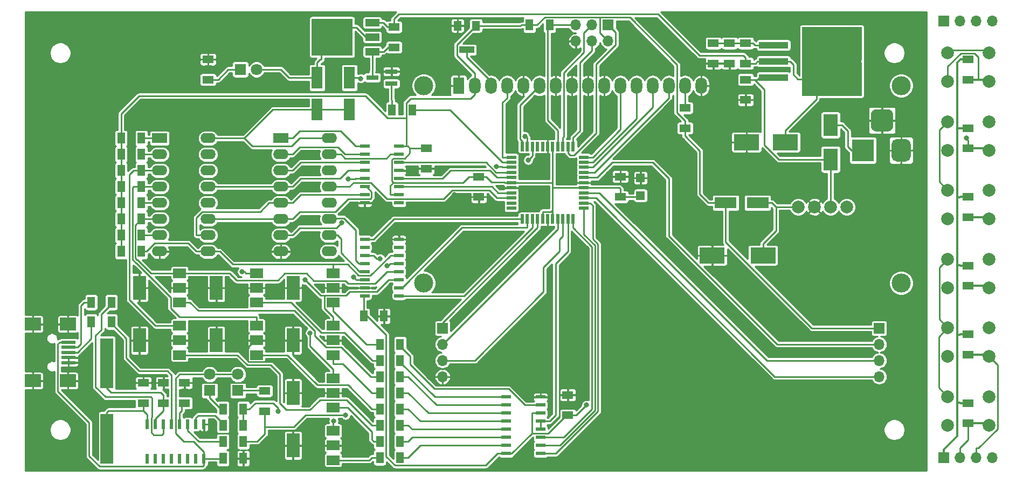
<source format=gtl>
%TF.GenerationSoftware,KiCad,Pcbnew,5.1.10-88a1d61d58~90~ubuntu20.04.1*%
%TF.CreationDate,2021-08-26T08:22:14+02:00*%
%TF.ProjectId,promprog2,70726f6d-7072-46f6-9732-2e6b69636164,rev?*%
%TF.SameCoordinates,PX42c1d80PY8677d40*%
%TF.FileFunction,Copper,L1,Top*%
%TF.FilePolarity,Positive*%
%FSLAX46Y46*%
G04 Gerber Fmt 4.6, Leading zero omitted, Abs format (unit mm)*
G04 Created by KiCad (PCBNEW 5.1.10-88a1d61d58~90~ubuntu20.04.1) date 2021-08-26 08:22:14*
%MOMM*%
%LPD*%
G01*
G04 APERTURE LIST*
%TA.AperFunction,SMDPad,CuDef*%
%ADD10R,1.245000X1.800000*%
%TD*%
%TA.AperFunction,ComponentPad*%
%ADD11C,1.800000*%
%TD*%
%TA.AperFunction,ComponentPad*%
%ADD12R,1.800000X1.800000*%
%TD*%
%TA.AperFunction,SMDPad,CuDef*%
%ADD13R,1.800000X1.245000*%
%TD*%
%TA.AperFunction,SMDPad,CuDef*%
%ADD14R,0.550000X1.500000*%
%TD*%
%TA.AperFunction,SMDPad,CuDef*%
%ADD15R,1.500000X0.550000*%
%TD*%
%TA.AperFunction,SMDPad,CuDef*%
%ADD16R,1.400000X1.360000*%
%TD*%
%TA.AperFunction,ComponentPad*%
%ADD17C,2.000000*%
%TD*%
%TA.AperFunction,ComponentPad*%
%ADD18O,1.700000X1.700000*%
%TD*%
%TA.AperFunction,ComponentPad*%
%ADD19R,1.700000X1.700000*%
%TD*%
%TA.AperFunction,SMDPad,CuDef*%
%ADD20R,4.000000X2.500000*%
%TD*%
%TA.AperFunction,SMDPad,CuDef*%
%ADD21R,2.400000X1.100000*%
%TD*%
%TA.AperFunction,SMDPad,CuDef*%
%ADD22R,1.300000X1.500000*%
%TD*%
%TA.AperFunction,SMDPad,CuDef*%
%ADD23R,2.300000X0.500000*%
%TD*%
%TA.AperFunction,SMDPad,CuDef*%
%ADD24R,2.500000X2.000000*%
%TD*%
%TA.AperFunction,SMDPad,CuDef*%
%ADD25R,2.000000X7.875000*%
%TD*%
%TA.AperFunction,SMDPad,CuDef*%
%ADD26R,1.800000X3.500000*%
%TD*%
%TA.AperFunction,SMDPad,CuDef*%
%ADD27R,3.500000X1.800000*%
%TD*%
%TA.AperFunction,SMDPad,CuDef*%
%ADD28R,2.300000X3.500000*%
%TD*%
%TA.AperFunction,SMDPad,CuDef*%
%ADD29R,1.500000X0.600000*%
%TD*%
%TA.AperFunction,SMDPad,CuDef*%
%ADD30R,0.600000X1.500000*%
%TD*%
%TA.AperFunction,SMDPad,CuDef*%
%ADD31R,2.000000X1.500000*%
%TD*%
%TA.AperFunction,SMDPad,CuDef*%
%ADD32R,2.000000X3.800000*%
%TD*%
%TA.AperFunction,SMDPad,CuDef*%
%ADD33R,1.900000X0.800000*%
%TD*%
%TA.AperFunction,SMDPad,CuDef*%
%ADD34R,2.200000X1.200000*%
%TD*%
%TA.AperFunction,SMDPad,CuDef*%
%ADD35R,6.400000X5.800000*%
%TD*%
%TA.AperFunction,SMDPad,CuDef*%
%ADD36R,3.050000X2.750000*%
%TD*%
%TA.AperFunction,SMDPad,CuDef*%
%ADD37R,4.600000X1.100000*%
%TD*%
%TA.AperFunction,SMDPad,CuDef*%
%ADD38R,9.400000X10.800000*%
%TD*%
%TA.AperFunction,SMDPad,CuDef*%
%ADD39R,4.550000X5.250000*%
%TD*%
%TA.AperFunction,ComponentPad*%
%ADD40R,3.500000X3.500000*%
%TD*%
%TA.AperFunction,ComponentPad*%
%ADD41R,1.800000X2.600000*%
%TD*%
%TA.AperFunction,ComponentPad*%
%ADD42O,1.800000X2.600000*%
%TD*%
%TA.AperFunction,ComponentPad*%
%ADD43C,3.000000*%
%TD*%
%TA.AperFunction,ComponentPad*%
%ADD44R,2.400000X1.600000*%
%TD*%
%TA.AperFunction,ComponentPad*%
%ADD45O,2.400000X1.600000*%
%TD*%
%TA.AperFunction,ViaPad*%
%ADD46C,0.800000*%
%TD*%
%TA.AperFunction,Conductor*%
%ADD47C,0.254000*%
%TD*%
%TA.AperFunction,Conductor*%
%ADD48C,0.304800*%
%TD*%
%TA.AperFunction,Conductor*%
%ADD49C,0.100000*%
%TD*%
G04 APERTURE END LIST*
D10*
%TO.P,R35,2*%
%TO.N,Net-(R35-Pad2)*%
X14038500Y23876000D03*
%TO.P,R35,1*%
%TO.N,Net-(J3-Pad3)*%
X10853500Y23876000D03*
%TD*%
%TO.P,R36,1*%
%TO.N,Net-(J3-Pad2)*%
X10853500Y26924000D03*
%TO.P,R36,2*%
%TO.N,Net-(R36-Pad2)*%
X14038500Y26924000D03*
%TD*%
%TO.P,R34,2*%
%TO.N,Net-(R31-Pad2)*%
X34739500Y10160000D03*
%TO.P,R34,1*%
%TO.N,Net-(D7-Pad1)*%
X31554500Y10160000D03*
%TD*%
%TO.P,R31,1*%
%TO.N,Net-(R31-Pad1)*%
X31554500Y7620000D03*
%TO.P,R31,2*%
%TO.N,Net-(R31-Pad2)*%
X34739500Y7620000D03*
%TD*%
%TO.P,R32,1*%
%TO.N,Net-(R32-Pad1)*%
X31554500Y5080000D03*
%TO.P,R32,2*%
%TO.N,Net-(R32-Pad2)*%
X34739500Y5080000D03*
%TD*%
D11*
%TO.P,D7,2*%
%TO.N,Net-(C8-Pad2)*%
X29464000Y15621000D03*
D12*
%TO.P,D7,1*%
%TO.N,Net-(D7-Pad1)*%
X29464000Y13081000D03*
%TD*%
%TO.P,D6,1*%
%TO.N,Net-(D6-Pad1)*%
X33909000Y13081000D03*
D11*
%TO.P,D6,2*%
%TO.N,Net-(C8-Pad2)*%
X33909000Y15621000D03*
%TD*%
D13*
%TO.P,R33,1*%
%TO.N,Net-(R32-Pad2)*%
X38100000Y9837500D03*
%TO.P,R33,2*%
%TO.N,Net-(D6-Pad1)*%
X38100000Y13022500D03*
%TD*%
%TO.P,C7,1*%
%TO.N,GND*%
X85725000Y12387500D03*
%TO.P,C7,2*%
%TO.N,+5V*%
X85725000Y9202500D03*
%TD*%
D14*
%TO.P,U8,1*%
%TO.N,Net-(J2-Pad4)*%
X86550000Y51420000D03*
%TO.P,U8,2*%
%TO.N,Net-(J2-Pad1)*%
X85750000Y51420000D03*
%TO.P,U8,3*%
%TO.N,Net-(J2-Pad3)*%
X84950000Y51420000D03*
%TO.P,U8,4*%
%TO.N,/RST*%
X84150000Y51420000D03*
%TO.P,U8,5*%
%TO.N,+5V*%
X83350000Y51420000D03*
%TO.P,U8,6*%
%TO.N,GND*%
X82550000Y51420000D03*
%TO.P,U8,7*%
%TO.N,Net-(U8-Pad7)*%
X81750000Y51420000D03*
%TO.P,U8,8*%
%TO.N,Net-(U8-Pad8)*%
X80950000Y51420000D03*
%TO.P,U8,9*%
%TO.N,Net-(R31-Pad2)*%
X80150000Y51420000D03*
%TO.P,U8,10*%
%TO.N,Net-(R32-Pad2)*%
X79350000Y51420000D03*
%TO.P,U8,11*%
%TO.N,/E*%
X78550000Y51420000D03*
D15*
%TO.P,U8,12*%
%TO.N,/RS*%
X76850000Y49720000D03*
%TO.P,U8,13*%
%TO.N,/BURN*%
X76850000Y48920000D03*
%TO.P,U8,14*%
%TO.N,/A8*%
X76850000Y48120000D03*
%TO.P,U8,15*%
%TO.N,/ADDRDAT*%
X76850000Y47320000D03*
%TO.P,U8,16*%
%TO.N,/ADDREN*%
X76850000Y46520000D03*
%TO.P,U8,17*%
%TO.N,+5V*%
X76850000Y45720000D03*
%TO.P,U8,18*%
%TO.N,GND*%
X76850000Y44920000D03*
%TO.P,U8,19*%
%TO.N,/ADDRCLK*%
X76850000Y44120000D03*
%TO.P,U8,20*%
%TO.N,/~CS*%
X76850000Y43320000D03*
%TO.P,U8,21*%
%TO.N,Net-(U8-Pad21)*%
X76850000Y42520000D03*
%TO.P,U8,22*%
%TO.N,Net-(U8-Pad22)*%
X76850000Y41720000D03*
D14*
%TO.P,U8,23*%
%TO.N,/DAT*%
X78550000Y40020000D03*
%TO.P,U8,24*%
%TO.N,/DAT_CLK*%
X79350000Y40020000D03*
%TO.P,U8,25*%
%TO.N,/DAT_LOAD*%
X80150000Y40020000D03*
%TO.P,U8,26*%
%TO.N,/SW1*%
X80950000Y40020000D03*
%TO.P,U8,27*%
%TO.N,+5V*%
X81750000Y40020000D03*
%TO.P,U8,28*%
%TO.N,GND*%
X82550000Y40020000D03*
%TO.P,U8,29*%
%TO.N,+5V*%
X83350000Y40020000D03*
%TO.P,U8,30*%
%TO.N,/SW2*%
X84150000Y40020000D03*
%TO.P,U8,31*%
%TO.N,/SW3*%
X84950000Y40020000D03*
%TO.P,U8,32*%
%TO.N,/~BEN*%
X85750000Y40020000D03*
%TO.P,U8,33*%
%TO.N,/SB2*%
X86550000Y40020000D03*
D15*
%TO.P,U8,34*%
%TO.N,/SB1*%
X88250000Y41720000D03*
%TO.P,U8,35*%
%TO.N,/SB0*%
X88250000Y42520000D03*
%TO.P,U8,36*%
%TO.N,/SW4*%
X88250000Y43320000D03*
%TO.P,U8,37*%
%TO.N,/SW5*%
X88250000Y44120000D03*
%TO.P,U8,38*%
%TO.N,+5V*%
X88250000Y44920000D03*
%TO.P,U8,39*%
%TO.N,GND*%
X88250000Y45720000D03*
%TO.P,U8,40*%
%TO.N,/SW6*%
X88250000Y46520000D03*
%TO.P,U8,41*%
%TO.N,/DB4*%
X88250000Y47320000D03*
%TO.P,U8,42*%
%TO.N,/DB3*%
X88250000Y48120000D03*
%TO.P,U8,43*%
%TO.N,/DB2*%
X88250000Y48920000D03*
%TO.P,U8,44*%
%TO.N,/DB1*%
X88250000Y49720000D03*
%TD*%
D16*
%TO.P,C2,1*%
%TO.N,+5V*%
X97155000Y43705000D03*
%TO.P,C2,2*%
%TO.N,GND*%
X97155000Y46465000D03*
%TD*%
D10*
%TO.P,R16,1*%
%TO.N,Net-(R16-Pad1)*%
X59377500Y17780000D03*
%TO.P,R16,2*%
%TO.N,Net-(Q4-Pad1)*%
X56192500Y17780000D03*
%TD*%
D13*
%TO.P,C13,1*%
%TO.N,+5V*%
X71755000Y46677500D03*
%TO.P,C13,2*%
%TO.N,GND*%
X71755000Y43492500D03*
%TD*%
D17*
%TO.P,U1,1*%
%TO.N,Net-(U1-Pad1)*%
X129540000Y41910000D03*
%TO.P,U1,2*%
%TO.N,Net-(C5-Pad1)*%
X127000000Y41910000D03*
%TO.P,U1,3*%
%TO.N,GND*%
X124460000Y41910000D03*
%TO.P,U1,4*%
%TO.N,Net-(C1-Pad1)*%
X121920000Y41910000D03*
%TD*%
D18*
%TO.P,J6,4*%
%TO.N,Net-(J6-Pad4)*%
X152400000Y71120000D03*
%TO.P,J6,3*%
%TO.N,Net-(J6-Pad3)*%
X149860000Y71120000D03*
%TO.P,J6,2*%
%TO.N,Net-(J6-Pad2)*%
X147320000Y71120000D03*
D19*
%TO.P,J6,1*%
%TO.N,Net-(J6-Pad1)*%
X144780000Y71120000D03*
%TD*%
%TO.P,J7,1*%
%TO.N,Net-(J7-Pad1)*%
X144780000Y2540000D03*
D18*
%TO.P,J7,2*%
%TO.N,Net-(J7-Pad2)*%
X147320000Y2540000D03*
%TO.P,J7,3*%
%TO.N,Net-(J7-Pad3)*%
X149860000Y2540000D03*
%TO.P,J7,4*%
%TO.N,Net-(J7-Pad4)*%
X152400000Y2540000D03*
%TD*%
%TO.P,J5,4*%
%TO.N,GND*%
X66040000Y15240000D03*
%TO.P,J5,3*%
%TO.N,/SW3*%
X66040000Y17780000D03*
%TO.P,J5,2*%
%TO.N,/SW2*%
X66040000Y20320000D03*
D19*
%TO.P,J5,1*%
%TO.N,/SW1*%
X66040000Y22860000D03*
%TD*%
%TO.P,J8,1*%
%TO.N,+5V*%
X134620000Y22860000D03*
D18*
%TO.P,J8,2*%
%TO.N,/SW6*%
X134620000Y20320000D03*
%TO.P,J8,3*%
%TO.N,/SW5*%
X134620000Y17780000D03*
%TO.P,J8,4*%
%TO.N,/SW4*%
X134620000Y15240000D03*
%TD*%
D17*
%TO.P,SW5,1*%
%TO.N,Net-(J7-Pad3)*%
X151915000Y18415000D03*
%TO.P,SW5,2*%
%TO.N,Net-(J6-Pad4)*%
X151915000Y22915000D03*
%TO.P,SW5,1*%
%TO.N,Net-(J7-Pad3)*%
X145415000Y18415000D03*
%TO.P,SW5,2*%
%TO.N,Net-(J6-Pad4)*%
X145415000Y22915000D03*
%TD*%
%TO.P,SW6,2*%
%TO.N,Net-(J6-Pad4)*%
X145415000Y12120000D03*
%TO.P,SW6,1*%
%TO.N,Net-(J7-Pad2)*%
X145415000Y7620000D03*
%TO.P,SW6,2*%
%TO.N,Net-(J6-Pad4)*%
X151915000Y12120000D03*
%TO.P,SW6,1*%
%TO.N,Net-(J7-Pad2)*%
X151915000Y7620000D03*
%TD*%
D20*
%TO.P,C1,2*%
%TO.N,GND*%
X108395000Y34290000D03*
%TO.P,C1,1*%
%TO.N,Net-(C1-Pad1)*%
X116395000Y34290000D03*
%TD*%
%TO.P,C4,1*%
%TO.N,Net-(C4-Pad1)*%
X119890000Y52070000D03*
%TO.P,C4,2*%
%TO.N,GND*%
X113790000Y52070000D03*
%TD*%
D10*
%TO.P,C8,2*%
%TO.N,Net-(C8-Pad2)*%
X31554500Y2413000D03*
%TO.P,C8,1*%
%TO.N,GND*%
X34739500Y2413000D03*
%TD*%
D13*
%TO.P,C9,1*%
%TO.N,Net-(C9-Pad1)*%
X25527000Y11107500D03*
%TO.P,C9,2*%
%TO.N,GND*%
X25527000Y14292500D03*
%TD*%
D10*
%TO.P,C10,2*%
%TO.N,+5V*%
X53652500Y24765000D03*
%TO.P,C10,1*%
%TO.N,GND*%
X56837500Y24765000D03*
%TD*%
D13*
%TO.P,C6,1*%
%TO.N,GND*%
X93980000Y46677500D03*
%TO.P,C6,2*%
%TO.N,+5V*%
X93980000Y43492500D03*
%TD*%
%TO.P,C5,2*%
%TO.N,GND*%
X113665000Y58732500D03*
%TO.P,C5,1*%
%TO.N,Net-(C5-Pad1)*%
X113665000Y61917500D03*
%TD*%
%TO.P,C3,1*%
%TO.N,GND*%
X63500000Y47937500D03*
%TO.P,C3,2*%
%TO.N,+5V*%
X63500000Y51122500D03*
%TD*%
%TO.P,C12,2*%
%TO.N,Net-(C12-Pad2)*%
X19050000Y11107500D03*
%TO.P,C12,1*%
%TO.N,GND*%
X19050000Y14292500D03*
%TD*%
%TO.P,C11,1*%
%TO.N,GND*%
X22225000Y14292500D03*
%TO.P,C11,2*%
%TO.N,Net-(C11-Pad2)*%
X22225000Y11107500D03*
%TD*%
D21*
%TO.P,RV1,2*%
%TO.N,Net-(DS1-Pad3)*%
X69850000Y66580000D03*
D22*
%TO.P,RV1,1*%
%TO.N,+5V*%
X71300000Y70380000D03*
%TO.P,RV1,3*%
%TO.N,GND*%
X68400000Y70380000D03*
%TD*%
D23*
%TO.P,J3,1*%
%TO.N,Net-(C8-Pad2)*%
X7295000Y20650000D03*
%TO.P,J3,2*%
%TO.N,Net-(J3-Pad2)*%
X7295000Y19850000D03*
%TO.P,J3,3*%
%TO.N,Net-(J3-Pad3)*%
X7295000Y19050000D03*
%TO.P,J3,4*%
%TO.N,GND*%
X7295000Y18250000D03*
%TO.P,J3,5*%
X7295000Y17450000D03*
D24*
%TO.P,J3,6*%
X7195000Y23500000D03*
X1695000Y23500000D03*
X7195000Y14600000D03*
X1695000Y14600000D03*
%TD*%
D25*
%TO.P,Y1,1*%
%TO.N,Net-(C11-Pad2)*%
X13335000Y17367500D03*
%TO.P,Y1,2*%
%TO.N,Net-(C12-Pad2)*%
X13335000Y5492500D03*
%TD*%
D26*
%TO.P,D4,1*%
%TO.N,/VPP*%
X46355000Y57190000D03*
%TO.P,D4,2*%
%TO.N,Net-(D4-Pad2)*%
X46355000Y62190000D03*
%TD*%
D27*
%TO.P,D2,2*%
%TO.N,Net-(C1-Pad1)*%
X115530000Y42545000D03*
%TO.P,D2,1*%
%TO.N,+5V*%
X110530000Y42545000D03*
%TD*%
D26*
%TO.P,D3,1*%
%TO.N,/VPP*%
X51435000Y57190000D03*
%TO.P,D3,2*%
%TO.N,Net-(C1-Pad1)*%
X51435000Y62190000D03*
%TD*%
D28*
%TO.P,D1,1*%
%TO.N,Net-(C5-Pad1)*%
X127000000Y49370000D03*
%TO.P,D1,2*%
%TO.N,Net-(D1-Pad2)*%
X127000000Y54770000D03*
%TD*%
D29*
%TO.P,U4,16*%
%TO.N,+5V*%
X59215000Y51435000D03*
%TO.P,U4,15*%
%TO.N,/A7*%
X59215000Y50165000D03*
%TO.P,U4,14*%
%TO.N,/ADDRDAT*%
X59215000Y48895000D03*
%TO.P,U4,13*%
%TO.N,GND*%
X59215000Y47625000D03*
%TO.P,U4,12*%
%TO.N,/ADDREN*%
X59215000Y46355000D03*
%TO.P,U4,11*%
%TO.N,/ADDRCLK*%
X59215000Y45085000D03*
%TO.P,U4,10*%
%TO.N,+5V*%
X59215000Y43815000D03*
%TO.P,U4,9*%
%TO.N,Net-(U4-Pad9)*%
X59215000Y42545000D03*
%TO.P,U4,8*%
%TO.N,GND*%
X53815000Y42545000D03*
%TO.P,U4,7*%
%TO.N,/A0*%
X53815000Y43815000D03*
%TO.P,U4,6*%
%TO.N,/A1*%
X53815000Y45085000D03*
%TO.P,U4,5*%
%TO.N,/A2*%
X53815000Y46355000D03*
%TO.P,U4,4*%
%TO.N,/A3*%
X53815000Y47625000D03*
%TO.P,U4,3*%
%TO.N,/A4*%
X53815000Y48895000D03*
%TO.P,U4,2*%
%TO.N,/A5*%
X53815000Y50165000D03*
%TO.P,U4,1*%
%TO.N,/A6*%
X53815000Y51435000D03*
%TD*%
%TO.P,U7,1*%
%TO.N,/SB0*%
X81440000Y3175000D03*
%TO.P,U7,2*%
%TO.N,/SB1*%
X81440000Y4445000D03*
%TO.P,U7,3*%
%TO.N,/SB2*%
X81440000Y5715000D03*
%TO.P,U7,4*%
%TO.N,/~BEN*%
X81440000Y6985000D03*
%TO.P,U7,5*%
X81440000Y8255000D03*
%TO.P,U7,6*%
%TO.N,+5V*%
X81440000Y9525000D03*
%TO.P,U7,7*%
%TO.N,Net-(R12-Pad1)*%
X81440000Y10795000D03*
%TO.P,U7,8*%
%TO.N,GND*%
X81440000Y12065000D03*
%TO.P,U7,9*%
%TO.N,Net-(R16-Pad1)*%
X76040000Y12065000D03*
%TO.P,U7,10*%
%TO.N,Net-(R18-Pad1)*%
X76040000Y10795000D03*
%TO.P,U7,11*%
%TO.N,Net-(R19-Pad1)*%
X76040000Y9525000D03*
%TO.P,U7,12*%
%TO.N,Net-(R20-Pad1)*%
X76040000Y8255000D03*
%TO.P,U7,13*%
%TO.N,Net-(R21-Pad1)*%
X76040000Y6985000D03*
%TO.P,U7,14*%
%TO.N,Net-(R22-Pad1)*%
X76040000Y5715000D03*
%TO.P,U7,15*%
%TO.N,Net-(R23-Pad1)*%
X76040000Y4445000D03*
%TO.P,U7,16*%
%TO.N,+5V*%
X76040000Y3175000D03*
%TD*%
D30*
%TO.P,U9,16*%
%TO.N,Net-(C8-Pad2)*%
X28575000Y2380000D03*
%TO.P,U9,15*%
%TO.N,Net-(U9-Pad15)*%
X27305000Y2380000D03*
%TO.P,U9,14*%
%TO.N,Net-(U9-Pad14)*%
X26035000Y2380000D03*
%TO.P,U9,13*%
%TO.N,Net-(U9-Pad13)*%
X24765000Y2380000D03*
%TO.P,U9,12*%
%TO.N,Net-(U9-Pad12)*%
X23495000Y2380000D03*
%TO.P,U9,11*%
%TO.N,Net-(U9-Pad11)*%
X22225000Y2380000D03*
%TO.P,U9,10*%
%TO.N,Net-(U9-Pad10)*%
X20955000Y2380000D03*
%TO.P,U9,9*%
%TO.N,Net-(U9-Pad9)*%
X19685000Y2380000D03*
%TO.P,U9,8*%
%TO.N,Net-(C12-Pad2)*%
X19685000Y7780000D03*
%TO.P,U9,7*%
%TO.N,Net-(C11-Pad2)*%
X20955000Y7780000D03*
%TO.P,U9,6*%
%TO.N,Net-(R36-Pad2)*%
X22225000Y7780000D03*
%TO.P,U9,5*%
%TO.N,Net-(R35-Pad2)*%
X23495000Y7780000D03*
%TO.P,U9,4*%
%TO.N,Net-(C9-Pad1)*%
X24765000Y7780000D03*
%TO.P,U9,3*%
%TO.N,Net-(R32-Pad1)*%
X26035000Y7780000D03*
%TO.P,U9,2*%
%TO.N,Net-(R31-Pad1)*%
X27305000Y7780000D03*
%TO.P,U9,1*%
%TO.N,GND*%
X28575000Y7780000D03*
%TD*%
D29*
%TO.P,U10,1*%
%TO.N,/DAT_LOAD*%
X59215000Y27940000D03*
%TO.P,U10,2*%
%TO.N,/DAT_CLK*%
X59215000Y29210000D03*
%TO.P,U10,3*%
%TO.N,/D4*%
X59215000Y30480000D03*
%TO.P,U10,4*%
%TO.N,/D5*%
X59215000Y31750000D03*
%TO.P,U10,5*%
%TO.N,/D6*%
X59215000Y33020000D03*
%TO.P,U10,6*%
%TO.N,/D7*%
X59215000Y34290000D03*
%TO.P,U10,7*%
%TO.N,Net-(U10-Pad7)*%
X59215000Y35560000D03*
%TO.P,U10,8*%
%TO.N,GND*%
X59215000Y36830000D03*
%TO.P,U10,9*%
%TO.N,/DAT*%
X53815000Y36830000D03*
%TO.P,U10,10*%
%TO.N,Net-(U10-Pad10)*%
X53815000Y35560000D03*
%TO.P,U10,11*%
%TO.N,/D0*%
X53815000Y34290000D03*
%TO.P,U10,12*%
%TO.N,/D1*%
X53815000Y33020000D03*
%TO.P,U10,13*%
%TO.N,/D2*%
X53815000Y31750000D03*
%TO.P,U10,14*%
%TO.N,/D3*%
X53815000Y30480000D03*
%TO.P,U10,15*%
%TO.N,GND*%
X53815000Y29210000D03*
%TO.P,U10,16*%
%TO.N,+5V*%
X53815000Y27940000D03*
%TD*%
D31*
%TO.P,Q9,1*%
%TO.N,Net-(Q9-Pad1)*%
X48870000Y10400000D03*
%TO.P,Q9,3*%
%TO.N,/D1*%
X48870000Y15000000D03*
%TO.P,Q9,2*%
%TO.N,GND*%
X48870000Y12700000D03*
D32*
X42570000Y12700000D03*
%TD*%
%TO.P,Q8,2*%
%TO.N,GND*%
X18440000Y20955000D03*
D31*
X24740000Y20955000D03*
%TO.P,Q8,3*%
%TO.N,/D2*%
X24740000Y23255000D03*
%TO.P,Q8,1*%
%TO.N,Net-(Q8-Pad1)*%
X24740000Y18655000D03*
%TD*%
%TO.P,Q7,1*%
%TO.N,Net-(Q7-Pad1)*%
X36805000Y18655000D03*
%TO.P,Q7,3*%
%TO.N,/D3*%
X36805000Y23255000D03*
%TO.P,Q7,2*%
%TO.N,GND*%
X36805000Y20955000D03*
D32*
X30505000Y20955000D03*
%TD*%
%TO.P,Q10,2*%
%TO.N,GND*%
X42570000Y4445000D03*
D31*
X48870000Y4445000D03*
%TO.P,Q10,3*%
%TO.N,/D0*%
X48870000Y6745000D03*
%TO.P,Q10,1*%
%TO.N,Net-(Q10-Pad1)*%
X48870000Y2145000D03*
%TD*%
%TO.P,Q6,1*%
%TO.N,Net-(Q6-Pad1)*%
X48870000Y18655000D03*
%TO.P,Q6,3*%
%TO.N,/D4*%
X48870000Y23255000D03*
%TO.P,Q6,2*%
%TO.N,GND*%
X48870000Y20955000D03*
D32*
X42570000Y20955000D03*
%TD*%
%TO.P,Q5,2*%
%TO.N,GND*%
X18440000Y29210000D03*
D31*
X24740000Y29210000D03*
%TO.P,Q5,3*%
%TO.N,/D5*%
X24740000Y31510000D03*
%TO.P,Q5,1*%
%TO.N,Net-(Q5-Pad1)*%
X24740000Y26910000D03*
%TD*%
%TO.P,Q4,1*%
%TO.N,Net-(Q4-Pad1)*%
X36805000Y26910000D03*
%TO.P,Q4,3*%
%TO.N,/D6*%
X36805000Y31510000D03*
%TO.P,Q4,2*%
%TO.N,GND*%
X36805000Y29210000D03*
D32*
X30505000Y29210000D03*
%TD*%
%TO.P,Q2,2*%
%TO.N,GND*%
X42570000Y29210000D03*
D31*
X48870000Y29210000D03*
%TO.P,Q2,3*%
%TO.N,/D7*%
X48870000Y31510000D03*
%TO.P,Q2,1*%
%TO.N,Net-(Q2-Pad1)*%
X48870000Y26910000D03*
%TD*%
D33*
%TO.P,Q3,1*%
%TO.N,Net-(Q3-Pad1)*%
X58015000Y61280000D03*
%TO.P,Q3,2*%
%TO.N,GND*%
X58015000Y63180000D03*
%TO.P,Q3,3*%
%TO.N,Net-(Q1-Pad1)*%
X55015000Y62230000D03*
%TD*%
D34*
%TO.P,Q1,1*%
%TO.N,Net-(Q1-Pad1)*%
X55000000Y66300000D03*
%TO.P,Q1,2*%
%TO.N,Net-(D4-Pad2)*%
X55000000Y68580000D03*
%TO.P,Q1,3*%
%TO.N,Net-(C4-Pad1)*%
X55000000Y70860000D03*
D35*
%TO.P,Q1,2*%
%TO.N,Net-(D4-Pad2)*%
X48700000Y68580000D03*
D36*
X47025000Y70105000D03*
X50375000Y67055000D03*
X47025000Y67055000D03*
X50375000Y70105000D03*
%TD*%
D37*
%TO.P,U2,1*%
%TO.N,Net-(R10-Pad1)*%
X118050000Y67310000D03*
%TO.P,U2,2*%
%TO.N,Net-(C4-Pad1)*%
X118050000Y64770000D03*
%TO.P,U2,3*%
%TO.N,Net-(C5-Pad1)*%
X118050000Y62230000D03*
D38*
%TO.P,U2,2*%
%TO.N,Net-(C4-Pad1)*%
X127200000Y64770000D03*
D39*
X129625000Y61995000D03*
X124775000Y67545000D03*
X129625000Y67545000D03*
X124775000Y61995000D03*
%TD*%
D10*
%TO.P,R4,1*%
%TO.N,/D3*%
X18737500Y45085000D03*
%TO.P,R4,2*%
%TO.N,+5V*%
X15552500Y45085000D03*
%TD*%
%TO.P,R2,2*%
%TO.N,+5V*%
X15552500Y50165000D03*
%TO.P,R2,1*%
%TO.N,/D1*%
X18737500Y50165000D03*
%TD*%
%TO.P,R1,1*%
%TO.N,/D0*%
X18737500Y52705000D03*
%TO.P,R1,2*%
%TO.N,+5V*%
X15552500Y52705000D03*
%TD*%
%TO.P,R5,2*%
%TO.N,+5V*%
X15552500Y42545000D03*
%TO.P,R5,1*%
%TO.N,/D4*%
X18737500Y42545000D03*
%TD*%
%TO.P,R6,1*%
%TO.N,/D5*%
X18737500Y40005000D03*
%TO.P,R6,2*%
%TO.N,+5V*%
X15552500Y40005000D03*
%TD*%
%TO.P,R7,2*%
%TO.N,+5V*%
X15552500Y37465000D03*
%TO.P,R7,1*%
%TO.N,/D6*%
X18737500Y37465000D03*
%TD*%
D13*
%TO.P,R30,1*%
%TO.N,Net-(DS1-Pad15)*%
X104140000Y57472500D03*
%TO.P,R30,2*%
%TO.N,+5V*%
X104140000Y54287500D03*
%TD*%
%TO.P,R9,2*%
%TO.N,Net-(R10-Pad1)*%
X113665000Y67632500D03*
%TO.P,R9,1*%
%TO.N,Net-(C4-Pad1)*%
X113665000Y64447500D03*
%TD*%
%TO.P,R10,1*%
%TO.N,Net-(R10-Pad1)*%
X111125000Y67632500D03*
%TO.P,R10,2*%
%TO.N,GND*%
X111125000Y64447500D03*
%TD*%
%TO.P,R11,2*%
%TO.N,GND*%
X108585000Y64447500D03*
%TO.P,R11,1*%
%TO.N,Net-(R10-Pad1)*%
X108585000Y67632500D03*
%TD*%
D10*
%TO.P,R12,1*%
%TO.N,Net-(R12-Pad1)*%
X59377500Y20320000D03*
%TO.P,R12,2*%
%TO.N,Net-(Q2-Pad1)*%
X56192500Y20320000D03*
%TD*%
D13*
%TO.P,R27,2*%
%TO.N,Net-(J7-Pad4)*%
X148590000Y29522500D03*
%TO.P,R27,1*%
%TO.N,Net-(J7-Pad1)*%
X148590000Y32707500D03*
%TD*%
%TO.P,R28,1*%
%TO.N,Net-(J7-Pad1)*%
X148590000Y21912500D03*
%TO.P,R28,2*%
%TO.N,Net-(J7-Pad3)*%
X148590000Y18727500D03*
%TD*%
%TO.P,R29,2*%
%TO.N,Net-(J7-Pad2)*%
X148590000Y7932500D03*
%TO.P,R29,1*%
%TO.N,Net-(J7-Pad1)*%
X148590000Y11117500D03*
%TD*%
D10*
%TO.P,R3,1*%
%TO.N,/D2*%
X18737500Y47625000D03*
%TO.P,R3,2*%
%TO.N,+5V*%
X15552500Y47625000D03*
%TD*%
D13*
%TO.P,R26,1*%
%TO.N,Net-(J7-Pad1)*%
X148590000Y43502500D03*
%TO.P,R26,2*%
%TO.N,Net-(J6-Pad3)*%
X148590000Y40317500D03*
%TD*%
%TO.P,R25,2*%
%TO.N,Net-(J6-Pad2)*%
X148590000Y51112500D03*
%TO.P,R25,1*%
%TO.N,Net-(J7-Pad1)*%
X148590000Y54297500D03*
%TD*%
%TO.P,R24,1*%
%TO.N,Net-(J7-Pad1)*%
X148590000Y65092500D03*
%TO.P,R24,2*%
%TO.N,Net-(J6-Pad1)*%
X148590000Y61907500D03*
%TD*%
D10*
%TO.P,R23,2*%
%TO.N,Net-(Q10-Pad1)*%
X56192500Y2540000D03*
%TO.P,R23,1*%
%TO.N,Net-(R23-Pad1)*%
X59377500Y2540000D03*
%TD*%
%TO.P,R22,1*%
%TO.N,Net-(R22-Pad1)*%
X59377500Y5080000D03*
%TO.P,R22,2*%
%TO.N,Net-(Q9-Pad1)*%
X56192500Y5080000D03*
%TD*%
%TO.P,R21,2*%
%TO.N,Net-(Q8-Pad1)*%
X56192500Y7620000D03*
%TO.P,R21,1*%
%TO.N,Net-(R21-Pad1)*%
X59377500Y7620000D03*
%TD*%
%TO.P,R20,1*%
%TO.N,Net-(R20-Pad1)*%
X59377500Y10160000D03*
%TO.P,R20,2*%
%TO.N,Net-(Q7-Pad1)*%
X56192500Y10160000D03*
%TD*%
%TO.P,R19,2*%
%TO.N,Net-(Q6-Pad1)*%
X56192500Y12700000D03*
%TO.P,R19,1*%
%TO.N,Net-(R19-Pad1)*%
X59377500Y12700000D03*
%TD*%
%TO.P,R14,1*%
%TO.N,/BURN*%
X61282500Y57150000D03*
%TO.P,R14,2*%
%TO.N,Net-(Q3-Pad1)*%
X58097500Y57150000D03*
%TD*%
%TO.P,R18,1*%
%TO.N,Net-(R18-Pad1)*%
X59377500Y15240000D03*
%TO.P,R18,2*%
%TO.N,Net-(Q5-Pad1)*%
X56192500Y15240000D03*
%TD*%
%TO.P,R17,2*%
%TO.N,/RST*%
X82872500Y70485000D03*
%TO.P,R17,1*%
%TO.N,+5V*%
X79687500Y70485000D03*
%TD*%
D13*
%TO.P,R15,1*%
%TO.N,Net-(D5-Pad1)*%
X29210000Y61907500D03*
%TO.P,R15,2*%
%TO.N,GND*%
X29210000Y65092500D03*
%TD*%
D10*
%TO.P,R8,2*%
%TO.N,+5V*%
X15552500Y34925000D03*
%TO.P,R8,1*%
%TO.N,/D7*%
X18737500Y34925000D03*
%TD*%
D13*
%TO.P,R13,1*%
%TO.N,Net-(Q1-Pad1)*%
X58420000Y66987500D03*
%TO.P,R13,2*%
%TO.N,Net-(C4-Pad1)*%
X58420000Y70172500D03*
%TD*%
D19*
%TO.P,J2,1*%
%TO.N,Net-(J2-Pad1)*%
X92075000Y70485000D03*
D18*
%TO.P,J2,2*%
%TO.N,+5V*%
X92075000Y67945000D03*
%TO.P,J2,3*%
%TO.N,Net-(J2-Pad3)*%
X89535000Y70485000D03*
%TO.P,J2,4*%
%TO.N,Net-(J2-Pad4)*%
X89535000Y67945000D03*
%TO.P,J2,5*%
%TO.N,/RST*%
X86995000Y70485000D03*
%TO.P,J2,6*%
%TO.N,GND*%
X86995000Y67945000D03*
%TD*%
D17*
%TO.P,SW4,1*%
%TO.N,Net-(J7-Pad4)*%
X151915000Y29210000D03*
%TO.P,SW4,2*%
%TO.N,Net-(J6-Pad4)*%
X151915000Y33710000D03*
%TO.P,SW4,1*%
%TO.N,Net-(J7-Pad4)*%
X145415000Y29210000D03*
%TO.P,SW4,2*%
%TO.N,Net-(J6-Pad4)*%
X145415000Y33710000D03*
%TD*%
%TO.P,SW3,2*%
%TO.N,Net-(J6-Pad4)*%
X145415000Y44505000D03*
%TO.P,SW3,1*%
%TO.N,Net-(J6-Pad3)*%
X145415000Y40005000D03*
%TO.P,SW3,2*%
%TO.N,Net-(J6-Pad4)*%
X151915000Y44505000D03*
%TO.P,SW3,1*%
%TO.N,Net-(J6-Pad3)*%
X151915000Y40005000D03*
%TD*%
%TO.P,SW2,1*%
%TO.N,Net-(J6-Pad2)*%
X151915000Y50800000D03*
%TO.P,SW2,2*%
%TO.N,Net-(J6-Pad4)*%
X151915000Y55300000D03*
%TO.P,SW2,1*%
%TO.N,Net-(J6-Pad2)*%
X145415000Y50800000D03*
%TO.P,SW2,2*%
%TO.N,Net-(J6-Pad4)*%
X145415000Y55300000D03*
%TD*%
%TO.P,SW1,2*%
%TO.N,Net-(J6-Pad4)*%
X145415000Y66095000D03*
%TO.P,SW1,1*%
%TO.N,Net-(J6-Pad1)*%
X145415000Y61595000D03*
%TO.P,SW1,2*%
%TO.N,Net-(J6-Pad4)*%
X151915000Y66095000D03*
%TO.P,SW1,1*%
%TO.N,Net-(J6-Pad1)*%
X151915000Y61595000D03*
%TD*%
D40*
%TO.P,J1,1*%
%TO.N,Net-(D1-Pad2)*%
X132080000Y50800000D03*
%TO.P,J1,2*%
%TO.N,GND*%
%TA.AperFunction,ComponentPad*%
G36*
G01*
X139580000Y51800000D02*
X139580000Y49800000D01*
G75*
G02*
X138830000Y49050000I-750000J0D01*
G01*
X137330000Y49050000D01*
G75*
G02*
X136580000Y49800000I0J750000D01*
G01*
X136580000Y51800000D01*
G75*
G02*
X137330000Y52550000I750000J0D01*
G01*
X138830000Y52550000D01*
G75*
G02*
X139580000Y51800000I0J-750000D01*
G01*
G37*
%TD.AperFunction*%
%TO.P,J1,3*%
%TA.AperFunction,ComponentPad*%
G36*
G01*
X136830000Y56375000D02*
X136830000Y54625000D01*
G75*
G02*
X135955000Y53750000I-875000J0D01*
G01*
X134205000Y53750000D01*
G75*
G02*
X133330000Y54625000I0J875000D01*
G01*
X133330000Y56375000D01*
G75*
G02*
X134205000Y57250000I875000J0D01*
G01*
X135955000Y57250000D01*
G75*
G02*
X136830000Y56375000I0J-875000D01*
G01*
G37*
%TD.AperFunction*%
%TD*%
D41*
%TO.P,DS1,1*%
%TO.N,GND*%
X68580000Y60960000D03*
D42*
%TO.P,DS1,2*%
%TO.N,+5V*%
X71120000Y60960000D03*
%TO.P,DS1,3*%
%TO.N,Net-(DS1-Pad3)*%
X73660000Y60960000D03*
%TO.P,DS1,4*%
%TO.N,/RS*%
X76200000Y60960000D03*
%TO.P,DS1,5*%
%TO.N,GND*%
X78740000Y60960000D03*
%TO.P,DS1,6*%
%TO.N,/E*%
X81280000Y60960000D03*
%TO.P,DS1,7*%
%TO.N,GND*%
X83820000Y60960000D03*
%TO.P,DS1,8*%
X86360000Y60960000D03*
%TO.P,DS1,9*%
X88900000Y60960000D03*
%TO.P,DS1,10*%
X91440000Y60960000D03*
%TO.P,DS1,11*%
%TO.N,/DB1*%
X93980000Y60960000D03*
%TO.P,DS1,12*%
%TO.N,/DB2*%
X96520000Y60960000D03*
%TO.P,DS1,13*%
%TO.N,/DB3*%
X99060000Y60960000D03*
%TO.P,DS1,14*%
%TO.N,/DB4*%
X101600000Y60960000D03*
%TO.P,DS1,15*%
%TO.N,Net-(DS1-Pad15)*%
X104140000Y60960000D03*
%TO.P,DS1,16*%
%TO.N,GND*%
X106680000Y60960000D03*
D43*
%TO.P,DS1,*%
%TO.N,*%
X63080900Y60960000D03*
X63080900Y29959300D03*
X138079480Y29959300D03*
X138080000Y60960000D03*
%TD*%
D12*
%TO.P,D5,1*%
%TO.N,Net-(D5-Pad1)*%
X34290000Y63500000D03*
D11*
%TO.P,D5,2*%
%TO.N,Net-(D4-Pad2)*%
X36830000Y63500000D03*
%TD*%
D44*
%TO.P,U6,1*%
%TO.N,/A6*%
X40640000Y52705000D03*
D45*
%TO.P,U6,9*%
%TO.N,/D3*%
X48260000Y34925000D03*
%TO.P,U6,2*%
%TO.N,/A5*%
X40640000Y50165000D03*
%TO.P,U6,10*%
%TO.N,/D2*%
X48260000Y37465000D03*
%TO.P,U6,3*%
%TO.N,/A4*%
X40640000Y47625000D03*
%TO.P,U6,11*%
%TO.N,/D1*%
X48260000Y40005000D03*
%TO.P,U6,4*%
%TO.N,/A3*%
X40640000Y45085000D03*
%TO.P,U6,12*%
%TO.N,/D0*%
X48260000Y42545000D03*
%TO.P,U6,5*%
%TO.N,/A0*%
X40640000Y42545000D03*
%TO.P,U6,13*%
%TO.N,/~CS*%
X48260000Y45085000D03*
%TO.P,U6,6*%
%TO.N,/A1*%
X40640000Y40005000D03*
%TO.P,U6,14*%
%TO.N,/A8*%
X48260000Y47625000D03*
%TO.P,U6,7*%
%TO.N,/A2*%
X40640000Y37465000D03*
%TO.P,U6,15*%
%TO.N,/A7*%
X48260000Y50165000D03*
%TO.P,U6,8*%
%TO.N,GND*%
X40640000Y34925000D03*
%TO.P,U6,16*%
%TO.N,/VPP*%
X48260000Y52705000D03*
%TD*%
D44*
%TO.P,U3,1*%
%TO.N,/D0*%
X21590000Y52705000D03*
D45*
%TO.P,U3,9*%
%TO.N,/D7*%
X29210000Y34925000D03*
%TO.P,U3,2*%
%TO.N,/D1*%
X21590000Y50165000D03*
%TO.P,U3,10*%
%TO.N,/A0*%
X29210000Y37465000D03*
%TO.P,U3,3*%
%TO.N,/D2*%
X21590000Y47625000D03*
%TO.P,U3,11*%
%TO.N,/A1*%
X29210000Y40005000D03*
%TO.P,U3,4*%
%TO.N,/D3*%
X21590000Y45085000D03*
%TO.P,U3,12*%
%TO.N,/A2*%
X29210000Y42545000D03*
%TO.P,U3,5*%
%TO.N,/D4*%
X21590000Y42545000D03*
%TO.P,U3,13*%
%TO.N,/A3*%
X29210000Y45085000D03*
%TO.P,U3,6*%
%TO.N,/D5*%
X21590000Y40005000D03*
%TO.P,U3,14*%
%TO.N,/A4*%
X29210000Y47625000D03*
%TO.P,U3,7*%
%TO.N,/D6*%
X21590000Y37465000D03*
%TO.P,U3,15*%
%TO.N,/~CS*%
X29210000Y50165000D03*
%TO.P,U3,8*%
%TO.N,GND*%
X21590000Y34925000D03*
%TO.P,U3,16*%
%TO.N,/VPP*%
X29210000Y52705000D03*
%TD*%
D46*
%TO.N,+5V*%
X88646000Y10795000D03*
%TO.N,GND*%
X33655000Y28575000D03*
X27940000Y20955000D03*
X20320000Y26035000D03*
X15875000Y15875000D03*
X40005000Y3810000D03*
X51435000Y20320000D03*
X46990000Y29210000D03*
X85090000Y46990000D03*
X81280000Y48260000D03*
X80645000Y43815000D03*
X81915000Y38100000D03*
X67945000Y43815000D03*
X65405000Y47625000D03*
X66040000Y36830000D03*
X69850000Y36195000D03*
X72390000Y34290000D03*
X85725000Y16510000D03*
X104775000Y39370000D03*
X9398000Y17526000D03*
%TO.N,/D0*%
X48935200Y8317700D03*
X56211100Y33788800D03*
%TO.N,/D1*%
X45235200Y22115900D03*
%TO.N,/D3*%
X52102800Y30857000D03*
%TO.N,/D4*%
X44409100Y30450900D03*
%TO.N,/D6*%
X34571400Y31740800D03*
X57317900Y32673700D03*
%TO.N,/A8*%
X74539600Y48248300D03*
%TO.N,/A2*%
X51198500Y46270000D03*
X50178100Y39414300D03*
%TO.N,Net-(C1-Pad1)*%
X53200000Y62086600D03*
%TO.N,Net-(J6-Pad2)*%
X148366000Y52705000D03*
%TO.N,Net-(R31-Pad2)*%
X79502000Y49276000D03*
X40259000Y9779000D03*
%TO.N,Net-(R32-Pad2)*%
X78955500Y53003900D03*
X50802300Y9230900D03*
%TD*%
D47*
%TO.N,+5V*%
X83350000Y50043000D02*
X83350000Y45720000D01*
X76850000Y45720000D02*
X83350000Y45720000D01*
X83350000Y40020000D02*
X83350000Y41397000D01*
X81750000Y41134400D02*
X83087400Y41134400D01*
X83087400Y41134400D02*
X83350000Y41397000D01*
X81750000Y40020000D02*
X81750000Y41134400D01*
X79687500Y70485000D02*
X78438000Y70485000D01*
X71300000Y70380000D02*
X78333000Y70380000D01*
X78333000Y70380000D02*
X78438000Y70485000D01*
X60904500Y51122500D02*
X60592000Y51435000D01*
X61989900Y51122500D02*
X60904500Y51122500D01*
X60904500Y51122500D02*
X60904500Y50335100D01*
X60904500Y50335100D02*
X60094900Y49525500D01*
X60094900Y49525500D02*
X58312700Y49525500D01*
X58312700Y49525500D02*
X58099800Y49312600D01*
X58099800Y49312600D02*
X58099800Y45929500D01*
X58099800Y45929500D02*
X58309400Y45719900D01*
X58309400Y45719900D02*
X69270400Y45719900D01*
X69270400Y45719900D02*
X70228000Y46677500D01*
X57838000Y43815000D02*
X57838000Y45248500D01*
X57838000Y45248500D02*
X58309400Y45719900D01*
X83350000Y51420000D02*
X83350000Y50043000D01*
X15552500Y42545000D02*
X15552500Y41532000D01*
X15552500Y45085000D02*
X15552500Y42545000D01*
X15552500Y40005000D02*
X15552500Y41532000D01*
X93980000Y43492500D02*
X93980000Y44742000D01*
X15552500Y52705000D02*
X15552500Y56514800D01*
X60329400Y55870700D02*
X57383800Y55870700D01*
X57383800Y55870700D02*
X53903900Y59350600D01*
X53903900Y59350600D02*
X18388300Y59350600D01*
X18388300Y59350600D02*
X15552500Y56514800D01*
X60329400Y55870700D02*
X60329400Y51435000D01*
X88250000Y44920000D02*
X93802000Y44920000D01*
X93802000Y44920000D02*
X93980000Y44742000D01*
X80063000Y6350000D02*
X82660000Y6350000D01*
X82660000Y6350000D02*
X85725000Y9415000D01*
X80063000Y6350000D02*
X80063000Y9525000D01*
X81440000Y9525000D02*
X80063000Y9525000D01*
X15552500Y34925000D02*
X15552500Y35938000D01*
X15552500Y37465000D02*
X15552500Y35938000D01*
X15552500Y37465000D02*
X15552500Y40005000D01*
X15552500Y50165000D02*
X15552500Y52705000D01*
X134620000Y22860000D02*
X124076900Y22860000D01*
X124076900Y22860000D02*
X110530000Y36406900D01*
X110530000Y36406900D02*
X110530000Y42545000D01*
X15552500Y50165000D02*
X15552500Y47625000D01*
X15552500Y45085000D02*
X15552500Y47625000D01*
X71755000Y46677500D02*
X70228000Y46677500D01*
X59215000Y43815000D02*
X57838000Y43815000D01*
X60329400Y51435000D02*
X60592000Y51435000D01*
X59215000Y51435000D02*
X60329400Y51435000D01*
X63500000Y51122500D02*
X61989900Y51122500D01*
X73771298Y45815202D02*
X75750798Y45815202D01*
X75846000Y45720000D02*
X76850000Y45720000D01*
X72909000Y46677500D02*
X73771298Y45815202D01*
X71755000Y46677500D02*
X72909000Y46677500D01*
X75750798Y45815202D02*
X75846000Y45720000D01*
X96942500Y43492500D02*
X97155000Y43705000D01*
X93980000Y43492500D02*
X96942500Y43492500D01*
X85725000Y9202500D02*
X86879000Y9202500D01*
X87053500Y9202500D02*
X88646000Y10795000D01*
X86879000Y9202500D02*
X87053500Y9202500D01*
X76888000Y3175000D02*
X80063000Y6350000D01*
X76040000Y3175000D02*
X76888000Y3175000D01*
X68319400Y65687600D02*
X71120000Y62887000D01*
X71120000Y62887000D02*
X71120000Y60960000D01*
X68319400Y67399400D02*
X68319400Y65687600D01*
X71300000Y70380000D02*
X68319400Y67399400D01*
X80937000Y70485000D02*
X79687500Y70485000D01*
X80937000Y70562000D02*
X80937000Y70485000D01*
X90665500Y71715600D02*
X82090600Y71715600D01*
X90805000Y71576100D02*
X90665500Y71715600D01*
X82090600Y71715600D02*
X80937000Y70562000D01*
X90805000Y69215000D02*
X90805000Y71576100D01*
X92075000Y67945000D02*
X90805000Y69215000D01*
X90715500Y71665600D02*
X90665500Y71715600D01*
X95466400Y71665600D02*
X90715500Y71665600D01*
X102870000Y64262000D02*
X95466400Y71665600D01*
X102870000Y56728800D02*
X102870000Y64262000D01*
X104140000Y55458800D02*
X102870000Y56728800D01*
X104140000Y54287500D02*
X104140000Y55458800D01*
X86873000Y44920000D02*
X88250000Y44920000D01*
X83350000Y44920000D02*
X86873000Y44920000D01*
X83350000Y45720000D02*
X83350000Y44996000D01*
X83350000Y45720000D02*
X83350000Y41397000D01*
X60329400Y58226800D02*
X60329400Y55870700D01*
X61030600Y58928000D02*
X60329400Y58226800D01*
X71120000Y59563000D02*
X70485000Y58928000D01*
X70485000Y58928000D02*
X61030600Y58928000D01*
X71120000Y60960000D02*
X71120000Y59563000D01*
X104140000Y53038000D02*
X104140000Y54287500D01*
X106463300Y50714700D02*
X104140000Y53038000D01*
X106463300Y43904700D02*
X106463300Y50714700D01*
X107823000Y42545000D02*
X106463300Y43904700D01*
X110530000Y42545000D02*
X107823000Y42545000D01*
X74663000Y3175000D02*
X76040000Y3175000D01*
X72797400Y1309400D02*
X74663000Y3175000D01*
X57178900Y2733800D02*
X58603300Y1309400D01*
X57178900Y21815100D02*
X57178900Y2733800D01*
X54229000Y24765000D02*
X57178900Y21815100D01*
X58603300Y1309400D02*
X72797400Y1309400D01*
X53652500Y24765000D02*
X54229000Y24765000D01*
X53652500Y27777500D02*
X53652500Y24765000D01*
X53815000Y27940000D02*
X53652500Y27777500D01*
%TO.N,/SW2*%
X66040000Y20320000D02*
X84150000Y38430000D01*
X84150000Y38430000D02*
X84150000Y40020000D01*
%TO.N,Net-(DS1-Pad15)*%
X104140000Y60960000D02*
X104140000Y57472500D01*
%TO.N,/SW4*%
X134620000Y15240000D02*
X118232800Y15240000D01*
X118232800Y15240000D02*
X90152800Y43320000D01*
X90152800Y43320000D02*
X88250000Y43320000D01*
%TO.N,/SW3*%
X84950000Y40020000D02*
X84950000Y37325000D01*
X84950000Y37325000D02*
X84455000Y36830000D01*
X84455000Y36830000D02*
X84455000Y34925000D01*
X84455000Y34925000D02*
X81915000Y32385000D01*
X81915000Y32385000D02*
X81915000Y28575000D01*
X71120000Y17780000D02*
X66040000Y17780000D01*
X81915000Y28575000D02*
X71120000Y17780000D01*
%TO.N,/SW1*%
X80950000Y38643000D02*
X80950000Y40020000D01*
X66040000Y23733000D02*
X80950000Y38643000D01*
X66040000Y22860000D02*
X66040000Y23733000D01*
%TO.N,Net-(R12-Pad1)*%
X59377500Y20042500D02*
X60960000Y18460000D01*
X59377500Y20320000D02*
X59377500Y20042500D01*
X60960000Y18460000D02*
X60960000Y17145000D01*
X60960000Y17145000D02*
X64770000Y13335000D01*
X80436000Y10795000D02*
X81440000Y10795000D01*
X76414362Y13335000D02*
X78954362Y10795000D01*
X78954362Y10795000D02*
X80436000Y10795000D01*
X64770000Y13335000D02*
X76414362Y13335000D01*
%TO.N,GND*%
X82550000Y51420000D02*
X82550000Y53340000D01*
X88250000Y45720000D02*
X90170000Y45720000D01*
X82550000Y40020000D02*
X82550000Y38735000D01*
X82550000Y38735000D02*
X81915000Y38100000D01*
X76850000Y44920000D02*
X75095000Y44920000D01*
X75095000Y44920000D02*
X74930000Y45085000D01*
X59215000Y37384000D02*
X59055000Y37544000D01*
X59215000Y36830000D02*
X59215000Y37384000D01*
X53815000Y29210000D02*
X52070000Y29210000D01*
X7295000Y18250000D02*
X7295000Y17450000D01*
X33020000Y29210000D02*
X33655000Y28575000D01*
X30505000Y29210000D02*
X33020000Y29210000D01*
X30505000Y20955000D02*
X27940000Y20955000D01*
X18440000Y29210000D02*
X18440000Y26695000D01*
X19100000Y26035000D02*
X20320000Y26035000D01*
X18440000Y26695000D02*
X19100000Y26035000D01*
X17457500Y14292500D02*
X15875000Y15875000D01*
X19050000Y14292500D02*
X17457500Y14292500D01*
X40640000Y4445000D02*
X40005000Y3810000D01*
X42570000Y4445000D02*
X40640000Y4445000D01*
X48870000Y20955000D02*
X50800000Y20955000D01*
X50800000Y20955000D02*
X51435000Y20320000D01*
X48870000Y29210000D02*
X46990000Y29210000D01*
X86360000Y45720000D02*
X85090000Y46990000D01*
X88250000Y45720000D02*
X86360000Y45720000D01*
X82550000Y49530000D02*
X81280000Y48260000D01*
X82550000Y51420000D02*
X82550000Y49530000D01*
X79540000Y44920000D02*
X80645000Y43815000D01*
X76850000Y44920000D02*
X79540000Y44920000D01*
X68267500Y43492500D02*
X67945000Y43815000D01*
X71755000Y43492500D02*
X68267500Y43492500D01*
X65092500Y47937500D02*
X65405000Y47625000D01*
X63500000Y47937500D02*
X65092500Y47937500D01*
X59215000Y36830000D02*
X66040000Y36830000D01*
X71755000Y34290000D02*
X72390000Y34290000D01*
X69850000Y36195000D02*
X71755000Y34290000D01*
X85725000Y12175000D02*
X85725000Y16510000D01*
X104819000Y39370000D02*
X104775000Y39370000D01*
X108395000Y35794000D02*
X104819000Y39370000D01*
X108395000Y34290000D02*
X108395000Y35794000D01*
X36555000Y20955000D02*
X36805000Y20955000D01*
X46355000Y12700000D02*
X41480201Y17574799D01*
X35474799Y17640839D02*
X35474799Y19874799D01*
X48870000Y12700000D02*
X46355000Y12700000D01*
X35474799Y19874799D02*
X36555000Y20955000D01*
X41480201Y17574799D02*
X35540839Y17574799D01*
X35540839Y17574799D02*
X35474799Y17640839D01*
X25527000Y14292500D02*
X25966500Y14292500D01*
X28575000Y7780000D02*
X29177000Y7780000D01*
X29177000Y7780000D02*
X30607000Y6350000D01*
X30607000Y6350000D02*
X32512000Y6350000D01*
X32512000Y6350000D02*
X33020000Y5842000D01*
X33020000Y5842000D02*
X33020000Y3048000D01*
X33655000Y2413000D02*
X34739500Y2413000D01*
X33020000Y3048000D02*
X33655000Y2413000D01*
X9322000Y17450000D02*
X9398000Y17526000D01*
X7295000Y17450000D02*
X9322000Y17450000D01*
X25545701Y14311201D02*
X36155201Y14311201D01*
X25527000Y14292500D02*
X25545701Y14311201D01*
X36155201Y14311201D02*
X37084000Y15240000D01*
%TO.N,Net-(Q1-Pad1)*%
X55015000Y62230000D02*
X55015000Y63257000D01*
X55000000Y66300000D02*
X55042400Y66300000D01*
X55015000Y63257000D02*
X55042400Y63284400D01*
X55042400Y63284400D02*
X55042400Y66300000D01*
X56775000Y66300000D02*
X57462500Y66987500D01*
X57462500Y66987500D02*
X58420000Y66987500D01*
X55042400Y66300000D02*
X56775000Y66300000D01*
%TO.N,/BURN*%
X76850000Y48920000D02*
X75473000Y48920000D01*
X75473000Y48920000D02*
X67243000Y57150000D01*
X67243000Y57150000D02*
X61282500Y57150000D01*
%TO.N,Net-(D5-Pad1)*%
X29210000Y61907500D02*
X30792500Y61907500D01*
X32385000Y63500000D02*
X34290000Y63500000D01*
X30792500Y61907500D02*
X32385000Y63500000D01*
%TO.N,/RST*%
X83047200Y70485000D02*
X82567800Y70005600D01*
X82567800Y70005600D02*
X82567800Y55543200D01*
X82567800Y55543200D02*
X84150000Y53961000D01*
X84150000Y53961000D02*
X84150000Y51420000D01*
X83047200Y70485000D02*
X86995000Y70485000D01*
X82872000Y70485000D02*
X82872500Y70485000D01*
X82872500Y70485000D02*
X83047200Y70485000D01*
%TO.N,Net-(R10-Pad1)*%
X113665000Y67632500D02*
X111125000Y67632500D01*
X115123000Y67310000D02*
X114800500Y67632500D01*
X114800500Y67632500D02*
X113665000Y67632500D01*
X108585000Y67632500D02*
X111125000Y67632500D01*
X118050000Y67310000D02*
X115123000Y67310000D01*
%TO.N,/D0*%
X48935200Y8317700D02*
X48870000Y8252500D01*
X48870000Y8252500D02*
X48870000Y6745000D01*
X53815000Y34290000D02*
X55192000Y34290000D01*
X56211100Y33788800D02*
X55693200Y33788800D01*
X55693200Y33788800D02*
X55192000Y34290000D01*
X21590000Y52705000D02*
X18737500Y52705000D01*
%TO.N,/D1*%
X48870000Y15000000D02*
X48870000Y16377000D01*
X45235200Y22115900D02*
X45235200Y20011800D01*
X45235200Y20011800D02*
X48870000Y16377000D01*
X18737500Y50165000D02*
X21590000Y50165000D01*
X48412500Y40157500D02*
X48260000Y40005000D01*
X50510600Y40157500D02*
X48412500Y40157500D01*
X52438000Y38230100D02*
X50510600Y40157500D01*
X52438000Y33541000D02*
X52438000Y38230100D01*
X52959000Y33020000D02*
X52438000Y33541000D01*
X53815000Y33020000D02*
X52959000Y33020000D01*
%TO.N,/D2*%
X18737500Y47625000D02*
X21590000Y47625000D01*
X18737500Y47625000D02*
X17488000Y47625000D01*
X17488000Y47625000D02*
X16857700Y46994700D01*
X16857700Y46994700D02*
X16857700Y27348000D01*
X16857700Y27348000D02*
X20950700Y23255000D01*
X20950700Y23255000D02*
X24740000Y23255000D01*
X53030200Y31750000D02*
X53815000Y31750000D01*
X50087000Y34693200D02*
X53030200Y31750000D01*
X50087000Y36879000D02*
X50087000Y34693200D01*
X49501000Y37465000D02*
X50087000Y36879000D01*
X48260000Y37465000D02*
X49501000Y37465000D01*
%TO.N,/D3*%
X53815000Y30480000D02*
X52438000Y30480000D01*
X52102800Y30857000D02*
X52438000Y30521800D01*
X52438000Y30521800D02*
X52438000Y30480000D01*
X18737500Y45085000D02*
X17488000Y45085000D01*
X36805000Y23255000D02*
X36805000Y24632000D01*
X36805000Y24632000D02*
X24740000Y24632000D01*
X24740000Y24632000D02*
X23363000Y26009000D01*
X23363000Y26009000D02*
X23363000Y27697100D01*
X23363000Y27697100D02*
X17929200Y33130900D01*
X17929200Y33130900D02*
X17838700Y33130900D01*
X17838700Y33130900D02*
X17325500Y33644100D01*
X17325500Y33644100D02*
X17325500Y44922500D01*
X17325500Y44922500D02*
X17488000Y45085000D01*
X21590000Y45085000D02*
X18737500Y45085000D01*
%TO.N,/D4*%
X47498600Y27990600D02*
X50885400Y27990600D01*
X50885400Y27990600D02*
X51465400Y28570600D01*
X51465400Y28570600D02*
X55690300Y28570600D01*
X55690300Y28570600D02*
X57599700Y30480000D01*
X57599700Y30480000D02*
X59215000Y30480000D01*
X48870000Y24632000D02*
X47498600Y26003400D01*
X47498600Y26003400D02*
X47498600Y27990600D01*
X44409100Y30450900D02*
X46869400Y27990600D01*
X46869400Y27990600D02*
X47498600Y27990600D01*
X18737500Y42545000D02*
X21590000Y42545000D01*
X48870000Y23255000D02*
X48870000Y24632000D01*
%TO.N,/D5*%
X24740000Y31510000D02*
X32574400Y31510000D01*
X32574400Y31510000D02*
X33721100Y30363300D01*
X33721100Y30363300D02*
X40195200Y30363300D01*
X40195200Y30363300D02*
X41272500Y31440600D01*
X41272500Y31440600D02*
X44708800Y31440600D01*
X44708800Y31440600D02*
X45842200Y30307200D01*
X45842200Y30307200D02*
X50790800Y30307200D01*
X50790800Y30307200D02*
X51248600Y29849400D01*
X51248600Y29849400D02*
X55439000Y29849400D01*
X55439000Y29849400D02*
X57339600Y31750000D01*
X57339600Y31750000D02*
X59215000Y31750000D01*
X18737500Y40005000D02*
X17784400Y39051900D01*
X17784400Y39051900D02*
X17784400Y33872100D01*
X17784400Y33872100D02*
X18068000Y33588500D01*
X18068000Y33588500D02*
X18118600Y33588500D01*
X18118600Y33588500D02*
X20197100Y31510000D01*
X20197100Y31510000D02*
X24740000Y31510000D01*
X21590000Y40005000D02*
X18737500Y40005000D01*
%TO.N,/D6*%
X36805000Y31510000D02*
X35178000Y31510000D01*
X34571400Y31740800D02*
X34947200Y31740800D01*
X34947200Y31740800D02*
X35178000Y31510000D01*
X57838000Y33020000D02*
X57491800Y32673800D01*
X57491800Y32673800D02*
X57317900Y32673800D01*
X57317900Y32673800D02*
X57317900Y32673700D01*
X59215000Y33020000D02*
X57838000Y33020000D01*
X21590000Y37465000D02*
X18737500Y37465000D01*
%TO.N,/D7*%
X29210000Y34925000D02*
X31037000Y34925000D01*
X48870000Y32887000D02*
X33075000Y32887000D01*
X33075000Y32887000D02*
X31037000Y34925000D01*
X48870000Y32719200D02*
X48870000Y32887000D01*
X48870000Y31510000D02*
X48870000Y32719200D01*
X51105900Y32887000D02*
X48635000Y32887000D01*
X52873500Y31119400D02*
X51105900Y32887000D01*
X54730300Y31119400D02*
X52873500Y31119400D01*
X57838000Y34227100D02*
X54730300Y31119400D01*
X57838000Y34290000D02*
X57838000Y34227100D01*
X59215000Y34290000D02*
X57838000Y34290000D01*
X19540400Y34925000D02*
X18737500Y34925000D01*
X20810400Y36195000D02*
X19540400Y34925000D01*
X26113000Y36195000D02*
X20810400Y36195000D01*
X27383000Y34925000D02*
X26113000Y36195000D01*
X29210000Y34925000D02*
X27383000Y34925000D01*
%TO.N,Net-(DS1-Pad3)*%
X69850000Y65403000D02*
X69850000Y66580000D01*
X73660000Y61593000D02*
X69850000Y65403000D01*
X73660000Y60960000D02*
X73660000Y61593000D01*
%TO.N,Net-(D4-Pad2)*%
X48700000Y68580000D02*
X48700000Y67055000D01*
X48101000Y70105000D02*
X48700000Y69506000D01*
X48700000Y69506000D02*
X48700000Y68580000D01*
X48700000Y67055000D02*
X48223000Y67055000D01*
X50375000Y67055000D02*
X48700000Y67055000D01*
X47025000Y66054000D02*
X47222000Y66054000D01*
X47222000Y66054000D02*
X48223000Y67055000D01*
X47025000Y66054000D02*
X47025000Y65053000D01*
X47025000Y67055000D02*
X47025000Y66054000D01*
X48101000Y70105000D02*
X49177000Y70105000D01*
X47025000Y70105000D02*
X48101000Y70105000D01*
X50375000Y70105000D02*
X49177000Y70105000D01*
X46355000Y62190000D02*
X46355000Y64567000D01*
X47025000Y65053000D02*
X46841000Y65053000D01*
X46841000Y65053000D02*
X46355000Y64567000D01*
X36830000Y63500000D02*
X40640000Y63500000D01*
X41950000Y62190000D02*
X46355000Y62190000D01*
X40640000Y63500000D02*
X41950000Y62190000D01*
X52527000Y70105000D02*
X50375000Y70105000D01*
X54052000Y68580000D02*
X52527000Y70105000D01*
X55000000Y68580000D02*
X54052000Y68580000D01*
%TO.N,Net-(C4-Pad1)*%
X128174000Y63796000D02*
X127200000Y64770000D01*
X128174000Y61995000D02*
X128174000Y63796000D01*
X128174000Y63796000D02*
X128671000Y64293000D01*
X128671000Y64293000D02*
X129625000Y64293000D01*
X127200000Y64770000D02*
X124775000Y67195000D01*
X124775000Y67195000D02*
X124775000Y67545000D01*
X129625000Y67545000D02*
X129625000Y64293000D01*
X124775000Y61182000D02*
X124775000Y61995000D01*
X124775000Y61182000D02*
X124775000Y60369000D01*
X128174000Y61995000D02*
X126723000Y61995000D01*
X129625000Y61995000D02*
X128174000Y61995000D01*
X124775000Y60369000D02*
X125097000Y60369000D01*
X125097000Y60369000D02*
X126723000Y61995000D01*
X113665000Y64447500D02*
X115192000Y64447500D01*
X118050000Y64770000D02*
X115514500Y64770000D01*
X115514500Y64770000D02*
X115192000Y64447500D01*
X56727000Y70860000D02*
X55000000Y70860000D01*
X57414500Y70172500D02*
X56727000Y70860000D01*
X58420000Y70172500D02*
X57414500Y70172500D01*
X113292000Y65697000D02*
X113665000Y65324000D01*
X106389300Y65697000D02*
X113292000Y65697000D01*
X113665000Y65324000D02*
X113665000Y64447500D01*
X99884000Y72202300D02*
X106389300Y65697000D01*
X59200300Y72202300D02*
X99884000Y72202300D01*
X58420000Y71422000D02*
X59200300Y72202300D01*
X58420000Y70172500D02*
X58420000Y71422000D01*
X120650000Y64770000D02*
X118050000Y64770000D01*
X121158000Y64262000D02*
X120650000Y64770000D01*
X121158000Y62710000D02*
X121158000Y64262000D01*
X121873000Y61995000D02*
X121158000Y62710000D01*
X124775000Y61995000D02*
X121873000Y61995000D01*
X119890000Y53947000D02*
X119890000Y52070000D01*
X124775000Y58832000D02*
X119890000Y53947000D01*
X124775000Y60369000D02*
X124775000Y58832000D01*
%TO.N,Net-(J3-Pad3)*%
X10853500Y22722000D02*
X10853500Y23876000D01*
X10853500Y21204500D02*
X10853500Y22722000D01*
X8699000Y19050000D02*
X10853500Y21204500D01*
X7295000Y19050000D02*
X8699000Y19050000D01*
%TO.N,Net-(J3-Pad2)*%
X8699000Y19850000D02*
X9271000Y20422000D01*
X7295000Y19850000D02*
X8699000Y19850000D01*
X9271000Y20422000D02*
X9271000Y26416000D01*
X9779000Y26924000D02*
X10853500Y26924000D01*
X9271000Y26416000D02*
X9779000Y26924000D01*
%TO.N,/DB4*%
X101600000Y59033000D02*
X89887000Y47320000D01*
X89887000Y47320000D02*
X88250000Y47320000D01*
X101600000Y60960000D02*
X101600000Y59033000D01*
%TO.N,/DB3*%
X88250000Y48120000D02*
X89627000Y48120000D01*
X99060000Y60960000D02*
X99060000Y57553000D01*
X99060000Y57553000D02*
X89627000Y48120000D01*
%TO.N,/DB2*%
X88250000Y48920000D02*
X89627000Y48920000D01*
X96520000Y60960000D02*
X96520000Y55813000D01*
X96520000Y55813000D02*
X89627000Y48920000D01*
%TO.N,/DB1*%
X88250000Y49720000D02*
X89627000Y49720000D01*
X93980000Y60960000D02*
X93980000Y54073000D01*
X93980000Y54073000D02*
X89627000Y49720000D01*
%TO.N,/SB0*%
X81440000Y3175000D02*
X83843186Y3175000D01*
X90449422Y9781236D02*
X90449422Y36036764D01*
X90449422Y36036764D02*
X89627000Y36859186D01*
X89627000Y42147000D02*
X89254000Y42520000D01*
X83843186Y3175000D02*
X90449422Y9781236D01*
X89254000Y42520000D02*
X88250000Y42520000D01*
X89627000Y36859186D02*
X89627000Y42147000D01*
%TO.N,/SB1*%
X88250000Y41191000D02*
X88250000Y41720000D01*
X88250000Y37589593D02*
X88250000Y41191000D01*
X89992211Y35847382D02*
X88250000Y37589593D01*
X89992211Y9970618D02*
X89992211Y35847382D01*
X81440000Y4445000D02*
X84466593Y4445000D01*
X84466593Y4445000D02*
X89992211Y9970618D01*
%TO.N,/SB2*%
X85090000Y5715000D02*
X81440000Y5715000D01*
X86550000Y40020000D02*
X86550000Y38643000D01*
X86550000Y38643000D02*
X89535000Y35658000D01*
X89535000Y35658000D02*
X89535000Y10160000D01*
X89535000Y10160000D02*
X85090000Y5715000D01*
%TO.N,/ADDRCLK*%
X59215000Y45085000D02*
X73788500Y45085000D01*
X73788500Y45085000D02*
X74753500Y44120000D01*
X74753500Y44120000D02*
X76850000Y44120000D01*
%TO.N,/ADDREN*%
X59215000Y46355000D02*
X66032500Y46355000D01*
X66032500Y46355000D02*
X67308100Y47630600D01*
X67308100Y47630600D02*
X73477300Y47630600D01*
X73477300Y47630600D02*
X74587900Y46520000D01*
X74587900Y46520000D02*
X76850000Y46520000D01*
%TO.N,/A8*%
X76850000Y48120000D02*
X75473000Y48120000D01*
X74539600Y48248300D02*
X75344700Y48248300D01*
X75344700Y48248300D02*
X75473000Y48120000D01*
%TO.N,/~CS*%
X74600700Y43320000D02*
X75846000Y43320000D01*
X75846000Y43320000D02*
X76850000Y43320000D01*
X73375498Y44545202D02*
X74600700Y43320000D01*
X67594502Y44545202D02*
X73375498Y44545202D01*
X66233700Y43184400D02*
X67594502Y44545202D01*
X54758200Y45715600D02*
X57289400Y43184400D01*
X52044000Y45715600D02*
X54758200Y45715600D01*
X51413400Y45085000D02*
X52044000Y45715600D01*
X57289400Y43184400D02*
X66233700Y43184400D01*
X48260000Y45085000D02*
X51413400Y45085000D01*
%TO.N,/E*%
X78550000Y52260000D02*
X78550000Y51420000D01*
X78225000Y52585000D02*
X78550000Y52260000D01*
X78225000Y57905000D02*
X78225000Y52585000D01*
X81280000Y60960000D02*
X78225000Y57905000D01*
%TO.N,/~BEN*%
X81440000Y7620000D02*
X81440000Y8255000D01*
X81440000Y6985000D02*
X81440000Y7620000D01*
X85750000Y34917900D02*
X85750000Y40020000D01*
X83820000Y9224700D02*
X83820000Y32987900D01*
X82850300Y8255000D02*
X83820000Y9224700D01*
X83820000Y32987900D02*
X85750000Y34917900D01*
X81440000Y8255000D02*
X82850300Y8255000D01*
%TO.N,/RS*%
X76200000Y60960000D02*
X76200000Y59033000D01*
X76850000Y49720000D02*
X75473000Y49720000D01*
X76200000Y59033000D02*
X75473000Y58306000D01*
X75473000Y58306000D02*
X75473000Y49720000D01*
%TO.N,/A0*%
X40640000Y42545000D02*
X38813000Y42545000D01*
X29210000Y37465000D02*
X27383000Y37465000D01*
X27383000Y37465000D02*
X27383000Y40204300D01*
X27383000Y40204300D02*
X28314300Y41135600D01*
X28314300Y41135600D02*
X37403600Y41135600D01*
X37403600Y41135600D02*
X38813000Y42545000D01*
X40640000Y42545000D02*
X42467000Y42545000D01*
X42467000Y42545000D02*
X43737000Y43815000D01*
X43737000Y43815000D02*
X53815000Y43815000D01*
%TO.N,/A1*%
X40640000Y40005000D02*
X42467000Y40005000D01*
X42467000Y40005000D02*
X43597600Y41135600D01*
X43597600Y41135600D02*
X49208400Y41135600D01*
X49208400Y41135600D02*
X51248400Y43175600D01*
X51248400Y43175600D02*
X54694300Y43175600D01*
X54694300Y43175600D02*
X54895600Y43376900D01*
X54895600Y43376900D02*
X54895600Y44252600D01*
X54895600Y44252600D02*
X54063200Y45085000D01*
X54063200Y45085000D02*
X53815000Y45085000D01*
X40445200Y40005000D02*
X40640000Y40005000D01*
X40445200Y40005000D02*
X38813000Y40005000D01*
X29210000Y40005000D02*
X31037000Y40005000D01*
X31037000Y40005000D02*
X38813000Y40005000D01*
%TO.N,/A2*%
X53815000Y46355000D02*
X52438000Y46355000D01*
X40640000Y37465000D02*
X42467000Y37465000D01*
X51198500Y46270000D02*
X52353000Y46270000D01*
X52353000Y46270000D02*
X52438000Y46355000D01*
X42467000Y37465000D02*
X43597600Y38595600D01*
X43597600Y38595600D02*
X49359400Y38595600D01*
X49359400Y38595600D02*
X50178100Y39414300D01*
%TO.N,/A3*%
X29210000Y45085000D02*
X40640000Y45085000D01*
X51197100Y47625000D02*
X53815000Y47625000D01*
X49927100Y46355000D02*
X51197100Y47625000D01*
X42467000Y45085000D02*
X43737000Y46355000D01*
X43737000Y46355000D02*
X49927100Y46355000D01*
X40640000Y45085000D02*
X42467000Y45085000D01*
%TO.N,/A4*%
X53815000Y48895000D02*
X52438000Y48895000D01*
X52438000Y48895000D02*
X43737000Y48895000D01*
X43737000Y48895000D02*
X42467000Y47625000D01*
X40640000Y47625000D02*
X42467000Y47625000D01*
%TO.N,/VPP*%
X46355000Y57190000D02*
X51435000Y57190000D01*
X39410000Y57190000D02*
X46355000Y57190000D01*
X34925000Y52705000D02*
X39410000Y57190000D01*
X29210000Y52705000D02*
X34925000Y52705000D01*
X36195000Y51435000D02*
X34925000Y52705000D01*
X42363900Y51435000D02*
X36195000Y51435000D01*
X43633900Y52705000D02*
X42363900Y51435000D01*
X48260000Y52705000D02*
X43633900Y52705000D01*
%TO.N,/A6*%
X53815000Y51435000D02*
X52438000Y51435000D01*
X40640000Y52705000D02*
X42467000Y52705000D01*
X42467000Y52705000D02*
X43604400Y53842400D01*
X43604400Y53842400D02*
X50030600Y53842400D01*
X50030600Y53842400D02*
X52438000Y51435000D01*
%TO.N,/A5*%
X40640000Y50165000D02*
X42467000Y50165000D01*
X42467000Y50165000D02*
X43611700Y51309700D01*
X43611700Y51309700D02*
X49589400Y51309700D01*
X49589400Y51309700D02*
X50734100Y50165000D01*
X50734100Y50165000D02*
X53815000Y50165000D01*
%TO.N,/A7*%
X57838000Y50165000D02*
X57207400Y49534400D01*
X57207400Y49534400D02*
X50717600Y49534400D01*
X50717600Y49534400D02*
X50087000Y50165000D01*
X59215000Y50165000D02*
X57838000Y50165000D01*
X48260000Y50165000D02*
X50087000Y50165000D01*
%TO.N,Net-(D1-Pad2)*%
X128777000Y54770000D02*
X127000000Y54770000D01*
X129703000Y53844000D02*
X128777000Y54770000D01*
X129703000Y51399000D02*
X129703000Y53844000D01*
X130302000Y50800000D02*
X129703000Y51399000D01*
X132080000Y50800000D02*
X130302000Y50800000D01*
%TO.N,Net-(C1-Pad1)*%
X51435000Y62190000D02*
X52962000Y62190000D01*
X53200000Y62086600D02*
X53065400Y62086600D01*
X53065400Y62086600D02*
X52962000Y62190000D01*
X118407500Y41910000D02*
X118407500Y38179500D01*
X118407500Y38179500D02*
X116395000Y36167000D01*
X118407500Y41910000D02*
X121920000Y41910000D01*
X116395000Y34290000D02*
X116395000Y36167000D01*
X117772500Y42545000D02*
X118407500Y41910000D01*
X115530000Y42545000D02*
X117772500Y42545000D01*
%TO.N,Net-(R18-Pad1)*%
X59377500Y15240000D02*
X60627000Y15240000D01*
X76040000Y10795000D02*
X65072000Y10795000D01*
X65072000Y10795000D02*
X60627000Y15240000D01*
%TO.N,Net-(Q5-Pad1)*%
X42762800Y25621400D02*
X27655600Y25621400D01*
X25994000Y26910000D02*
X24740000Y26910000D01*
X56192500Y15240000D02*
X54799300Y15240000D01*
X45965700Y21623700D02*
X45965700Y22418500D01*
X54799300Y15240000D02*
X50164900Y19874400D01*
X45965700Y22418500D02*
X42762800Y25621400D01*
X27655600Y25621400D02*
X26367000Y26910000D01*
X26367000Y26910000D02*
X25994000Y26910000D01*
X50164900Y19874400D02*
X47715000Y19874400D01*
X47715000Y19874400D02*
X45965700Y21623700D01*
%TO.N,Net-(Q3-Pad1)*%
X58097500Y57150000D02*
X58097500Y58677000D01*
X58015000Y61280000D02*
X58015000Y58759500D01*
X58015000Y58759500D02*
X58097500Y58677000D01*
%TO.N,Net-(Q6-Pad1)*%
X56192500Y12700000D02*
X54943000Y12700000D01*
X48870000Y18655000D02*
X48870000Y17278000D01*
X48870000Y17278000D02*
X50365000Y17278000D01*
X50365000Y17278000D02*
X54943000Y12700000D01*
%TO.N,Net-(R19-Pad1)*%
X59377500Y12700000D02*
X60627000Y12700000D01*
X76040000Y9525000D02*
X63802000Y9525000D01*
X63802000Y9525000D02*
X60627000Y12700000D01*
%TO.N,Net-(R20-Pad1)*%
X59377500Y10160000D02*
X60627000Y10160000D01*
X76040000Y8255000D02*
X62532000Y8255000D01*
X62532000Y8255000D02*
X60627000Y10160000D01*
%TO.N,Net-(Q7-Pad1)*%
X54943000Y10160000D02*
X55316000Y10160000D01*
X36805000Y18655000D02*
X41681592Y18655000D01*
X51183600Y13919400D02*
X54943000Y10160000D01*
X46417192Y13919400D02*
X51183600Y13919400D01*
X55316000Y10160000D02*
X56192500Y10160000D01*
X41681592Y18655000D02*
X46417192Y13919400D01*
%TO.N,Net-(Q8-Pad1)*%
X33814045Y18655000D02*
X24740000Y18655000D01*
X46810008Y11598400D02*
X45244608Y10033000D01*
X50964600Y11598400D02*
X46810008Y11598400D01*
X54943000Y7620000D02*
X50964600Y11598400D01*
X56192500Y7620000D02*
X54943000Y7620000D01*
X39016412Y17117588D02*
X35351457Y17117588D01*
X45244608Y10033000D02*
X41529000Y10033000D01*
X41529000Y10033000D02*
X40513000Y11049000D01*
X40513000Y11049000D02*
X40513000Y15621000D01*
X35351457Y17117588D02*
X33814045Y18655000D01*
X40513000Y15621000D02*
X39016412Y17117588D01*
%TO.N,Net-(R21-Pad1)*%
X59377500Y7620000D02*
X60627000Y7620000D01*
X76040000Y6985000D02*
X61262000Y6985000D01*
X61262000Y6985000D02*
X60627000Y7620000D01*
%TO.N,Net-(R22-Pad1)*%
X59377500Y5080000D02*
X60627000Y5080000D01*
X76040000Y5715000D02*
X61262000Y5715000D01*
X61262000Y5715000D02*
X60627000Y5080000D01*
%TO.N,Net-(Q9-Pad1)*%
X50497000Y10400000D02*
X48870000Y10400000D01*
X51107400Y10400000D02*
X50497000Y10400000D01*
X54943000Y6564400D02*
X51107400Y10400000D01*
X54943000Y5382000D02*
X54943000Y6564400D01*
X55245000Y5080000D02*
X54943000Y5382000D01*
X56192500Y5080000D02*
X55245000Y5080000D01*
%TO.N,Net-(Q10-Pad1)*%
X56192500Y2540000D02*
X54943000Y2540000D01*
X48870000Y2145000D02*
X54548000Y2145000D01*
X54548000Y2145000D02*
X54943000Y2540000D01*
%TO.N,Net-(R23-Pad1)*%
X59377500Y2540000D02*
X60627000Y2540000D01*
X76040000Y4445000D02*
X62532000Y4445000D01*
X62532000Y4445000D02*
X60627000Y2540000D01*
%TO.N,/SW6*%
X118639300Y20320000D02*
X134620000Y20320000D01*
X101600000Y37359300D02*
X118639300Y20320000D01*
X101600000Y46355000D02*
X101600000Y37359300D01*
X88250000Y46520000D02*
X90335000Y46520000D01*
X90335000Y46520000D02*
X92710000Y48895000D01*
X92710000Y48895000D02*
X99060000Y48895000D01*
X99060000Y48895000D02*
X101600000Y46355000D01*
%TO.N,/SW5*%
X88250000Y44120000D02*
X90692700Y44120000D01*
X90692700Y44120000D02*
X117032700Y17780000D01*
X117032700Y17780000D02*
X134620000Y17780000D01*
%TO.N,Net-(Q2-Pad1)*%
X48870000Y26910000D02*
X48870000Y25533000D01*
X48870000Y25533000D02*
X54083000Y20320000D01*
X54083000Y20320000D02*
X56192500Y20320000D01*
%TO.N,Net-(R16-Pad1)*%
X75036000Y12065000D02*
X76040000Y12065000D01*
X64815000Y12065000D02*
X75036000Y12065000D01*
X59377500Y17780000D02*
X59377500Y17502500D01*
X59377500Y17502500D02*
X64815000Y12065000D01*
%TO.N,Net-(Q4-Pad1)*%
X42227700Y26910000D02*
X38059000Y26910000D01*
X38059000Y26910000D02*
X36805000Y26910000D01*
X55055700Y17780000D02*
X50661300Y22174400D01*
X56192500Y17780000D02*
X55055700Y17780000D01*
X46963300Y22174400D02*
X42227700Y26910000D01*
X50661300Y22174400D02*
X46963300Y22174400D01*
%TO.N,Net-(C5-Pad1)*%
X113665000Y61917500D02*
X115123000Y61917500D01*
X127000000Y49370000D02*
X127000000Y41910000D01*
X115123000Y61821200D02*
X115123000Y61917500D01*
X116586000Y60358200D02*
X115123000Y61821200D01*
X116586000Y51621300D02*
X116586000Y60358200D01*
X118837300Y49370000D02*
X116586000Y51621300D01*
X127000000Y49370000D02*
X118837300Y49370000D01*
X115511500Y61917500D02*
X115824000Y62230000D01*
X115824000Y62230000D02*
X118050000Y62230000D01*
X115123000Y61917500D02*
X115511500Y61917500D01*
%TO.N,/DAT_LOAD*%
X80150000Y38643000D02*
X69447000Y27940000D01*
X69447000Y27940000D02*
X59215000Y27940000D01*
X80150000Y40020000D02*
X80150000Y38643000D01*
%TO.N,/DAT_CLK*%
X69098000Y38643000D02*
X79350000Y38643000D01*
X79350000Y38643000D02*
X79350000Y40020000D01*
X59665000Y29210000D02*
X69098000Y38643000D01*
X59215000Y29210000D02*
X59665000Y29210000D01*
%TO.N,/DAT*%
X53815000Y36830000D02*
X55192000Y36830000D01*
X55192000Y36830000D02*
X58382000Y40020000D01*
X58382000Y40020000D02*
X78550000Y40020000D01*
%TO.N,Net-(C12-Pad2)*%
X19050000Y9906000D02*
X19685000Y9271000D01*
X19685000Y9271000D02*
X19685000Y7780000D01*
X13589000Y9906000D02*
X19050000Y9906000D01*
X13335000Y9652000D02*
X13589000Y9906000D01*
X13335000Y5492500D02*
X13335000Y9652000D01*
X19050000Y11107500D02*
X19050000Y9906000D01*
%TO.N,Net-(C11-Pad2)*%
X22225000Y9858000D02*
X22225000Y11107500D01*
X20955000Y8588000D02*
X22225000Y9858000D01*
X20955000Y7780000D02*
X20955000Y8588000D01*
X22225000Y12357000D02*
X22225000Y11107500D01*
X21779000Y12803000D02*
X22225000Y12357000D01*
X13994000Y12803000D02*
X21779000Y12803000D01*
X13335000Y13462000D02*
X13994000Y12803000D01*
X13335000Y17367500D02*
X13335000Y13462000D01*
%TO.N,Net-(C9-Pad1)*%
X25077500Y11430000D02*
X25077500Y9903000D01*
X24765000Y7780000D02*
X24765000Y9590500D01*
X24765000Y9590500D02*
X25077500Y9903000D01*
%TO.N,/ADDRDAT*%
X59215000Y48895000D02*
X72859900Y48895000D01*
X72859900Y48895000D02*
X74434900Y47320000D01*
X74434900Y47320000D02*
X76850000Y47320000D01*
%TO.N,Net-(J2-Pad4)*%
X86550000Y52797000D02*
X87626400Y53873400D01*
X87626400Y53873400D02*
X87626400Y64559400D01*
X87626400Y64559400D02*
X89535000Y66468000D01*
X86550000Y51420000D02*
X86550000Y52797000D01*
X89535000Y67945000D02*
X89535000Y66468000D01*
%TO.N,Net-(J2-Pad1)*%
X93259200Y69300800D02*
X92075000Y70485000D01*
X93259200Y67406800D02*
X93259200Y69300800D01*
X86732500Y50043000D02*
X90170000Y53480500D01*
X90170000Y64317600D02*
X93259200Y67406800D01*
X86111000Y50043000D02*
X86732500Y50043000D01*
X90170000Y53480500D02*
X90170000Y64317600D01*
X85750000Y50404000D02*
X86111000Y50043000D01*
X85750000Y51420000D02*
X85750000Y50404000D01*
%TO.N,Net-(J2-Pad3)*%
X84950000Y51420000D02*
X84950000Y52797000D01*
X89535000Y70485000D02*
X88265000Y69215000D01*
X88265000Y69215000D02*
X88265000Y66181800D01*
X88265000Y66181800D02*
X85084600Y63001400D01*
X85084600Y63001400D02*
X85084600Y52931600D01*
X85084600Y52931600D02*
X84950000Y52797000D01*
%TO.N,Net-(J7-Pad2)*%
X147320000Y2540000D02*
X147320000Y4017000D01*
X147320000Y4017000D02*
X148590000Y5287000D01*
X148590000Y5287000D02*
X148590000Y7932500D01*
D48*
X148590000Y7932500D02*
X151602000Y7932500D01*
X151602000Y7932500D02*
X151915000Y7620000D01*
D47*
%TO.N,Net-(J7-Pad1)*%
X148589500Y43502000D02*
X148590000Y43502500D01*
D48*
X148589500Y43502000D02*
X147385000Y43502000D01*
X147385000Y43502000D02*
X147317000Y43434000D01*
X147317000Y43434000D02*
X146872000Y43434000D01*
X148590000Y43502000D02*
X148589500Y43502000D01*
D47*
X148589500Y65092000D02*
X148590000Y65092500D01*
D48*
X148589500Y65092000D02*
X148590000Y65092000D01*
X146872000Y54356000D02*
X146872000Y64580000D01*
X146872000Y64580000D02*
X147385000Y65092000D01*
X147385000Y65092000D02*
X148589500Y65092000D01*
D47*
X148589500Y32708000D02*
X148590000Y32707500D01*
D48*
X148589500Y32708000D02*
X147385000Y32708000D01*
X147385000Y32708000D02*
X147327000Y32766000D01*
X147327000Y32766000D02*
X146872000Y32766000D01*
X148590000Y32708000D02*
X148589500Y32708000D01*
D47*
X148589500Y54298000D02*
X148590000Y54297500D01*
D48*
X148589500Y54298000D02*
X146931000Y54298000D01*
X146931000Y54298000D02*
X146872000Y54356000D01*
X148590000Y54298000D02*
X148589500Y54298000D01*
X146872000Y21844000D02*
X146872000Y32766000D01*
X148590000Y21912500D02*
X147385000Y21912500D01*
X147385000Y21912500D02*
X147317000Y21844000D01*
X147317000Y21844000D02*
X146872000Y21844000D01*
X146872000Y11176000D02*
X146872000Y21844000D01*
X148590000Y11117500D02*
X147385000Y11117500D01*
X147385000Y11117500D02*
X147327000Y11176000D01*
X147327000Y11176000D02*
X146872000Y11176000D01*
X146872000Y32766000D02*
X146872000Y43434000D01*
X146872000Y43434000D02*
X146872000Y54356000D01*
X144780000Y2540000D02*
X144780000Y3810000D01*
X144780000Y3810000D02*
X146872000Y5902200D01*
X146872000Y5902200D02*
X146872000Y11176000D01*
D47*
%TO.N,Net-(J7-Pad3)*%
X149860000Y2540000D02*
X149860000Y4017000D01*
X149860000Y4017000D02*
X150229200Y4017000D01*
X150229200Y4017000D02*
X153247600Y7035400D01*
X153247600Y7035400D02*
X153247600Y17082400D01*
X153247600Y17082400D02*
X151915000Y18415000D01*
D48*
X148590000Y18727500D02*
X151602000Y18727500D01*
X151602000Y18727500D02*
X151915000Y18415000D01*
%TO.N,Net-(J7-Pad4)*%
X148590000Y29522500D02*
X151602000Y29522500D01*
X151602000Y29522500D02*
X151915000Y29210000D01*
D47*
%TO.N,Net-(J6-Pad3)*%
X148590500Y40318000D02*
X148590000Y40317500D01*
D48*
X148590500Y40318000D02*
X151602000Y40318000D01*
X151602000Y40318000D02*
X151915000Y40005000D01*
X148590000Y40318000D02*
X148590500Y40318000D01*
D47*
%TO.N,Net-(J6-Pad2)*%
X148590000Y51112500D02*
X148590000Y52362000D01*
X148590000Y52362000D02*
X148366000Y52586000D01*
X148366000Y52586000D02*
X148366000Y52705000D01*
X148590500Y51112000D02*
X148590000Y51112500D01*
D48*
X148590500Y51112000D02*
X151602000Y51112000D01*
X151602000Y51112000D02*
X151915000Y50800000D01*
X148590000Y51112000D02*
X148590500Y51112000D01*
D47*
%TO.N,Net-(J6-Pad1)*%
X150202500Y61908000D02*
X150202500Y65473800D01*
X150202500Y65473800D02*
X149630700Y66045600D01*
X149630700Y66045600D02*
X147451000Y66045600D01*
X147451000Y66045600D02*
X145415000Y64009600D01*
X145415000Y64009600D02*
X145415000Y61595000D01*
D48*
X150202500Y61908000D02*
X151602000Y61908000D01*
X151602000Y61908000D02*
X151915000Y61595000D01*
X148590500Y61908000D02*
X150202500Y61908000D01*
D47*
X148590500Y61908000D02*
X148590000Y61907500D01*
D48*
X148590000Y61908000D02*
X148590500Y61908000D01*
D47*
%TO.N,Net-(J6-Pad4)*%
X145415000Y66095000D02*
X145872500Y66552500D01*
X145872500Y66552500D02*
X151457500Y66552500D01*
X151457500Y66552500D02*
X151915000Y66095000D01*
X145415000Y33710000D02*
X144084400Y32379400D01*
X144084400Y32379400D02*
X144084400Y24245600D01*
X144084400Y24245600D02*
X145415000Y22915000D01*
X145415000Y44505000D02*
X144084400Y45835600D01*
X144084400Y45835600D02*
X144084400Y53969400D01*
X144084400Y53969400D02*
X145415000Y55300000D01*
X145415000Y12120000D02*
X144028400Y13506600D01*
X144028400Y13506600D02*
X144028400Y21528400D01*
X144028400Y21528400D02*
X145415000Y22915000D01*
%TO.N,Net-(R31-Pad1)*%
X31554500Y7897500D02*
X31554500Y7620000D01*
X27305000Y7780000D02*
X27305000Y8784000D01*
X27305000Y8784000D02*
X27665000Y9144000D01*
X27665000Y9144000D02*
X30308000Y9144000D01*
X30308000Y9144000D02*
X31554500Y7897500D01*
%TO.N,Net-(R31-Pad2)*%
X80150000Y49924000D02*
X79502000Y49276000D01*
X80150000Y51420000D02*
X80150000Y49924000D01*
X34739500Y9006000D02*
X34739500Y7620000D01*
X34739500Y10160000D02*
X34739500Y9006000D01*
X40259000Y10344685D02*
X39497000Y11106685D01*
X40259000Y9779000D02*
X40259000Y10344685D01*
X39497000Y11106685D02*
X36633685Y11106685D01*
X35687000Y10160000D02*
X34739500Y10160000D01*
X36633685Y11106685D02*
X35687000Y10160000D01*
%TO.N,Net-(D7-Pad1)*%
X31231000Y10160000D02*
X31554500Y10160000D01*
X29464000Y11927000D02*
X31231000Y10160000D01*
X29464000Y13081000D02*
X29464000Y11927000D01*
%TO.N,Net-(R32-Pad2)*%
X79350000Y51420000D02*
X79350000Y52797000D01*
X78955500Y53003900D02*
X79162400Y52797000D01*
X79162400Y52797000D02*
X79350000Y52797000D01*
X50728400Y9157000D02*
X50802300Y9230900D01*
X44536900Y9230900D02*
X50802300Y9230900D01*
X42672000Y7366000D02*
X44536900Y9230900D01*
X38100000Y8961000D02*
X38100000Y7366000D01*
X38100000Y7366000D02*
X42672000Y7366000D01*
X38100000Y9837500D02*
X38100000Y8961000D01*
X38100000Y7366000D02*
X38100000Y6223000D01*
X36957000Y5080000D02*
X34739500Y5080000D01*
X38100000Y6223000D02*
X36957000Y5080000D01*
%TO.N,Net-(D6-Pad1)*%
X38041500Y13081000D02*
X38100000Y13022500D01*
X33909000Y13081000D02*
X38041500Y13081000D01*
%TO.N,Net-(R32-Pad1)*%
X27731000Y5080000D02*
X31554500Y5080000D01*
X26035000Y6776000D02*
X27731000Y5080000D01*
X26035000Y7780000D02*
X26035000Y6776000D01*
%TO.N,Net-(R36-Pad2)*%
X12446000Y25054000D02*
X14038500Y26646500D01*
X14038500Y26646500D02*
X14038500Y26924000D01*
X12446000Y22606000D02*
X12446000Y25054000D01*
X11557000Y13613638D02*
X11557000Y21717000D01*
X20701000Y6096000D02*
X20320000Y6477000D01*
X11557000Y21717000D02*
X12446000Y22606000D01*
X13110437Y12060201D02*
X11557000Y13613638D01*
X22225000Y7780000D02*
X22225000Y6350000D01*
X21971000Y6096000D02*
X20701000Y6096000D01*
X20214161Y12060201D02*
X13110437Y12060201D01*
X20320000Y6477000D02*
X20320000Y8789362D01*
X22225000Y6350000D02*
X21971000Y6096000D01*
X20320000Y8789362D02*
X20447000Y8916362D01*
X20447000Y8916362D02*
X20447000Y11827362D01*
X20447000Y11827362D02*
X20214161Y12060201D01*
%TO.N,Net-(R35-Pad2)*%
X23495000Y15494000D02*
X23495000Y7780000D01*
X22860000Y16129000D02*
X23495000Y15494000D01*
X18415000Y16129000D02*
X22860000Y16129000D01*
X16383000Y18161000D02*
X18415000Y16129000D01*
X16383000Y21254000D02*
X16383000Y18161000D01*
X14038500Y23598500D02*
X16383000Y21254000D01*
X14038500Y23876000D02*
X14038500Y23598500D01*
%TO.N,Net-(C8-Pad2)*%
X29464000Y15621000D02*
X33909000Y15621000D01*
X12152638Y1143000D02*
X28342000Y1143000D01*
X10541000Y2754638D02*
X12152638Y1143000D01*
X28575000Y1376000D02*
X28575000Y2380000D01*
X7295000Y20650000D02*
X5891000Y20650000D01*
X5614799Y12927201D02*
X10541000Y8001000D01*
X5891000Y20650000D02*
X5614799Y20373799D01*
X5614799Y20373799D02*
X5614799Y12927201D01*
X10541000Y8001000D02*
X10541000Y2754638D01*
X28342000Y1143000D02*
X28575000Y1376000D01*
X31521500Y2380000D02*
X31554500Y2413000D01*
X28575000Y2380000D02*
X31521500Y2380000D01*
X26919201Y5084799D02*
X28575000Y3429000D01*
X25395201Y5084799D02*
X26919201Y5084799D01*
X24125201Y6354799D02*
X25395201Y5084799D01*
X28575000Y3429000D02*
X28575000Y2380000D01*
X24125201Y15007563D02*
X24125201Y6354799D01*
X24738638Y15621000D02*
X24125201Y15007563D01*
X29464000Y15621000D02*
X24738638Y15621000D01*
%TD*%
%TO.N,GND*%
X58044276Y71836538D02*
X58022958Y71819043D01*
X58005463Y71797725D01*
X57953128Y71733954D01*
X57901239Y71636877D01*
X57869287Y71531544D01*
X57858497Y71422000D01*
X57861201Y71394548D01*
X57861201Y71228889D01*
X57520000Y71228889D01*
X57435352Y71220552D01*
X57353958Y71195861D01*
X57278944Y71155766D01*
X57247391Y71129871D01*
X57141543Y71235719D01*
X57124043Y71257043D01*
X57038954Y71326873D01*
X56941878Y71378761D01*
X56836544Y71410714D01*
X56754444Y71418800D01*
X56754442Y71418800D01*
X56727000Y71421503D01*
X56699558Y71418800D01*
X56533889Y71418800D01*
X56533889Y71460000D01*
X56525552Y71544648D01*
X56500861Y71626042D01*
X56460766Y71701056D01*
X56406806Y71766806D01*
X56341056Y71820766D01*
X56266042Y71860861D01*
X56184648Y71885552D01*
X56100000Y71893889D01*
X53900000Y71893889D01*
X53815352Y71885552D01*
X53733958Y71860861D01*
X53658944Y71820766D01*
X53593194Y71766806D01*
X53539234Y71701056D01*
X53499139Y71626042D01*
X53474448Y71544648D01*
X53466111Y71460000D01*
X53466111Y70260000D01*
X53474448Y70175352D01*
X53499139Y70093958D01*
X53539234Y70018944D01*
X53593194Y69953194D01*
X53658944Y69899234D01*
X53733958Y69859139D01*
X53815352Y69834448D01*
X53900000Y69826111D01*
X56100000Y69826111D01*
X56184648Y69834448D01*
X56266042Y69859139D01*
X56341056Y69899234D01*
X56406806Y69953194D01*
X56460766Y70018944D01*
X56500861Y70093958D01*
X56525552Y70175352D01*
X56533889Y70260000D01*
X56533889Y70262849D01*
X56999962Y69796776D01*
X57017457Y69775457D01*
X57038774Y69757963D01*
X57086111Y69719114D01*
X57086111Y69550000D01*
X57094448Y69465352D01*
X57119139Y69383958D01*
X57159234Y69308944D01*
X57213194Y69243194D01*
X57278944Y69189234D01*
X57353958Y69149139D01*
X57435352Y69124448D01*
X57520000Y69116111D01*
X59320000Y69116111D01*
X59404648Y69124448D01*
X59486042Y69149139D01*
X59561056Y69189234D01*
X59626806Y69243194D01*
X59680766Y69308944D01*
X59720861Y69383958D01*
X59745552Y69465352D01*
X59753889Y69550000D01*
X59753889Y69630000D01*
X67316111Y69630000D01*
X67324448Y69545352D01*
X67349139Y69463958D01*
X67389234Y69388944D01*
X67443194Y69323194D01*
X67508944Y69269234D01*
X67583958Y69229139D01*
X67665352Y69204448D01*
X67750000Y69196111D01*
X68266650Y69198200D01*
X68374600Y69306150D01*
X68374600Y70354600D01*
X68425400Y70354600D01*
X68425400Y69306150D01*
X68533350Y69198200D01*
X69050000Y69196111D01*
X69134648Y69204448D01*
X69216042Y69229139D01*
X69291056Y69269234D01*
X69356806Y69323194D01*
X69410766Y69388944D01*
X69450861Y69463958D01*
X69475552Y69545352D01*
X69483889Y69630000D01*
X69481800Y70246650D01*
X69373850Y70354600D01*
X68425400Y70354600D01*
X68374600Y70354600D01*
X67426150Y70354600D01*
X67318200Y70246650D01*
X67316111Y69630000D01*
X59753889Y69630000D01*
X59753889Y70795000D01*
X59745552Y70879648D01*
X59720861Y70961042D01*
X59680766Y71036056D01*
X59626806Y71101806D01*
X59592452Y71130000D01*
X67316111Y71130000D01*
X67318200Y70513350D01*
X67426150Y70405400D01*
X68374600Y70405400D01*
X68374600Y71453850D01*
X68425400Y71453850D01*
X68425400Y70405400D01*
X69373850Y70405400D01*
X69481800Y70513350D01*
X69483889Y71130000D01*
X69475552Y71214648D01*
X69450861Y71296042D01*
X69410766Y71371056D01*
X69356806Y71436806D01*
X69291056Y71490766D01*
X69216042Y71530861D01*
X69134648Y71555552D01*
X69050000Y71563889D01*
X68533350Y71561800D01*
X68425400Y71453850D01*
X68374600Y71453850D01*
X68266650Y71561800D01*
X67750000Y71563889D01*
X67665352Y71555552D01*
X67583958Y71530861D01*
X67508944Y71490766D01*
X67443194Y71436806D01*
X67389234Y71371056D01*
X67349139Y71296042D01*
X67324448Y71214648D01*
X67316111Y71130000D01*
X59592452Y71130000D01*
X59561056Y71155766D01*
X59486042Y71195861D01*
X59404648Y71220552D01*
X59320000Y71228889D01*
X59017151Y71228889D01*
X59431763Y71643500D01*
X78718550Y71643500D01*
X78704234Y71626056D01*
X78664139Y71551042D01*
X78639448Y71469648D01*
X78631111Y71385000D01*
X78631111Y71043800D01*
X78465441Y71043800D01*
X78437999Y71046503D01*
X78410557Y71043800D01*
X78410556Y71043800D01*
X78328456Y71035714D01*
X78223122Y71003761D01*
X78126046Y70951873D01*
X78110116Y70938800D01*
X72383889Y70938800D01*
X72383889Y71130000D01*
X72375552Y71214648D01*
X72350861Y71296042D01*
X72310766Y71371056D01*
X72256806Y71436806D01*
X72191056Y71490766D01*
X72116042Y71530861D01*
X72034648Y71555552D01*
X71950000Y71563889D01*
X70650000Y71563889D01*
X70565352Y71555552D01*
X70483958Y71530861D01*
X70408944Y71490766D01*
X70343194Y71436806D01*
X70289234Y71371056D01*
X70249139Y71296042D01*
X70224448Y71214648D01*
X70216111Y71130000D01*
X70216111Y70086374D01*
X67943681Y67813943D01*
X67922357Y67796443D01*
X67852527Y67711354D01*
X67800639Y67614277D01*
X67768686Y67508943D01*
X67763082Y67452043D01*
X67757897Y67399400D01*
X67760600Y67371958D01*
X67760601Y65715052D01*
X67757897Y65687600D01*
X67768687Y65578056D01*
X67800639Y65472723D01*
X67823066Y65430766D01*
X67852528Y65375646D01*
X67922358Y65290557D01*
X67943676Y65273062D01*
X70561200Y62655537D01*
X70561200Y62571427D01*
X70376511Y62472709D01*
X70173719Y62306281D01*
X70007291Y62103488D01*
X69913294Y61927631D01*
X69913889Y62260000D01*
X69905552Y62344648D01*
X69880861Y62426042D01*
X69840766Y62501056D01*
X69786806Y62566806D01*
X69721056Y62620766D01*
X69646042Y62660861D01*
X69564648Y62685552D01*
X69480000Y62693889D01*
X68713350Y62691800D01*
X68605400Y62583850D01*
X68605400Y60985400D01*
X68625400Y60985400D01*
X68625400Y60934600D01*
X68605400Y60934600D01*
X68605400Y60914600D01*
X68554600Y60914600D01*
X68554600Y60934600D01*
X67356150Y60934600D01*
X67248200Y60826650D01*
X67246111Y59660000D01*
X67254448Y59575352D01*
X67279139Y59493958D01*
X67282965Y59486800D01*
X64339678Y59486800D01*
X64581427Y59728549D01*
X64792839Y60044950D01*
X64938462Y60396515D01*
X65012700Y60769734D01*
X65012700Y61150266D01*
X64938462Y61523485D01*
X64792839Y61875050D01*
X64581427Y62191451D01*
X64512878Y62260000D01*
X67246111Y62260000D01*
X67248200Y61093350D01*
X67356150Y60985400D01*
X68554600Y60985400D01*
X68554600Y62583850D01*
X68446650Y62691800D01*
X67680000Y62693889D01*
X67595352Y62685552D01*
X67513958Y62660861D01*
X67438944Y62620766D01*
X67373194Y62566806D01*
X67319234Y62501056D01*
X67279139Y62426042D01*
X67254448Y62344648D01*
X67246111Y62260000D01*
X64512878Y62260000D01*
X64312351Y62460527D01*
X63995950Y62671939D01*
X63644385Y62817562D01*
X63271166Y62891800D01*
X62890634Y62891800D01*
X62517415Y62817562D01*
X62165850Y62671939D01*
X61849449Y62460527D01*
X61580373Y62191451D01*
X61368961Y61875050D01*
X61223338Y61523485D01*
X61149100Y61150266D01*
X61149100Y60769734D01*
X61223338Y60396515D01*
X61368961Y60044950D01*
X61580373Y59728549D01*
X61822122Y59486800D01*
X61058044Y59486800D01*
X61030600Y59489503D01*
X61003156Y59486800D01*
X60921056Y59478714D01*
X60815722Y59446761D01*
X60718646Y59394873D01*
X60633557Y59325043D01*
X60616062Y59303725D01*
X59953681Y58641343D01*
X59932357Y58623843D01*
X59862527Y58538754D01*
X59810639Y58441677D01*
X59778686Y58336343D01*
X59773133Y58279958D01*
X59767897Y58226800D01*
X59770600Y58199358D01*
X59770601Y56429500D01*
X59153889Y56429500D01*
X59153889Y58050000D01*
X59145552Y58134648D01*
X59120861Y58216042D01*
X59080766Y58291056D01*
X59026806Y58356806D01*
X58961056Y58410766D01*
X58886042Y58450861D01*
X58804648Y58475552D01*
X58720000Y58483889D01*
X58656300Y58483889D01*
X58656300Y58649556D01*
X58659003Y58677000D01*
X58648214Y58786544D01*
X58638635Y58818122D01*
X58616261Y58891878D01*
X58573800Y58971317D01*
X58573800Y60446111D01*
X58965000Y60446111D01*
X59049648Y60454448D01*
X59131042Y60479139D01*
X59206056Y60519234D01*
X59271806Y60573194D01*
X59325766Y60638944D01*
X59365861Y60713958D01*
X59390552Y60795352D01*
X59398889Y60880000D01*
X59398889Y61680000D01*
X59390552Y61764648D01*
X59365861Y61846042D01*
X59325766Y61921056D01*
X59271806Y61986806D01*
X59206056Y62040766D01*
X59131042Y62080861D01*
X59049648Y62105552D01*
X58965000Y62113889D01*
X57065000Y62113889D01*
X56980352Y62105552D01*
X56898958Y62080861D01*
X56823944Y62040766D01*
X56758194Y61986806D01*
X56704234Y61921056D01*
X56664139Y61846042D01*
X56639448Y61764648D01*
X56631111Y61680000D01*
X56631111Y60880000D01*
X56639448Y60795352D01*
X56664139Y60713958D01*
X56704234Y60638944D01*
X56758194Y60573194D01*
X56823944Y60519234D01*
X56898958Y60479139D01*
X56980352Y60454448D01*
X57065000Y60446111D01*
X57456200Y60446111D01*
X57456201Y58786952D01*
X57453497Y58759500D01*
X57464287Y58649956D01*
X57496239Y58544623D01*
X57528702Y58483889D01*
X57475000Y58483889D01*
X57390352Y58475552D01*
X57308958Y58450861D01*
X57233944Y58410766D01*
X57168194Y58356806D01*
X57114234Y58291056D01*
X57074139Y58216042D01*
X57049448Y58134648D01*
X57041111Y58050000D01*
X57041111Y57003652D01*
X54318443Y59726319D01*
X54300943Y59747643D01*
X54215854Y59817473D01*
X54118778Y59869361D01*
X54013444Y59901314D01*
X53931344Y59909400D01*
X53931342Y59909400D01*
X53903900Y59912103D01*
X53876458Y59909400D01*
X18415742Y59909400D01*
X18388300Y59912103D01*
X18360858Y59909400D01*
X18360856Y59909400D01*
X18278756Y59901314D01*
X18173422Y59869361D01*
X18076345Y59817473D01*
X18053802Y59798972D01*
X17991257Y59747643D01*
X17973762Y59726325D01*
X15176776Y56929338D01*
X15155458Y56911843D01*
X15137963Y56890525D01*
X15085628Y56826754D01*
X15033739Y56729677D01*
X15001787Y56624344D01*
X14990997Y56514800D01*
X14993701Y56487348D01*
X14993700Y54038889D01*
X14930000Y54038889D01*
X14845352Y54030552D01*
X14763958Y54005861D01*
X14688944Y53965766D01*
X14623194Y53911806D01*
X14569234Y53846056D01*
X14529139Y53771042D01*
X14504448Y53689648D01*
X14496111Y53605000D01*
X14496111Y51805000D01*
X14504448Y51720352D01*
X14529139Y51638958D01*
X14569234Y51563944D01*
X14623194Y51498194D01*
X14688944Y51444234D01*
X14706220Y51435000D01*
X14688944Y51425766D01*
X14623194Y51371806D01*
X14569234Y51306056D01*
X14529139Y51231042D01*
X14504448Y51149648D01*
X14496111Y51065000D01*
X14496111Y49265000D01*
X14504448Y49180352D01*
X14529139Y49098958D01*
X14569234Y49023944D01*
X14623194Y48958194D01*
X14688944Y48904234D01*
X14706220Y48895000D01*
X14688944Y48885766D01*
X14623194Y48831806D01*
X14569234Y48766056D01*
X14529139Y48691042D01*
X14504448Y48609648D01*
X14496111Y48525000D01*
X14496111Y46725000D01*
X14504448Y46640352D01*
X14529139Y46558958D01*
X14569234Y46483944D01*
X14623194Y46418194D01*
X14688944Y46364234D01*
X14706220Y46355000D01*
X14688944Y46345766D01*
X14623194Y46291806D01*
X14569234Y46226056D01*
X14529139Y46151042D01*
X14504448Y46069648D01*
X14496111Y45985000D01*
X14496111Y44185000D01*
X14504448Y44100352D01*
X14529139Y44018958D01*
X14569234Y43943944D01*
X14623194Y43878194D01*
X14688944Y43824234D01*
X14706220Y43815000D01*
X14688944Y43805766D01*
X14623194Y43751806D01*
X14569234Y43686056D01*
X14529139Y43611042D01*
X14504448Y43529648D01*
X14496111Y43445000D01*
X14496111Y41645000D01*
X14504448Y41560352D01*
X14529139Y41478958D01*
X14569234Y41403944D01*
X14623194Y41338194D01*
X14688944Y41284234D01*
X14706220Y41275000D01*
X14688944Y41265766D01*
X14623194Y41211806D01*
X14569234Y41146056D01*
X14529139Y41071042D01*
X14504448Y40989648D01*
X14496111Y40905000D01*
X14496111Y39105000D01*
X14504448Y39020352D01*
X14529139Y38938958D01*
X14569234Y38863944D01*
X14623194Y38798194D01*
X14688944Y38744234D01*
X14706220Y38735000D01*
X14688944Y38725766D01*
X14623194Y38671806D01*
X14569234Y38606056D01*
X14529139Y38531042D01*
X14504448Y38449648D01*
X14496111Y38365000D01*
X14496111Y36565000D01*
X14504448Y36480352D01*
X14529139Y36398958D01*
X14569234Y36323944D01*
X14623194Y36258194D01*
X14688944Y36204234D01*
X14706220Y36195000D01*
X14688944Y36185766D01*
X14623194Y36131806D01*
X14569234Y36066056D01*
X14529139Y35991042D01*
X14504448Y35909648D01*
X14496111Y35825000D01*
X14496111Y34025000D01*
X14504448Y33940352D01*
X14529139Y33858958D01*
X14569234Y33783944D01*
X14623194Y33718194D01*
X14688944Y33664234D01*
X14763958Y33624139D01*
X14845352Y33599448D01*
X14930000Y33591111D01*
X16175000Y33591111D01*
X16259648Y33599448D01*
X16298901Y33611355D01*
X16298901Y27375452D01*
X16296197Y27348000D01*
X16306987Y27238456D01*
X16338939Y27133123D01*
X16373244Y27068944D01*
X16390828Y27036046D01*
X16460658Y26950957D01*
X16481976Y26933462D01*
X20536162Y22879275D01*
X20553657Y22857957D01*
X20638746Y22788127D01*
X20735822Y22736239D01*
X20841156Y22704286D01*
X20923256Y22696200D01*
X20923257Y22696200D01*
X20950699Y22693497D01*
X20978141Y22696200D01*
X23306111Y22696200D01*
X23306111Y22505000D01*
X23314448Y22420352D01*
X23339139Y22338958D01*
X23379234Y22263944D01*
X23433194Y22198194D01*
X23498944Y22144234D01*
X23572347Y22105000D01*
X23498944Y22065766D01*
X23433194Y22011806D01*
X23379234Y21946056D01*
X23339139Y21871042D01*
X23314448Y21789648D01*
X23306111Y21705000D01*
X23308200Y21088350D01*
X23416150Y20980400D01*
X24714600Y20980400D01*
X24714600Y21000400D01*
X24765400Y21000400D01*
X24765400Y20980400D01*
X26063850Y20980400D01*
X26171800Y21088350D01*
X26173889Y21705000D01*
X26165552Y21789648D01*
X26140861Y21871042D01*
X26100766Y21946056D01*
X26046806Y22011806D01*
X25981056Y22065766D01*
X25907653Y22105000D01*
X25981056Y22144234D01*
X26046806Y22198194D01*
X26100766Y22263944D01*
X26140861Y22338958D01*
X26165552Y22420352D01*
X26173889Y22505000D01*
X26173889Y22855000D01*
X29071111Y22855000D01*
X29073200Y21088350D01*
X29181150Y20980400D01*
X30479600Y20980400D01*
X30479600Y23178850D01*
X30530400Y23178850D01*
X30530400Y20980400D01*
X31828850Y20980400D01*
X31936800Y21088350D01*
X31938889Y22855000D01*
X31930552Y22939648D01*
X31905861Y23021042D01*
X31865766Y23096056D01*
X31811806Y23161806D01*
X31746056Y23215766D01*
X31671042Y23255861D01*
X31589648Y23280552D01*
X31505000Y23288889D01*
X30638350Y23286800D01*
X30530400Y23178850D01*
X30479600Y23178850D01*
X30371650Y23286800D01*
X29505000Y23288889D01*
X29420352Y23280552D01*
X29338958Y23255861D01*
X29263944Y23215766D01*
X29198194Y23161806D01*
X29144234Y23096056D01*
X29104139Y23021042D01*
X29079448Y22939648D01*
X29071111Y22855000D01*
X26173889Y22855000D01*
X26173889Y24005000D01*
X26167172Y24073200D01*
X35377828Y24073200D01*
X35371111Y24005000D01*
X35371111Y22505000D01*
X35379448Y22420352D01*
X35404139Y22338958D01*
X35444234Y22263944D01*
X35498194Y22198194D01*
X35563944Y22144234D01*
X35637347Y22105000D01*
X35563944Y22065766D01*
X35498194Y22011806D01*
X35444234Y21946056D01*
X35404139Y21871042D01*
X35379448Y21789648D01*
X35371111Y21705000D01*
X35373200Y21088350D01*
X35481150Y20980400D01*
X36779600Y20980400D01*
X36779600Y21000400D01*
X36830400Y21000400D01*
X36830400Y20980400D01*
X38128850Y20980400D01*
X38236800Y21088350D01*
X38238889Y21705000D01*
X38230552Y21789648D01*
X38205861Y21871042D01*
X38165766Y21946056D01*
X38111806Y22011806D01*
X38046056Y22065766D01*
X37972653Y22105000D01*
X38046056Y22144234D01*
X38111806Y22198194D01*
X38165766Y22263944D01*
X38205861Y22338958D01*
X38230552Y22420352D01*
X38238889Y22505000D01*
X38238889Y22855000D01*
X41136111Y22855000D01*
X41138200Y21088350D01*
X41246150Y20980400D01*
X42544600Y20980400D01*
X42544600Y23178850D01*
X42595400Y23178850D01*
X42595400Y20980400D01*
X43893850Y20980400D01*
X44001800Y21088350D01*
X44003889Y22855000D01*
X43995552Y22939648D01*
X43970861Y23021042D01*
X43930766Y23096056D01*
X43876806Y23161806D01*
X43811056Y23215766D01*
X43736042Y23255861D01*
X43654648Y23280552D01*
X43570000Y23288889D01*
X42703350Y23286800D01*
X42595400Y23178850D01*
X42544600Y23178850D01*
X42436650Y23286800D01*
X41570000Y23288889D01*
X41485352Y23280552D01*
X41403958Y23255861D01*
X41328944Y23215766D01*
X41263194Y23161806D01*
X41209234Y23096056D01*
X41169139Y23021042D01*
X41144448Y22939648D01*
X41136111Y22855000D01*
X38238889Y22855000D01*
X38238889Y24005000D01*
X38230552Y24089648D01*
X38205861Y24171042D01*
X38165766Y24246056D01*
X38111806Y24311806D01*
X38046056Y24365766D01*
X37971042Y24405861D01*
X37889648Y24430552D01*
X37805000Y24438889D01*
X37363800Y24438889D01*
X37363800Y24604556D01*
X37366503Y24632000D01*
X37355714Y24741544D01*
X37323761Y24846878D01*
X37271873Y24943954D01*
X37202043Y25029043D01*
X37161153Y25062600D01*
X42531338Y25062600D01*
X44781076Y22812861D01*
X44704958Y22762001D01*
X44589099Y22646142D01*
X44498068Y22509905D01*
X44435365Y22358527D01*
X44403400Y22197825D01*
X44403400Y22033975D01*
X44435365Y21873273D01*
X44498068Y21721895D01*
X44589099Y21585658D01*
X44676400Y21498357D01*
X44676401Y20039252D01*
X44673697Y20011800D01*
X44684487Y19902256D01*
X44716439Y19796923D01*
X44754588Y19725552D01*
X44768328Y19699846D01*
X44838158Y19614757D01*
X44859476Y19597262D01*
X48272849Y16183889D01*
X47870000Y16183889D01*
X47785352Y16175552D01*
X47703958Y16150861D01*
X47628944Y16110766D01*
X47563194Y16056806D01*
X47509234Y15991056D01*
X47469139Y15916042D01*
X47444448Y15834648D01*
X47436111Y15750000D01*
X47436111Y14478200D01*
X46648655Y14478200D01*
X42470152Y18656702D01*
X42544600Y18731150D01*
X42544600Y20929600D01*
X42595400Y20929600D01*
X42595400Y18731150D01*
X42703350Y18623200D01*
X43570000Y18621111D01*
X43654648Y18629448D01*
X43736042Y18654139D01*
X43811056Y18694234D01*
X43876806Y18748194D01*
X43930766Y18813944D01*
X43970861Y18888958D01*
X43995552Y18970352D01*
X44003889Y19055000D01*
X44001800Y20821650D01*
X43893850Y20929600D01*
X42595400Y20929600D01*
X42544600Y20929600D01*
X41246150Y20929600D01*
X41138200Y20821650D01*
X41136299Y19213800D01*
X38238889Y19213800D01*
X38238889Y19405000D01*
X38230552Y19489648D01*
X38205861Y19571042D01*
X38165766Y19646056D01*
X38111806Y19711806D01*
X38046056Y19765766D01*
X37972653Y19805000D01*
X38046056Y19844234D01*
X38111806Y19898194D01*
X38165766Y19963944D01*
X38205861Y20038958D01*
X38230552Y20120352D01*
X38238889Y20205000D01*
X38236800Y20821650D01*
X38128850Y20929600D01*
X36830400Y20929600D01*
X36830400Y20909600D01*
X36779600Y20909600D01*
X36779600Y20929600D01*
X35481150Y20929600D01*
X35373200Y20821650D01*
X35371111Y20205000D01*
X35379448Y20120352D01*
X35404139Y20038958D01*
X35444234Y19963944D01*
X35498194Y19898194D01*
X35563944Y19844234D01*
X35637347Y19805000D01*
X35563944Y19765766D01*
X35498194Y19711806D01*
X35444234Y19646056D01*
X35404139Y19571042D01*
X35379448Y19489648D01*
X35371111Y19405000D01*
X35371111Y17905000D01*
X35372947Y17886361D01*
X34228588Y19030719D01*
X34211088Y19052043D01*
X34125999Y19121873D01*
X34028923Y19173761D01*
X33923589Y19205714D01*
X33841489Y19213800D01*
X33841487Y19213800D01*
X33814045Y19216503D01*
X33786603Y19213800D01*
X31938701Y19213800D01*
X31936800Y20821650D01*
X31828850Y20929600D01*
X30530400Y20929600D01*
X30530400Y20909600D01*
X30479600Y20909600D01*
X30479600Y20929600D01*
X29181150Y20929600D01*
X29073200Y20821650D01*
X29071299Y19213800D01*
X26173889Y19213800D01*
X26173889Y19405000D01*
X26165552Y19489648D01*
X26140861Y19571042D01*
X26100766Y19646056D01*
X26046806Y19711806D01*
X25981056Y19765766D01*
X25907653Y19805000D01*
X25981056Y19844234D01*
X26046806Y19898194D01*
X26100766Y19963944D01*
X26140861Y20038958D01*
X26165552Y20120352D01*
X26173889Y20205000D01*
X26171800Y20821650D01*
X26063850Y20929600D01*
X24765400Y20929600D01*
X24765400Y20909600D01*
X24714600Y20909600D01*
X24714600Y20929600D01*
X23416150Y20929600D01*
X23308200Y20821650D01*
X23306111Y20205000D01*
X23314448Y20120352D01*
X23339139Y20038958D01*
X23379234Y19963944D01*
X23433194Y19898194D01*
X23498944Y19844234D01*
X23572347Y19805000D01*
X23498944Y19765766D01*
X23433194Y19711806D01*
X23379234Y19646056D01*
X23339139Y19571042D01*
X23314448Y19489648D01*
X23306111Y19405000D01*
X23306111Y17905000D01*
X23314448Y17820352D01*
X23339139Y17738958D01*
X23379234Y17663944D01*
X23433194Y17598194D01*
X23498944Y17544234D01*
X23573958Y17504139D01*
X23655352Y17479448D01*
X23740000Y17471111D01*
X25740000Y17471111D01*
X25824648Y17479448D01*
X25906042Y17504139D01*
X25981056Y17544234D01*
X26046806Y17598194D01*
X26100766Y17663944D01*
X26140861Y17738958D01*
X26165552Y17820352D01*
X26173889Y17905000D01*
X26173889Y18096200D01*
X33582583Y18096200D01*
X34936919Y16741863D01*
X34954414Y16720545D01*
X35039503Y16650715D01*
X35136579Y16598827D01*
X35241913Y16566874D01*
X35324013Y16558788D01*
X35324015Y16558788D01*
X35351457Y16556085D01*
X35378899Y16558788D01*
X38784950Y16558788D01*
X39954201Y15389536D01*
X39954200Y11439747D01*
X39911543Y11482404D01*
X39894043Y11503728D01*
X39808954Y11573558D01*
X39711878Y11625446D01*
X39606544Y11657399D01*
X39524444Y11665485D01*
X39524442Y11665485D01*
X39497000Y11668188D01*
X39469558Y11665485D01*
X36661129Y11665485D01*
X36633685Y11668188D01*
X36524140Y11657399D01*
X36418807Y11625446D01*
X36321730Y11573558D01*
X36280284Y11539544D01*
X36236642Y11503728D01*
X36219147Y11482410D01*
X35795889Y11059152D01*
X35795889Y11060000D01*
X35787552Y11144648D01*
X35762861Y11226042D01*
X35722766Y11301056D01*
X35668806Y11366806D01*
X35603056Y11420766D01*
X35528042Y11460861D01*
X35446648Y11485552D01*
X35362000Y11493889D01*
X34117000Y11493889D01*
X34032352Y11485552D01*
X33950958Y11460861D01*
X33875944Y11420766D01*
X33810194Y11366806D01*
X33756234Y11301056D01*
X33716139Y11226042D01*
X33691448Y11144648D01*
X33683111Y11060000D01*
X33683111Y9260000D01*
X33691448Y9175352D01*
X33716139Y9093958D01*
X33756234Y9018944D01*
X33810194Y8953194D01*
X33875944Y8899234D01*
X33893220Y8890000D01*
X33875944Y8880766D01*
X33810194Y8826806D01*
X33756234Y8761056D01*
X33716139Y8686042D01*
X33691448Y8604648D01*
X33683111Y8520000D01*
X33683111Y6720000D01*
X33691448Y6635352D01*
X33716139Y6553958D01*
X33756234Y6478944D01*
X33810194Y6413194D01*
X33875944Y6359234D01*
X33893220Y6350000D01*
X33875944Y6340766D01*
X33810194Y6286806D01*
X33756234Y6221056D01*
X33716139Y6146042D01*
X33691448Y6064648D01*
X33683111Y5980000D01*
X33683111Y4180000D01*
X33691448Y4095352D01*
X33716139Y4013958D01*
X33756234Y3938944D01*
X33810194Y3873194D01*
X33875944Y3819234D01*
X33950958Y3779139D01*
X34032352Y3754448D01*
X34113050Y3746500D01*
X34032352Y3738552D01*
X33950958Y3713861D01*
X33875944Y3673766D01*
X33810194Y3619806D01*
X33756234Y3554056D01*
X33716139Y3479042D01*
X33691448Y3397648D01*
X33683111Y3313000D01*
X33685200Y2546350D01*
X33793150Y2438400D01*
X34714100Y2438400D01*
X34714100Y3636850D01*
X34606150Y3744800D01*
X34299173Y3746111D01*
X35179827Y3746111D01*
X34872850Y3744800D01*
X34764900Y3636850D01*
X34764900Y2438400D01*
X35685850Y2438400D01*
X35792450Y2545000D01*
X41136111Y2545000D01*
X41144448Y2460352D01*
X41169139Y2378958D01*
X41209234Y2303944D01*
X41263194Y2238194D01*
X41328944Y2184234D01*
X41403958Y2144139D01*
X41485352Y2119448D01*
X41570000Y2111111D01*
X42436650Y2113200D01*
X42544600Y2221150D01*
X42544600Y4419600D01*
X42595400Y4419600D01*
X42595400Y2221150D01*
X42703350Y2113200D01*
X43570000Y2111111D01*
X43654648Y2119448D01*
X43736042Y2144139D01*
X43811056Y2184234D01*
X43876806Y2238194D01*
X43930766Y2303944D01*
X43970861Y2378958D01*
X43995552Y2460352D01*
X44003889Y2545000D01*
X44001800Y4311650D01*
X43893850Y4419600D01*
X42595400Y4419600D01*
X42544600Y4419600D01*
X41246150Y4419600D01*
X41138200Y4311650D01*
X41136111Y2545000D01*
X35792450Y2545000D01*
X35793800Y2546350D01*
X35795889Y3313000D01*
X35787552Y3397648D01*
X35762861Y3479042D01*
X35722766Y3554056D01*
X35668806Y3619806D01*
X35603056Y3673766D01*
X35528042Y3713861D01*
X35446648Y3738552D01*
X35365950Y3746500D01*
X35446648Y3754448D01*
X35528042Y3779139D01*
X35603056Y3819234D01*
X35668806Y3873194D01*
X35722766Y3938944D01*
X35762861Y4013958D01*
X35787552Y4095352D01*
X35795889Y4180000D01*
X35795889Y4521200D01*
X36929558Y4521200D01*
X36957000Y4518497D01*
X36984442Y4521200D01*
X36984444Y4521200D01*
X37066544Y4529286D01*
X37171878Y4561239D01*
X37268954Y4613127D01*
X37354043Y4682957D01*
X37371543Y4704281D01*
X38475725Y5808462D01*
X38497043Y5825957D01*
X38566873Y5911046D01*
X38618761Y6008122D01*
X38650714Y6113456D01*
X38658800Y6195556D01*
X38658800Y6195557D01*
X38661503Y6222999D01*
X38658800Y6250441D01*
X38658800Y6345000D01*
X41136111Y6345000D01*
X41138200Y4578350D01*
X41246150Y4470400D01*
X42544600Y4470400D01*
X42544600Y6668850D01*
X42595400Y6668850D01*
X42595400Y4470400D01*
X43893850Y4470400D01*
X44001800Y4578350D01*
X44003889Y6345000D01*
X43995552Y6429648D01*
X43970861Y6511042D01*
X43930766Y6586056D01*
X43876806Y6651806D01*
X43811056Y6705766D01*
X43736042Y6745861D01*
X43654648Y6770552D01*
X43570000Y6778889D01*
X42703350Y6776800D01*
X42595400Y6668850D01*
X42544600Y6668850D01*
X42436650Y6776800D01*
X41570000Y6778889D01*
X41485352Y6770552D01*
X41403958Y6745861D01*
X41328944Y6705766D01*
X41263194Y6651806D01*
X41209234Y6586056D01*
X41169139Y6511042D01*
X41144448Y6429648D01*
X41136111Y6345000D01*
X38658800Y6345000D01*
X38658800Y6807200D01*
X42644558Y6807200D01*
X42672000Y6804497D01*
X42699442Y6807200D01*
X42699444Y6807200D01*
X42781544Y6815286D01*
X42886878Y6847239D01*
X42983954Y6899127D01*
X43069043Y6968957D01*
X43086543Y6990281D01*
X44768363Y8672100D01*
X48181663Y8672100D01*
X48135365Y8560327D01*
X48103400Y8399625D01*
X48103400Y8235775D01*
X48135365Y8075073D01*
X48195917Y7928889D01*
X47870000Y7928889D01*
X47785352Y7920552D01*
X47703958Y7895861D01*
X47628944Y7855766D01*
X47563194Y7801806D01*
X47509234Y7736056D01*
X47469139Y7661042D01*
X47444448Y7579648D01*
X47436111Y7495000D01*
X47436111Y5995000D01*
X47444448Y5910352D01*
X47469139Y5828958D01*
X47509234Y5753944D01*
X47563194Y5688194D01*
X47628944Y5634234D01*
X47702347Y5595000D01*
X47628944Y5555766D01*
X47563194Y5501806D01*
X47509234Y5436056D01*
X47469139Y5361042D01*
X47444448Y5279648D01*
X47436111Y5195000D01*
X47438200Y4578350D01*
X47546150Y4470400D01*
X48844600Y4470400D01*
X48844600Y4490400D01*
X48895400Y4490400D01*
X48895400Y4470400D01*
X50193850Y4470400D01*
X50301800Y4578350D01*
X50303889Y5195000D01*
X50295552Y5279648D01*
X50270861Y5361042D01*
X50230766Y5436056D01*
X50176806Y5501806D01*
X50111056Y5555766D01*
X50037653Y5595000D01*
X50111056Y5634234D01*
X50176806Y5688194D01*
X50230766Y5753944D01*
X50270861Y5828958D01*
X50295552Y5910352D01*
X50303889Y5995000D01*
X50303889Y7495000D01*
X50295552Y7579648D01*
X50270861Y7661042D01*
X50230766Y7736056D01*
X50176806Y7801806D01*
X50111056Y7855766D01*
X50036042Y7895861D01*
X49954648Y7920552D01*
X49870000Y7928889D01*
X49674483Y7928889D01*
X49735035Y8075073D01*
X49767000Y8235775D01*
X49767000Y8399625D01*
X49735035Y8560327D01*
X49688737Y8672100D01*
X50184757Y8672100D01*
X50272058Y8584799D01*
X50408295Y8493768D01*
X50559673Y8431065D01*
X50720375Y8399100D01*
X50884225Y8399100D01*
X51044927Y8431065D01*
X51196305Y8493768D01*
X51332542Y8584799D01*
X51448401Y8700658D01*
X51539432Y8836895D01*
X51602135Y8988273D01*
X51623160Y9093977D01*
X54384201Y6332936D01*
X54384200Y5409442D01*
X54381497Y5382000D01*
X54384200Y5354558D01*
X54384200Y5354557D01*
X54392286Y5272457D01*
X54424239Y5167123D01*
X54476127Y5070046D01*
X54545957Y4984957D01*
X54567281Y4967457D01*
X54830453Y4704286D01*
X54847957Y4682957D01*
X54933046Y4613127D01*
X55030122Y4561239D01*
X55135456Y4529286D01*
X55136111Y4529221D01*
X55136111Y4180000D01*
X55144448Y4095352D01*
X55169139Y4013958D01*
X55209234Y3938944D01*
X55263194Y3873194D01*
X55328944Y3819234D01*
X55346220Y3810000D01*
X55328944Y3800766D01*
X55263194Y3746806D01*
X55209234Y3681056D01*
X55169139Y3606042D01*
X55144448Y3524648D01*
X55136111Y3440000D01*
X55136111Y3098800D01*
X54970441Y3098800D01*
X54942999Y3101503D01*
X54915557Y3098800D01*
X54915556Y3098800D01*
X54833456Y3090714D01*
X54728122Y3058761D01*
X54631046Y3006873D01*
X54545957Y2937043D01*
X54528457Y2915719D01*
X54316538Y2703800D01*
X50303889Y2703800D01*
X50303889Y2895000D01*
X50295552Y2979648D01*
X50270861Y3061042D01*
X50230766Y3136056D01*
X50176806Y3201806D01*
X50111056Y3255766D01*
X50037653Y3295000D01*
X50111056Y3334234D01*
X50176806Y3388194D01*
X50230766Y3453944D01*
X50270861Y3528958D01*
X50295552Y3610352D01*
X50303889Y3695000D01*
X50301800Y4311650D01*
X50193850Y4419600D01*
X48895400Y4419600D01*
X48895400Y4399600D01*
X48844600Y4399600D01*
X48844600Y4419600D01*
X47546150Y4419600D01*
X47438200Y4311650D01*
X47436111Y3695000D01*
X47444448Y3610352D01*
X47469139Y3528958D01*
X47509234Y3453944D01*
X47563194Y3388194D01*
X47628944Y3334234D01*
X47702347Y3295000D01*
X47628944Y3255766D01*
X47563194Y3201806D01*
X47509234Y3136056D01*
X47469139Y3061042D01*
X47444448Y2979648D01*
X47436111Y2895000D01*
X47436111Y1395000D01*
X47444448Y1310352D01*
X47469139Y1228958D01*
X47509234Y1153944D01*
X47563194Y1088194D01*
X47628944Y1034234D01*
X47703958Y994139D01*
X47785352Y969448D01*
X47870000Y961111D01*
X49870000Y961111D01*
X49954648Y969448D01*
X50036042Y994139D01*
X50111056Y1034234D01*
X50176806Y1088194D01*
X50230766Y1153944D01*
X50270861Y1228958D01*
X50295552Y1310352D01*
X50303889Y1395000D01*
X50303889Y1586200D01*
X54520558Y1586200D01*
X54548000Y1583497D01*
X54575442Y1586200D01*
X54575444Y1586200D01*
X54657544Y1594286D01*
X54762878Y1626239D01*
X54859954Y1678127D01*
X54945043Y1747957D01*
X54962543Y1769281D01*
X55136111Y1942849D01*
X55136111Y1640000D01*
X55144448Y1555352D01*
X55169139Y1473958D01*
X55209234Y1398944D01*
X55263194Y1333194D01*
X55328944Y1279234D01*
X55403958Y1239139D01*
X55485352Y1214448D01*
X55570000Y1206111D01*
X56815000Y1206111D01*
X56899648Y1214448D01*
X56981042Y1239139D01*
X57056056Y1279234D01*
X57121806Y1333194D01*
X57175766Y1398944D01*
X57215861Y1473958D01*
X57240552Y1555352D01*
X57248889Y1640000D01*
X57248889Y1873549D01*
X58188762Y933675D01*
X58206257Y912357D01*
X58227574Y894863D01*
X58291345Y842527D01*
X58388422Y790639D01*
X58493756Y758686D01*
X58575856Y750600D01*
X58575858Y750600D01*
X58603300Y747897D01*
X58630742Y750600D01*
X72769958Y750600D01*
X72797400Y747897D01*
X72824842Y750600D01*
X72824844Y750600D01*
X72906944Y758686D01*
X73012278Y790639D01*
X73109354Y842527D01*
X73194443Y912357D01*
X73211943Y933681D01*
X74894463Y2616200D01*
X74943796Y2616200D01*
X74983194Y2568194D01*
X75048944Y2514234D01*
X75123958Y2474139D01*
X75205352Y2449448D01*
X75290000Y2441111D01*
X76790000Y2441111D01*
X76874648Y2449448D01*
X76956042Y2474139D01*
X77031056Y2514234D01*
X77096806Y2568194D01*
X77150766Y2633944D01*
X77186602Y2700990D01*
X77199954Y2708127D01*
X77285043Y2777957D01*
X77302543Y2799281D01*
X80256111Y5752848D01*
X80256111Y5415000D01*
X80264448Y5330352D01*
X80289139Y5248958D01*
X80329234Y5173944D01*
X80383194Y5108194D01*
X80417548Y5080000D01*
X80383194Y5051806D01*
X80329234Y4986056D01*
X80289139Y4911042D01*
X80264448Y4829648D01*
X80256111Y4745000D01*
X80256111Y4145000D01*
X80264448Y4060352D01*
X80289139Y3978958D01*
X80329234Y3903944D01*
X80383194Y3838194D01*
X80417548Y3810000D01*
X80383194Y3781806D01*
X80329234Y3716056D01*
X80289139Y3641042D01*
X80264448Y3559648D01*
X80256111Y3475000D01*
X80256111Y2875000D01*
X80264448Y2790352D01*
X80289139Y2708958D01*
X80329234Y2633944D01*
X80383194Y2568194D01*
X80448944Y2514234D01*
X80523958Y2474139D01*
X80605352Y2449448D01*
X80690000Y2441111D01*
X82190000Y2441111D01*
X82274648Y2449448D01*
X82356042Y2474139D01*
X82431056Y2514234D01*
X82496806Y2568194D01*
X82536204Y2616200D01*
X83815744Y2616200D01*
X83843186Y2613497D01*
X83870628Y2616200D01*
X83870630Y2616200D01*
X83952730Y2624286D01*
X84058064Y2656239D01*
X84155140Y2708127D01*
X84240229Y2777957D01*
X84257729Y2799281D01*
X88524091Y7065643D01*
X135318200Y7065643D01*
X135318200Y6734357D01*
X135382830Y6409437D01*
X135509608Y6103369D01*
X135693660Y5827915D01*
X135927915Y5593660D01*
X136203369Y5409608D01*
X136509437Y5282830D01*
X136834357Y5218200D01*
X137165643Y5218200D01*
X137490563Y5282830D01*
X137796631Y5409608D01*
X138072085Y5593660D01*
X138306340Y5827915D01*
X138490392Y6103369D01*
X138617170Y6409437D01*
X138681800Y6734357D01*
X138681800Y7065643D01*
X138617170Y7390563D01*
X138490392Y7696631D01*
X138306340Y7972085D01*
X138072085Y8206340D01*
X137796631Y8390392D01*
X137490563Y8517170D01*
X137165643Y8581800D01*
X136834357Y8581800D01*
X136509437Y8517170D01*
X136203369Y8390392D01*
X135927915Y8206340D01*
X135693660Y7972085D01*
X135509608Y7696631D01*
X135382830Y7390563D01*
X135318200Y7065643D01*
X88524091Y7065643D01*
X90825147Y9366698D01*
X90846465Y9384193D01*
X90916295Y9469282D01*
X90968183Y9566358D01*
X91000136Y9671692D01*
X91008222Y9753792D01*
X91008222Y9753793D01*
X91010925Y9781236D01*
X91008222Y9808680D01*
X91008222Y36009323D01*
X91010925Y36036765D01*
X91006129Y36085456D01*
X91000136Y36146308D01*
X90968183Y36251642D01*
X90916295Y36348718D01*
X90846465Y36433807D01*
X90825141Y36451307D01*
X90185800Y37090648D01*
X90185800Y42119556D01*
X90188503Y42147000D01*
X90177714Y42256545D01*
X90145761Y42361878D01*
X90093873Y42458955D01*
X90069071Y42489176D01*
X90024043Y42544043D01*
X90002719Y42561543D01*
X89803062Y42761200D01*
X89921338Y42761200D01*
X117818262Y14864275D01*
X117835757Y14842957D01*
X117857073Y14825464D01*
X117857074Y14825463D01*
X117920845Y14773127D01*
X117995264Y14733350D01*
X118017922Y14721239D01*
X118123256Y14689286D01*
X118205356Y14681200D01*
X118205358Y14681200D01*
X118232800Y14678497D01*
X118260242Y14681200D01*
X133464053Y14681200D01*
X133484084Y14632840D01*
X133624361Y14422900D01*
X133802900Y14244361D01*
X134012840Y14104084D01*
X134246113Y14007459D01*
X134493754Y13958200D01*
X134746246Y13958200D01*
X134993887Y14007459D01*
X135227160Y14104084D01*
X135437100Y14244361D01*
X135615639Y14422900D01*
X135755916Y14632840D01*
X135852541Y14866113D01*
X135901800Y15113754D01*
X135901800Y15366246D01*
X135852541Y15613887D01*
X135755916Y15847160D01*
X135615639Y16057100D01*
X135437100Y16235639D01*
X135227160Y16375916D01*
X134993887Y16472541D01*
X134805568Y16510000D01*
X134993887Y16547459D01*
X135227160Y16644084D01*
X135437100Y16784361D01*
X135615639Y16962900D01*
X135755916Y17172840D01*
X135852541Y17406113D01*
X135901800Y17653754D01*
X135901800Y17906246D01*
X135852541Y18153887D01*
X135755916Y18387160D01*
X135615639Y18597100D01*
X135437100Y18775639D01*
X135227160Y18915916D01*
X134993887Y19012541D01*
X134805568Y19050000D01*
X134993887Y19087459D01*
X135227160Y19184084D01*
X135437100Y19324361D01*
X135615639Y19502900D01*
X135755916Y19712840D01*
X135852541Y19946113D01*
X135901800Y20193754D01*
X135901800Y20446246D01*
X135852541Y20693887D01*
X135755916Y20927160D01*
X135615639Y21137100D01*
X135437100Y21315639D01*
X135227160Y21455916D01*
X134993887Y21552541D01*
X134875393Y21576111D01*
X135470000Y21576111D01*
X135554648Y21584448D01*
X135636042Y21609139D01*
X135711056Y21649234D01*
X135776806Y21703194D01*
X135830766Y21768944D01*
X135870861Y21843958D01*
X135895552Y21925352D01*
X135903889Y22010000D01*
X135903889Y23710000D01*
X135895552Y23794648D01*
X135870861Y23876042D01*
X135830766Y23951056D01*
X135776806Y24016806D01*
X135711056Y24070766D01*
X135636042Y24110861D01*
X135554648Y24135552D01*
X135470000Y24143889D01*
X133770000Y24143889D01*
X133685352Y24135552D01*
X133603958Y24110861D01*
X133528944Y24070766D01*
X133463194Y24016806D01*
X133409234Y23951056D01*
X133369139Y23876042D01*
X133344448Y23794648D01*
X133336111Y23710000D01*
X133336111Y23418800D01*
X124308363Y23418800D01*
X117577597Y30149566D01*
X136147680Y30149566D01*
X136147680Y29769034D01*
X136221918Y29395815D01*
X136367541Y29044250D01*
X136578953Y28727849D01*
X136848029Y28458773D01*
X137164430Y28247361D01*
X137515995Y28101738D01*
X137889214Y28027500D01*
X138269746Y28027500D01*
X138642965Y28101738D01*
X138994530Y28247361D01*
X139310931Y28458773D01*
X139580007Y28727849D01*
X139791419Y29044250D01*
X139937042Y29395815D01*
X140011280Y29769034D01*
X140011280Y30149566D01*
X139937042Y30522785D01*
X139791419Y30874350D01*
X139580007Y31190751D01*
X139310931Y31459827D01*
X138994530Y31671239D01*
X138642965Y31816862D01*
X138269746Y31891100D01*
X137889214Y31891100D01*
X137515995Y31816862D01*
X137164430Y31671239D01*
X136848029Y31459827D01*
X136578953Y31190751D01*
X136367541Y30874350D01*
X136221918Y30522785D01*
X136147680Y30149566D01*
X117577597Y30149566D01*
X115121051Y32606111D01*
X118395000Y32606111D01*
X118479648Y32614448D01*
X118561042Y32639139D01*
X118636056Y32679234D01*
X118701806Y32733194D01*
X118755766Y32798944D01*
X118795861Y32873958D01*
X118820552Y32955352D01*
X118828889Y33040000D01*
X118828889Y35540000D01*
X118820552Y35624648D01*
X118795861Y35706042D01*
X118755766Y35781056D01*
X118701806Y35846806D01*
X118636056Y35900766D01*
X118561042Y35940861D01*
X118479648Y35965552D01*
X118395000Y35973889D01*
X116992151Y35973889D01*
X118783225Y37764962D01*
X118804543Y37782457D01*
X118852362Y37840725D01*
X118874373Y37867545D01*
X118926261Y37964622D01*
X118932067Y37983761D01*
X118958214Y38069956D01*
X118966300Y38152056D01*
X118966300Y38152058D01*
X118969003Y38179500D01*
X118966300Y38206942D01*
X118966300Y41351200D01*
X120601693Y41351200D01*
X120651155Y41231788D01*
X120807848Y40997281D01*
X121007281Y40797848D01*
X121241788Y40641155D01*
X121502359Y40533223D01*
X121778980Y40478200D01*
X122061020Y40478200D01*
X122337641Y40533223D01*
X122598212Y40641155D01*
X122832719Y40797848D01*
X122986079Y40951208D01*
X123537129Y40951208D01*
X123635018Y40731296D01*
X123880824Y40592999D01*
X124148886Y40505313D01*
X124428905Y40471608D01*
X124710119Y40493181D01*
X124981720Y40569200D01*
X125233273Y40696745D01*
X125284982Y40731296D01*
X125382871Y40951208D01*
X124460000Y41874079D01*
X123537129Y40951208D01*
X122986079Y40951208D01*
X123032152Y40997281D01*
X123188845Y41231788D01*
X123193207Y41242319D01*
X123246745Y41136727D01*
X123281296Y41085018D01*
X123501208Y40987129D01*
X124424079Y41910000D01*
X123501208Y42832871D01*
X123281296Y42734982D01*
X123193032Y42578104D01*
X123188845Y42588212D01*
X123032152Y42822719D01*
X122986079Y42868792D01*
X123537129Y42868792D01*
X124460000Y41945921D01*
X125382871Y42868792D01*
X125284982Y43088704D01*
X125039176Y43227001D01*
X124771114Y43314687D01*
X124491095Y43348392D01*
X124209881Y43326819D01*
X123938280Y43250800D01*
X123686727Y43123255D01*
X123635018Y43088704D01*
X123537129Y42868792D01*
X122986079Y42868792D01*
X122832719Y43022152D01*
X122598212Y43178845D01*
X122337641Y43286777D01*
X122061020Y43341800D01*
X121778980Y43341800D01*
X121502359Y43286777D01*
X121241788Y43178845D01*
X121007281Y43022152D01*
X120807848Y42822719D01*
X120651155Y42588212D01*
X120601693Y42468800D01*
X118638963Y42468800D01*
X118187043Y42920719D01*
X118169543Y42942043D01*
X118084454Y43011873D01*
X117987378Y43063761D01*
X117882044Y43095714D01*
X117799944Y43103800D01*
X117799942Y43103800D01*
X117772500Y43106503D01*
X117745058Y43103800D01*
X117713889Y43103800D01*
X117713889Y43445000D01*
X117705552Y43529648D01*
X117680861Y43611042D01*
X117640766Y43686056D01*
X117586806Y43751806D01*
X117521056Y43805766D01*
X117446042Y43845861D01*
X117364648Y43870552D01*
X117280000Y43878889D01*
X113780000Y43878889D01*
X113695352Y43870552D01*
X113613958Y43845861D01*
X113538944Y43805766D01*
X113473194Y43751806D01*
X113419234Y43686056D01*
X113379139Y43611042D01*
X113354448Y43529648D01*
X113346111Y43445000D01*
X113346111Y41645000D01*
X113354448Y41560352D01*
X113379139Y41478958D01*
X113419234Y41403944D01*
X113473194Y41338194D01*
X113538944Y41284234D01*
X113613958Y41244139D01*
X113695352Y41219448D01*
X113780000Y41211111D01*
X117280000Y41211111D01*
X117364648Y41219448D01*
X117446042Y41244139D01*
X117521056Y41284234D01*
X117586806Y41338194D01*
X117640766Y41403944D01*
X117680861Y41478958D01*
X117705552Y41560352D01*
X117713889Y41645000D01*
X117713889Y41813348D01*
X117848700Y41678537D01*
X117848701Y38410964D01*
X116019276Y36581538D01*
X115997958Y36564043D01*
X115980463Y36542725D01*
X115928128Y36478954D01*
X115876239Y36381877D01*
X115844287Y36276544D01*
X115833497Y36167000D01*
X115836201Y36139548D01*
X115836201Y35973889D01*
X114395000Y35973889D01*
X114310352Y35965552D01*
X114228958Y35940861D01*
X114153944Y35900766D01*
X114088194Y35846806D01*
X114034234Y35781056D01*
X113994139Y35706042D01*
X113969448Y35624648D01*
X113961111Y35540000D01*
X113961111Y33766051D01*
X111088800Y36638362D01*
X111088800Y41211111D01*
X112280000Y41211111D01*
X112364648Y41219448D01*
X112446042Y41244139D01*
X112521056Y41284234D01*
X112586806Y41338194D01*
X112640766Y41403944D01*
X112680861Y41478958D01*
X112705552Y41560352D01*
X112713889Y41645000D01*
X112713889Y43445000D01*
X112705552Y43529648D01*
X112680861Y43611042D01*
X112640766Y43686056D01*
X112586806Y43751806D01*
X112521056Y43805766D01*
X112446042Y43845861D01*
X112364648Y43870552D01*
X112280000Y43878889D01*
X108780000Y43878889D01*
X108695352Y43870552D01*
X108613958Y43845861D01*
X108538944Y43805766D01*
X108473194Y43751806D01*
X108419234Y43686056D01*
X108379139Y43611042D01*
X108354448Y43529648D01*
X108346111Y43445000D01*
X108346111Y43103800D01*
X108054462Y43103800D01*
X107022100Y44136162D01*
X107022100Y50687259D01*
X107024803Y50714701D01*
X107021362Y50749636D01*
X107014432Y50820000D01*
X111356111Y50820000D01*
X111364448Y50735352D01*
X111389139Y50653958D01*
X111429234Y50578944D01*
X111483194Y50513194D01*
X111548944Y50459234D01*
X111623958Y50419139D01*
X111705352Y50394448D01*
X111790000Y50386111D01*
X113656650Y50388200D01*
X113764600Y50496150D01*
X113764600Y52044600D01*
X111466150Y52044600D01*
X111358200Y51936650D01*
X111356111Y50820000D01*
X107014432Y50820000D01*
X107014014Y50824244D01*
X106982061Y50929578D01*
X106930173Y51026654D01*
X106860343Y51111743D01*
X106839019Y51129243D01*
X104737151Y53231111D01*
X105040000Y53231111D01*
X105124648Y53239448D01*
X105206042Y53264139D01*
X105281056Y53304234D01*
X105300266Y53320000D01*
X111356111Y53320000D01*
X111358200Y52203350D01*
X111466150Y52095400D01*
X113764600Y52095400D01*
X113764600Y53643850D01*
X113656650Y53751800D01*
X111790000Y53753889D01*
X111705352Y53745552D01*
X111623958Y53720861D01*
X111548944Y53680766D01*
X111483194Y53626806D01*
X111429234Y53561056D01*
X111389139Y53486042D01*
X111364448Y53404648D01*
X111356111Y53320000D01*
X105300266Y53320000D01*
X105346806Y53358194D01*
X105400766Y53423944D01*
X105440861Y53498958D01*
X105465552Y53580352D01*
X105473889Y53665000D01*
X105473889Y54910000D01*
X105465552Y54994648D01*
X105440861Y55076042D01*
X105400766Y55151056D01*
X105346806Y55216806D01*
X105281056Y55270766D01*
X105206042Y55310861D01*
X105124648Y55335552D01*
X105040000Y55343889D01*
X104698800Y55343889D01*
X104698800Y55431359D01*
X104701503Y55458801D01*
X104695893Y55515756D01*
X104690714Y55568344D01*
X104658761Y55673678D01*
X104606873Y55770754D01*
X104537043Y55855843D01*
X104515719Y55873343D01*
X103972951Y56416111D01*
X105040000Y56416111D01*
X105124648Y56424448D01*
X105206042Y56449139D01*
X105281056Y56489234D01*
X105346806Y56543194D01*
X105400766Y56608944D01*
X105440861Y56683958D01*
X105465552Y56765352D01*
X105473889Y56850000D01*
X105473889Y58095000D01*
X105472412Y58110000D01*
X112331111Y58110000D01*
X112339448Y58025352D01*
X112364139Y57943958D01*
X112404234Y57868944D01*
X112458194Y57803194D01*
X112523944Y57749234D01*
X112598958Y57709139D01*
X112680352Y57684448D01*
X112765000Y57676111D01*
X113531650Y57678200D01*
X113639600Y57786150D01*
X113639600Y58707100D01*
X113690400Y58707100D01*
X113690400Y57786150D01*
X113798350Y57678200D01*
X114565000Y57676111D01*
X114649648Y57684448D01*
X114731042Y57709139D01*
X114806056Y57749234D01*
X114871806Y57803194D01*
X114925766Y57868944D01*
X114965861Y57943958D01*
X114990552Y58025352D01*
X114998889Y58110000D01*
X114996800Y58599150D01*
X114888850Y58707100D01*
X113690400Y58707100D01*
X113639600Y58707100D01*
X112441150Y58707100D01*
X112333200Y58599150D01*
X112331111Y58110000D01*
X105472412Y58110000D01*
X105465552Y58179648D01*
X105440861Y58261042D01*
X105400766Y58336056D01*
X105346806Y58401806D01*
X105281056Y58455766D01*
X105206042Y58495861D01*
X105124648Y58520552D01*
X105040000Y58528889D01*
X104698800Y58528889D01*
X104698800Y59348573D01*
X104883489Y59447291D01*
X105086281Y59613719D01*
X105252709Y59816511D01*
X105376376Y60047876D01*
X105413161Y60169141D01*
X105459297Y60026876D01*
X105586760Y59798972D01*
X105756235Y59600314D01*
X105961210Y59438536D01*
X106193808Y59319856D01*
X106445090Y59248834D01*
X106446611Y59248809D01*
X106654600Y59336414D01*
X106654600Y60934600D01*
X106705400Y60934600D01*
X106705400Y59336414D01*
X106913389Y59248809D01*
X106914910Y59248834D01*
X107166192Y59319856D01*
X107235069Y59355000D01*
X112331111Y59355000D01*
X112333200Y58865850D01*
X112441150Y58757900D01*
X113639600Y58757900D01*
X113639600Y59678850D01*
X113690400Y59678850D01*
X113690400Y58757900D01*
X114888850Y58757900D01*
X114996800Y58865850D01*
X114998889Y59355000D01*
X114990552Y59439648D01*
X114965861Y59521042D01*
X114925766Y59596056D01*
X114871806Y59661806D01*
X114806056Y59715766D01*
X114731042Y59755861D01*
X114649648Y59780552D01*
X114565000Y59788889D01*
X113798350Y59786800D01*
X113690400Y59678850D01*
X113639600Y59678850D01*
X113531650Y59786800D01*
X112765000Y59788889D01*
X112680352Y59780552D01*
X112598958Y59755861D01*
X112523944Y59715766D01*
X112458194Y59661806D01*
X112404234Y59596056D01*
X112364139Y59521042D01*
X112339448Y59439648D01*
X112331111Y59355000D01*
X107235069Y59355000D01*
X107398790Y59438536D01*
X107603765Y59600314D01*
X107773240Y59798972D01*
X107900703Y60026876D01*
X107981255Y60275267D01*
X108011800Y60534600D01*
X108011800Y60934600D01*
X106705400Y60934600D01*
X106654600Y60934600D01*
X106634600Y60934600D01*
X106634600Y60985400D01*
X106654600Y60985400D01*
X106654600Y62583586D01*
X106705400Y62583586D01*
X106705400Y60985400D01*
X108011800Y60985400D01*
X108011800Y61385400D01*
X107981255Y61644733D01*
X107900703Y61893124D01*
X107773240Y62121028D01*
X107603765Y62319686D01*
X107398790Y62481464D01*
X107166192Y62600144D01*
X106914910Y62671166D01*
X106913389Y62671191D01*
X106705400Y62583586D01*
X106654600Y62583586D01*
X106446611Y62671191D01*
X106445090Y62671166D01*
X106193808Y62600144D01*
X105961210Y62481464D01*
X105756235Y62319686D01*
X105586760Y62121028D01*
X105459297Y61893124D01*
X105413161Y61750859D01*
X105376376Y61872124D01*
X105252709Y62103489D01*
X105086281Y62306281D01*
X104883488Y62472709D01*
X104652123Y62596376D01*
X104401077Y62672530D01*
X104140000Y62698244D01*
X103878922Y62672530D01*
X103627876Y62596376D01*
X103428800Y62489968D01*
X103428800Y63825000D01*
X107251111Y63825000D01*
X107259448Y63740352D01*
X107284139Y63658958D01*
X107324234Y63583944D01*
X107378194Y63518194D01*
X107443944Y63464234D01*
X107518958Y63424139D01*
X107600352Y63399448D01*
X107685000Y63391111D01*
X108451650Y63393200D01*
X108559600Y63501150D01*
X108559600Y64422100D01*
X108610400Y64422100D01*
X108610400Y63501150D01*
X108718350Y63393200D01*
X109485000Y63391111D01*
X109569648Y63399448D01*
X109651042Y63424139D01*
X109726056Y63464234D01*
X109791806Y63518194D01*
X109845766Y63583944D01*
X109855000Y63601220D01*
X109864234Y63583944D01*
X109918194Y63518194D01*
X109983944Y63464234D01*
X110058958Y63424139D01*
X110140352Y63399448D01*
X110225000Y63391111D01*
X110991650Y63393200D01*
X111099600Y63501150D01*
X111099600Y64422100D01*
X109901150Y64422100D01*
X109855000Y64375950D01*
X109808850Y64422100D01*
X108610400Y64422100D01*
X108559600Y64422100D01*
X107361150Y64422100D01*
X107253200Y64314150D01*
X107251111Y63825000D01*
X103428800Y63825000D01*
X103428800Y64234556D01*
X103431503Y64262000D01*
X103420714Y64371544D01*
X103388761Y64476878D01*
X103336873Y64573954D01*
X103284537Y64637726D01*
X103267043Y64659043D01*
X103245725Y64676538D01*
X96278762Y71643500D01*
X99652538Y71643500D01*
X105974757Y65321281D01*
X105992257Y65299957D01*
X106077346Y65230127D01*
X106174422Y65178239D01*
X106279756Y65146286D01*
X106361856Y65138200D01*
X106361857Y65138200D01*
X106389299Y65135497D01*
X106416741Y65138200D01*
X107257828Y65138200D01*
X107251111Y65070000D01*
X107253200Y64580850D01*
X107361150Y64472900D01*
X108559600Y64472900D01*
X108559600Y64492900D01*
X108610400Y64492900D01*
X108610400Y64472900D01*
X109808850Y64472900D01*
X109855000Y64519050D01*
X109901150Y64472900D01*
X111099600Y64472900D01*
X111099600Y64492900D01*
X111150400Y64492900D01*
X111150400Y64472900D01*
X111170400Y64472900D01*
X111170400Y64422100D01*
X111150400Y64422100D01*
X111150400Y63501150D01*
X111258350Y63393200D01*
X112025000Y63391111D01*
X112109648Y63399448D01*
X112191042Y63424139D01*
X112266056Y63464234D01*
X112331806Y63518194D01*
X112385766Y63583944D01*
X112395000Y63601220D01*
X112404234Y63583944D01*
X112458194Y63518194D01*
X112523944Y63464234D01*
X112598958Y63424139D01*
X112680352Y63399448D01*
X112765000Y63391111D01*
X114565000Y63391111D01*
X114649648Y63399448D01*
X114731042Y63424139D01*
X114806056Y63464234D01*
X114871806Y63518194D01*
X114925766Y63583944D01*
X114965861Y63658958D01*
X114990552Y63740352D01*
X114998889Y63825000D01*
X114998889Y63888700D01*
X115164558Y63888700D01*
X115192000Y63885997D01*
X115219442Y63888700D01*
X115219444Y63888700D01*
X115301544Y63896786D01*
X115406878Y63928739D01*
X115423253Y63937492D01*
X115443194Y63913194D01*
X115508944Y63859234D01*
X115583958Y63819139D01*
X115665352Y63794448D01*
X115750000Y63786111D01*
X120350000Y63786111D01*
X120434648Y63794448D01*
X120516042Y63819139D01*
X120591056Y63859234D01*
X120599201Y63865918D01*
X120599200Y63134082D01*
X120591056Y63140766D01*
X120516042Y63180861D01*
X120434648Y63205552D01*
X120350000Y63213889D01*
X115750000Y63213889D01*
X115665352Y63205552D01*
X115583958Y63180861D01*
X115508944Y63140766D01*
X115443194Y63086806D01*
X115389234Y63021056D01*
X115349139Y62946042D01*
X115324448Y62864648D01*
X115316111Y62780000D01*
X115316111Y62512373D01*
X115280038Y62476300D01*
X115150444Y62476300D01*
X115123000Y62479003D01*
X115095556Y62476300D01*
X114998889Y62476300D01*
X114998889Y62540000D01*
X114990552Y62624648D01*
X114965861Y62706042D01*
X114925766Y62781056D01*
X114871806Y62846806D01*
X114806056Y62900766D01*
X114731042Y62940861D01*
X114649648Y62965552D01*
X114565000Y62973889D01*
X112765000Y62973889D01*
X112680352Y62965552D01*
X112598958Y62940861D01*
X112523944Y62900766D01*
X112458194Y62846806D01*
X112404234Y62781056D01*
X112364139Y62706042D01*
X112339448Y62624648D01*
X112331111Y62540000D01*
X112331111Y61295000D01*
X112339448Y61210352D01*
X112364139Y61128958D01*
X112404234Y61053944D01*
X112458194Y60988194D01*
X112523944Y60934234D01*
X112598958Y60894139D01*
X112680352Y60869448D01*
X112765000Y60861111D01*
X114565000Y60861111D01*
X114649648Y60869448D01*
X114731042Y60894139D01*
X114806056Y60934234D01*
X114871806Y60988194D01*
X114925766Y61053944D01*
X114965861Y61128958D01*
X114979621Y61174317D01*
X116027201Y60126737D01*
X116027200Y53682827D01*
X115956042Y53720861D01*
X115874648Y53745552D01*
X115790000Y53753889D01*
X113923350Y53751800D01*
X113815400Y53643850D01*
X113815400Y52095400D01*
X113835400Y52095400D01*
X113835400Y52044600D01*
X113815400Y52044600D01*
X113815400Y50496150D01*
X113923350Y50388200D01*
X115790000Y50386111D01*
X115874648Y50394448D01*
X115956042Y50419139D01*
X116031056Y50459234D01*
X116096806Y50513194D01*
X116150766Y50578944D01*
X116190861Y50653958D01*
X116215552Y50735352D01*
X116223889Y50820000D01*
X116223190Y51193848D01*
X118422762Y48994275D01*
X118440257Y48972957D01*
X118525346Y48903127D01*
X118622422Y48851239D01*
X118727756Y48819286D01*
X118809856Y48811200D01*
X118809858Y48811200D01*
X118837300Y48808497D01*
X118864742Y48811200D01*
X125416111Y48811200D01*
X125416111Y47620000D01*
X125424448Y47535352D01*
X125449139Y47453958D01*
X125489234Y47378944D01*
X125543194Y47313194D01*
X125608944Y47259234D01*
X125683958Y47219139D01*
X125765352Y47194448D01*
X125850000Y47186111D01*
X126441200Y47186111D01*
X126441201Y43228307D01*
X126321788Y43178845D01*
X126087281Y43022152D01*
X125887848Y42822719D01*
X125731155Y42588212D01*
X125726793Y42577681D01*
X125673255Y42683273D01*
X125638704Y42734982D01*
X125418792Y42832871D01*
X124495921Y41910000D01*
X125418792Y40987129D01*
X125638704Y41085018D01*
X125726968Y41241896D01*
X125731155Y41231788D01*
X125887848Y40997281D01*
X126087281Y40797848D01*
X126321788Y40641155D01*
X126582359Y40533223D01*
X126858980Y40478200D01*
X127141020Y40478200D01*
X127417641Y40533223D01*
X127678212Y40641155D01*
X127912719Y40797848D01*
X128112152Y40997281D01*
X128268845Y41231788D01*
X128270000Y41234576D01*
X128271155Y41231788D01*
X128427848Y40997281D01*
X128627281Y40797848D01*
X128861788Y40641155D01*
X129122359Y40533223D01*
X129398980Y40478200D01*
X129681020Y40478200D01*
X129957641Y40533223D01*
X130218212Y40641155D01*
X130452719Y40797848D01*
X130652152Y40997281D01*
X130808845Y41231788D01*
X130916777Y41492359D01*
X130971800Y41768980D01*
X130971800Y42051020D01*
X130916777Y42327641D01*
X130808845Y42588212D01*
X130652152Y42822719D01*
X130452719Y43022152D01*
X130218212Y43178845D01*
X129957641Y43286777D01*
X129681020Y43341800D01*
X129398980Y43341800D01*
X129122359Y43286777D01*
X128861788Y43178845D01*
X128627281Y43022152D01*
X128427848Y42822719D01*
X128271155Y42588212D01*
X128270000Y42585424D01*
X128268845Y42588212D01*
X128112152Y42822719D01*
X127912719Y43022152D01*
X127678212Y43178845D01*
X127558800Y43228307D01*
X127558800Y47186111D01*
X128150000Y47186111D01*
X128234648Y47194448D01*
X128316042Y47219139D01*
X128391056Y47259234D01*
X128456806Y47313194D01*
X128510766Y47378944D01*
X128550861Y47453958D01*
X128575552Y47535352D01*
X128583889Y47620000D01*
X128583889Y51120000D01*
X128575552Y51204648D01*
X128550861Y51286042D01*
X128510766Y51361056D01*
X128456806Y51426806D01*
X128391056Y51480766D01*
X128316042Y51520861D01*
X128234648Y51545552D01*
X128150000Y51553889D01*
X125850000Y51553889D01*
X125765352Y51545552D01*
X125683958Y51520861D01*
X125608944Y51480766D01*
X125543194Y51426806D01*
X125489234Y51361056D01*
X125449139Y51286042D01*
X125424448Y51204648D01*
X125416111Y51120000D01*
X125416111Y49928800D01*
X119068763Y49928800D01*
X118611452Y50386111D01*
X121890000Y50386111D01*
X121974648Y50394448D01*
X122056042Y50419139D01*
X122131056Y50459234D01*
X122196806Y50513194D01*
X122250766Y50578944D01*
X122290861Y50653958D01*
X122315552Y50735352D01*
X122323889Y50820000D01*
X122323889Y53320000D01*
X122315552Y53404648D01*
X122290861Y53486042D01*
X122250766Y53561056D01*
X122196806Y53626806D01*
X122131056Y53680766D01*
X122056042Y53720861D01*
X121974648Y53745552D01*
X121890000Y53753889D01*
X120487151Y53753889D01*
X123253262Y56520000D01*
X125416111Y56520000D01*
X125416111Y53020000D01*
X125424448Y52935352D01*
X125449139Y52853958D01*
X125489234Y52778944D01*
X125543194Y52713194D01*
X125608944Y52659234D01*
X125683958Y52619139D01*
X125765352Y52594448D01*
X125850000Y52586111D01*
X128150000Y52586111D01*
X128234648Y52594448D01*
X128316042Y52619139D01*
X128391056Y52659234D01*
X128456806Y52713194D01*
X128510766Y52778944D01*
X128550861Y52853958D01*
X128575552Y52935352D01*
X128583889Y53020000D01*
X128583889Y54172849D01*
X129144201Y53612536D01*
X129144200Y51426442D01*
X129141497Y51399000D01*
X129144200Y51371558D01*
X129144200Y51371557D01*
X129152286Y51289457D01*
X129184239Y51184123D01*
X129236127Y51087046D01*
X129305957Y51001957D01*
X129327280Y50984457D01*
X129887461Y50424276D01*
X129896111Y50413736D01*
X129896111Y49050000D01*
X129904448Y48965352D01*
X129929139Y48883958D01*
X129969234Y48808944D01*
X130023194Y48743194D01*
X130088944Y48689234D01*
X130163958Y48649139D01*
X130245352Y48624448D01*
X130330000Y48616111D01*
X133830000Y48616111D01*
X133914648Y48624448D01*
X133996042Y48649139D01*
X134071056Y48689234D01*
X134136806Y48743194D01*
X134190766Y48808944D01*
X134230861Y48883958D01*
X134255552Y48965352D01*
X134263889Y49050000D01*
X136146111Y49050000D01*
X136154448Y48965352D01*
X136179139Y48883958D01*
X136219234Y48808944D01*
X136273194Y48743194D01*
X136338944Y48689234D01*
X136413958Y48649139D01*
X136495352Y48624448D01*
X136580000Y48616111D01*
X137946650Y48618200D01*
X138054600Y48726150D01*
X138054600Y50774600D01*
X138105400Y50774600D01*
X138105400Y48726150D01*
X138213350Y48618200D01*
X139580000Y48616111D01*
X139664648Y48624448D01*
X139746042Y48649139D01*
X139821056Y48689234D01*
X139886806Y48743194D01*
X139940766Y48808944D01*
X139980861Y48883958D01*
X140005552Y48965352D01*
X140013889Y49050000D01*
X140011800Y50666650D01*
X139903850Y50774600D01*
X138105400Y50774600D01*
X138054600Y50774600D01*
X136256150Y50774600D01*
X136148200Y50666650D01*
X136146111Y49050000D01*
X134263889Y49050000D01*
X134263889Y52550000D01*
X136146111Y52550000D01*
X136148200Y50933350D01*
X136256150Y50825400D01*
X138054600Y50825400D01*
X138054600Y52873850D01*
X138105400Y52873850D01*
X138105400Y50825400D01*
X139903850Y50825400D01*
X140011800Y50933350D01*
X140013889Y52550000D01*
X140005552Y52634648D01*
X139980861Y52716042D01*
X139940766Y52791056D01*
X139886806Y52856806D01*
X139821056Y52910766D01*
X139746042Y52950861D01*
X139664648Y52975552D01*
X139580000Y52983889D01*
X138213350Y52981800D01*
X138105400Y52873850D01*
X138054600Y52873850D01*
X137946650Y52981800D01*
X136580000Y52983889D01*
X136495352Y52975552D01*
X136413958Y52950861D01*
X136338944Y52910766D01*
X136273194Y52856806D01*
X136219234Y52791056D01*
X136179139Y52716042D01*
X136154448Y52634648D01*
X136146111Y52550000D01*
X134263889Y52550000D01*
X134255552Y52634648D01*
X134230861Y52716042D01*
X134190766Y52791056D01*
X134136806Y52856806D01*
X134071056Y52910766D01*
X133996042Y52950861D01*
X133914648Y52975552D01*
X133830000Y52983889D01*
X130330000Y52983889D01*
X130261800Y52977172D01*
X130261800Y53750000D01*
X132896111Y53750000D01*
X132904448Y53665352D01*
X132929139Y53583958D01*
X132969234Y53508944D01*
X133023194Y53443194D01*
X133088944Y53389234D01*
X133163958Y53349139D01*
X133245352Y53324448D01*
X133330000Y53316111D01*
X134946650Y53318200D01*
X135054600Y53426150D01*
X135054600Y55474600D01*
X135105400Y55474600D01*
X135105400Y53426150D01*
X135213350Y53318200D01*
X136830000Y53316111D01*
X136914648Y53324448D01*
X136996042Y53349139D01*
X137071056Y53389234D01*
X137136806Y53443194D01*
X137190766Y53508944D01*
X137230861Y53583958D01*
X137255552Y53665352D01*
X137263889Y53750000D01*
X137261800Y55366650D01*
X137153850Y55474600D01*
X135105400Y55474600D01*
X135054600Y55474600D01*
X133006150Y55474600D01*
X132898200Y55366650D01*
X132896111Y53750000D01*
X130261800Y53750000D01*
X130261800Y53816556D01*
X130264503Y53844000D01*
X130253714Y53953545D01*
X130221761Y54058878D01*
X130169873Y54155955D01*
X130117537Y54219726D01*
X130100043Y54241043D01*
X130078725Y54258538D01*
X129191543Y55145719D01*
X129174043Y55167043D01*
X129088954Y55236873D01*
X128991878Y55288761D01*
X128886544Y55320714D01*
X128804444Y55328800D01*
X128804442Y55328800D01*
X128777000Y55331503D01*
X128749558Y55328800D01*
X128583889Y55328800D01*
X128583889Y56520000D01*
X128575552Y56604648D01*
X128550861Y56686042D01*
X128510766Y56761056D01*
X128456806Y56826806D01*
X128391056Y56880766D01*
X128316042Y56920861D01*
X128234648Y56945552D01*
X128150000Y56953889D01*
X125850000Y56953889D01*
X125765352Y56945552D01*
X125683958Y56920861D01*
X125608944Y56880766D01*
X125543194Y56826806D01*
X125489234Y56761056D01*
X125449139Y56686042D01*
X125424448Y56604648D01*
X125416111Y56520000D01*
X123253262Y56520000D01*
X123983262Y57250000D01*
X132896111Y57250000D01*
X132898200Y55633350D01*
X133006150Y55525400D01*
X135054600Y55525400D01*
X135054600Y57573850D01*
X135105400Y57573850D01*
X135105400Y55525400D01*
X137153850Y55525400D01*
X137261800Y55633350D01*
X137263889Y57250000D01*
X137255552Y57334648D01*
X137230861Y57416042D01*
X137190766Y57491056D01*
X137136806Y57556806D01*
X137071056Y57610766D01*
X136996042Y57650861D01*
X136914648Y57675552D01*
X136830000Y57683889D01*
X135213350Y57681800D01*
X135105400Y57573850D01*
X135054600Y57573850D01*
X134946650Y57681800D01*
X133330000Y57683889D01*
X133245352Y57675552D01*
X133163958Y57650861D01*
X133088944Y57610766D01*
X133023194Y57556806D01*
X132969234Y57491056D01*
X132929139Y57416042D01*
X132904448Y57334648D01*
X132896111Y57250000D01*
X123983262Y57250000D01*
X125150719Y58417457D01*
X125172043Y58434957D01*
X125241873Y58520046D01*
X125293761Y58617122D01*
X125325714Y58722456D01*
X125333800Y58804556D01*
X125333800Y58804557D01*
X125336503Y58831999D01*
X125333800Y58859441D01*
X125333800Y58936111D01*
X131900000Y58936111D01*
X131984648Y58944448D01*
X132066042Y58969139D01*
X132141056Y59009234D01*
X132206806Y59063194D01*
X132260766Y59128944D01*
X132300861Y59203958D01*
X132325552Y59285352D01*
X132333889Y59370000D01*
X132333889Y61150266D01*
X136148200Y61150266D01*
X136148200Y60769734D01*
X136222438Y60396515D01*
X136368061Y60044950D01*
X136579473Y59728549D01*
X136848549Y59459473D01*
X137164950Y59248061D01*
X137516515Y59102438D01*
X137889734Y59028200D01*
X138270266Y59028200D01*
X138643485Y59102438D01*
X138995050Y59248061D01*
X139311451Y59459473D01*
X139580527Y59728549D01*
X139791939Y60044950D01*
X139937562Y60396515D01*
X140011800Y60769734D01*
X140011800Y61150266D01*
X139937562Y61523485D01*
X139791939Y61875050D01*
X139580527Y62191451D01*
X139311451Y62460527D01*
X138995050Y62671939D01*
X138643485Y62817562D01*
X138270266Y62891800D01*
X137889734Y62891800D01*
X137516515Y62817562D01*
X137164950Y62671939D01*
X136848549Y62460527D01*
X136579473Y62191451D01*
X136368061Y61875050D01*
X136222438Y61523485D01*
X136148200Y61150266D01*
X132333889Y61150266D01*
X132333889Y66265643D01*
X135318200Y66265643D01*
X135318200Y65934357D01*
X135382830Y65609437D01*
X135509608Y65303369D01*
X135693660Y65027915D01*
X135927915Y64793660D01*
X136203369Y64609608D01*
X136509437Y64482830D01*
X136834357Y64418200D01*
X137165643Y64418200D01*
X137490563Y64482830D01*
X137796631Y64609608D01*
X138072085Y64793660D01*
X138306340Y65027915D01*
X138490392Y65303369D01*
X138617170Y65609437D01*
X138681800Y65934357D01*
X138681800Y66265643D01*
X138617170Y66590563D01*
X138490392Y66896631D01*
X138306340Y67172085D01*
X138072085Y67406340D01*
X137796631Y67590392D01*
X137490563Y67717170D01*
X137165643Y67781800D01*
X136834357Y67781800D01*
X136509437Y67717170D01*
X136203369Y67590392D01*
X135927915Y67406340D01*
X135693660Y67172085D01*
X135509608Y66896631D01*
X135382830Y66590563D01*
X135318200Y66265643D01*
X132333889Y66265643D01*
X132333889Y70170000D01*
X132325552Y70254648D01*
X132300861Y70336042D01*
X132260766Y70411056D01*
X132206806Y70476806D01*
X132141056Y70530766D01*
X132066042Y70570861D01*
X131984648Y70595552D01*
X131900000Y70603889D01*
X122500000Y70603889D01*
X122415352Y70595552D01*
X122333958Y70570861D01*
X122258944Y70530766D01*
X122193194Y70476806D01*
X122139234Y70411056D01*
X122099139Y70336042D01*
X122074448Y70254648D01*
X122066111Y70170000D01*
X122066111Y62592152D01*
X121716800Y62941462D01*
X121716800Y64234559D01*
X121719503Y64262001D01*
X121715452Y64303128D01*
X121708714Y64371544D01*
X121676761Y64476878D01*
X121624873Y64573954D01*
X121555043Y64659043D01*
X121533718Y64676544D01*
X121064543Y65145719D01*
X121047043Y65167043D01*
X120961954Y65236873D01*
X120864878Y65288761D01*
X120783889Y65313329D01*
X120783889Y65320000D01*
X120775552Y65404648D01*
X120750861Y65486042D01*
X120710766Y65561056D01*
X120656806Y65626806D01*
X120591056Y65680766D01*
X120516042Y65720861D01*
X120434648Y65745552D01*
X120350000Y65753889D01*
X115750000Y65753889D01*
X115665352Y65745552D01*
X115583958Y65720861D01*
X115508944Y65680766D01*
X115443194Y65626806D01*
X115389234Y65561056D01*
X115349139Y65486042D01*
X115324448Y65404648D01*
X115316111Y65320000D01*
X115316111Y65293763D01*
X115299622Y65288761D01*
X115202546Y65236873D01*
X115117457Y65167043D01*
X115099957Y65145719D01*
X114998889Y65044651D01*
X114998889Y65070000D01*
X114990552Y65154648D01*
X114965861Y65236042D01*
X114925766Y65311056D01*
X114871806Y65376806D01*
X114806056Y65430766D01*
X114731042Y65470861D01*
X114649648Y65495552D01*
X114565000Y65503889D01*
X114194375Y65503889D01*
X114183761Y65538878D01*
X114131873Y65635955D01*
X114104561Y65669234D01*
X114062043Y65721043D01*
X114040719Y65738543D01*
X113706543Y66072719D01*
X113689043Y66094043D01*
X113603954Y66163873D01*
X113506878Y66215761D01*
X113401544Y66247714D01*
X113319444Y66255800D01*
X113319442Y66255800D01*
X113292000Y66258503D01*
X113264558Y66255800D01*
X106620762Y66255800D01*
X104621562Y68255000D01*
X107251111Y68255000D01*
X107251111Y67010000D01*
X107259448Y66925352D01*
X107284139Y66843958D01*
X107324234Y66768944D01*
X107378194Y66703194D01*
X107443944Y66649234D01*
X107518958Y66609139D01*
X107600352Y66584448D01*
X107685000Y66576111D01*
X109485000Y66576111D01*
X109569648Y66584448D01*
X109651042Y66609139D01*
X109726056Y66649234D01*
X109791806Y66703194D01*
X109845766Y66768944D01*
X109855000Y66786220D01*
X109864234Y66768944D01*
X109918194Y66703194D01*
X109983944Y66649234D01*
X110058958Y66609139D01*
X110140352Y66584448D01*
X110225000Y66576111D01*
X112025000Y66576111D01*
X112109648Y66584448D01*
X112191042Y66609139D01*
X112266056Y66649234D01*
X112331806Y66703194D01*
X112385766Y66768944D01*
X112395000Y66786220D01*
X112404234Y66768944D01*
X112458194Y66703194D01*
X112523944Y66649234D01*
X112598958Y66609139D01*
X112680352Y66584448D01*
X112765000Y66576111D01*
X114565000Y66576111D01*
X114649648Y66584448D01*
X114731042Y66609139D01*
X114806056Y66649234D01*
X114871806Y66703194D01*
X114925766Y66768944D01*
X114933558Y66783523D01*
X115013456Y66759286D01*
X115095556Y66751200D01*
X115095558Y66751200D01*
X115123000Y66748497D01*
X115150442Y66751200D01*
X115316978Y66751200D01*
X115324448Y66675352D01*
X115349139Y66593958D01*
X115389234Y66518944D01*
X115443194Y66453194D01*
X115508944Y66399234D01*
X115583958Y66359139D01*
X115665352Y66334448D01*
X115750000Y66326111D01*
X120350000Y66326111D01*
X120434648Y66334448D01*
X120516042Y66359139D01*
X120591056Y66399234D01*
X120656806Y66453194D01*
X120710766Y66518944D01*
X120750861Y66593958D01*
X120775552Y66675352D01*
X120783889Y66760000D01*
X120783889Y67860000D01*
X120775552Y67944648D01*
X120750861Y68026042D01*
X120710766Y68101056D01*
X120656806Y68166806D01*
X120591056Y68220766D01*
X120516042Y68260861D01*
X120434648Y68285552D01*
X120350000Y68293889D01*
X115750000Y68293889D01*
X115665352Y68285552D01*
X115583958Y68260861D01*
X115508944Y68220766D01*
X115443194Y68166806D01*
X115389234Y68101056D01*
X115349139Y68026042D01*
X115324448Y67944648D01*
X115320339Y67902923D01*
X115215043Y68008219D01*
X115197543Y68029543D01*
X115112454Y68099373D01*
X115015378Y68151261D01*
X114998889Y68156263D01*
X114998889Y68255000D01*
X114990552Y68339648D01*
X114965861Y68421042D01*
X114925766Y68496056D01*
X114871806Y68561806D01*
X114806056Y68615766D01*
X114731042Y68655861D01*
X114649648Y68680552D01*
X114565000Y68688889D01*
X112765000Y68688889D01*
X112680352Y68680552D01*
X112598958Y68655861D01*
X112523944Y68615766D01*
X112458194Y68561806D01*
X112404234Y68496056D01*
X112395000Y68478780D01*
X112385766Y68496056D01*
X112331806Y68561806D01*
X112266056Y68615766D01*
X112191042Y68655861D01*
X112109648Y68680552D01*
X112025000Y68688889D01*
X110225000Y68688889D01*
X110140352Y68680552D01*
X110058958Y68655861D01*
X109983944Y68615766D01*
X109918194Y68561806D01*
X109864234Y68496056D01*
X109855000Y68478780D01*
X109845766Y68496056D01*
X109791806Y68561806D01*
X109726056Y68615766D01*
X109651042Y68655861D01*
X109569648Y68680552D01*
X109485000Y68688889D01*
X107685000Y68688889D01*
X107600352Y68680552D01*
X107518958Y68655861D01*
X107443944Y68615766D01*
X107378194Y68561806D01*
X107324234Y68496056D01*
X107284139Y68421042D01*
X107259448Y68339648D01*
X107251111Y68255000D01*
X104621562Y68255000D01*
X100358362Y72518200D01*
X142113000Y72518200D01*
X142113000Y481800D01*
X481800Y481800D01*
X481800Y7065643D01*
X4318200Y7065643D01*
X4318200Y6734357D01*
X4382830Y6409437D01*
X4509608Y6103369D01*
X4693660Y5827915D01*
X4927915Y5593660D01*
X5203369Y5409608D01*
X5509437Y5282830D01*
X5834357Y5218200D01*
X6165643Y5218200D01*
X6490563Y5282830D01*
X6796631Y5409608D01*
X7072085Y5593660D01*
X7306340Y5827915D01*
X7490392Y6103369D01*
X7617170Y6409437D01*
X7681800Y6734357D01*
X7681800Y7065643D01*
X7617170Y7390563D01*
X7490392Y7696631D01*
X7306340Y7972085D01*
X7072085Y8206340D01*
X6796631Y8390392D01*
X6490563Y8517170D01*
X6165643Y8581800D01*
X5834357Y8581800D01*
X5509437Y8517170D01*
X5203369Y8390392D01*
X4927915Y8206340D01*
X4693660Y7972085D01*
X4509608Y7696631D01*
X4382830Y7390563D01*
X4318200Y7065643D01*
X481800Y7065643D01*
X481800Y13166180D01*
X1561650Y13168200D01*
X1669600Y13276150D01*
X1669600Y14574600D01*
X1720400Y14574600D01*
X1720400Y13276150D01*
X1828350Y13168200D01*
X2945000Y13166111D01*
X3029648Y13174448D01*
X3111042Y13199139D01*
X3186056Y13239234D01*
X3251806Y13293194D01*
X3305766Y13358944D01*
X3345861Y13433958D01*
X3370552Y13515352D01*
X3378889Y13600000D01*
X3376800Y14466650D01*
X3268850Y14574600D01*
X1720400Y14574600D01*
X1669600Y14574600D01*
X1649600Y14574600D01*
X1649600Y14625400D01*
X1669600Y14625400D01*
X1669600Y15923850D01*
X1720400Y15923850D01*
X1720400Y14625400D01*
X3268850Y14625400D01*
X3376800Y14733350D01*
X3378889Y15600000D01*
X3370552Y15684648D01*
X3345861Y15766042D01*
X3305766Y15841056D01*
X3251806Y15906806D01*
X3186056Y15960766D01*
X3111042Y16000861D01*
X3029648Y16025552D01*
X2945000Y16033889D01*
X1828350Y16031800D01*
X1720400Y15923850D01*
X1669600Y15923850D01*
X1561650Y16031800D01*
X481800Y16033820D01*
X481800Y21336850D01*
X3813200Y21336850D01*
X3813200Y21163150D01*
X3847087Y20992788D01*
X3913559Y20832311D01*
X4010061Y20687885D01*
X4132885Y20565061D01*
X4277311Y20468559D01*
X4437788Y20402087D01*
X4608150Y20368200D01*
X4781850Y20368200D01*
X4952212Y20402087D01*
X5060500Y20446941D01*
X5056547Y20406806D01*
X5053296Y20373799D01*
X5055999Y20346357D01*
X5055999Y17654923D01*
X4952212Y17697913D01*
X4781850Y17731800D01*
X4608150Y17731800D01*
X4437788Y17697913D01*
X4277311Y17631441D01*
X4132885Y17534939D01*
X4010061Y17412115D01*
X3913559Y17267689D01*
X3847087Y17107212D01*
X3813200Y16936850D01*
X3813200Y16763150D01*
X3847087Y16592788D01*
X3913559Y16432311D01*
X4010061Y16287885D01*
X4132885Y16165061D01*
X4277311Y16068559D01*
X4437788Y16002087D01*
X4608150Y15968200D01*
X4781850Y15968200D01*
X4952212Y16002087D01*
X5056000Y16045077D01*
X5056000Y12954653D01*
X5053296Y12927201D01*
X5064086Y12817657D01*
X5096038Y12712324D01*
X5119220Y12668954D01*
X5147927Y12615247D01*
X5217757Y12530158D01*
X5239075Y12512663D01*
X9982200Y7769538D01*
X9982201Y2782090D01*
X9979497Y2754638D01*
X9990287Y2645094D01*
X10022239Y2539761D01*
X10070513Y2449448D01*
X10074128Y2442684D01*
X10143958Y2357595D01*
X10165276Y2340100D01*
X11738095Y767281D01*
X11755595Y745957D01*
X11840684Y676127D01*
X11937760Y624239D01*
X12043094Y592286D01*
X12125194Y584200D01*
X12125195Y584200D01*
X12152637Y581497D01*
X12180079Y584200D01*
X28314558Y584200D01*
X28342000Y581497D01*
X28369442Y584200D01*
X28369444Y584200D01*
X28451544Y592286D01*
X28556878Y624239D01*
X28653954Y676127D01*
X28739043Y745957D01*
X28756543Y767281D01*
X28950719Y961457D01*
X28972043Y978957D01*
X29041873Y1064046D01*
X29093761Y1161122D01*
X29106904Y1204448D01*
X29125714Y1266455D01*
X29126861Y1278102D01*
X29181806Y1323194D01*
X29235766Y1388944D01*
X29275861Y1463958D01*
X29300552Y1545352D01*
X29308889Y1630000D01*
X29308889Y1821200D01*
X30498111Y1821200D01*
X30498111Y1513000D01*
X30506448Y1428352D01*
X30531139Y1346958D01*
X30571234Y1271944D01*
X30625194Y1206194D01*
X30690944Y1152234D01*
X30765958Y1112139D01*
X30847352Y1087448D01*
X30932000Y1079111D01*
X32177000Y1079111D01*
X32261648Y1087448D01*
X32343042Y1112139D01*
X32418056Y1152234D01*
X32483806Y1206194D01*
X32537766Y1271944D01*
X32577861Y1346958D01*
X32602552Y1428352D01*
X32610889Y1513000D01*
X33683111Y1513000D01*
X33691448Y1428352D01*
X33716139Y1346958D01*
X33756234Y1271944D01*
X33810194Y1206194D01*
X33875944Y1152234D01*
X33950958Y1112139D01*
X34032352Y1087448D01*
X34117000Y1079111D01*
X34606150Y1081200D01*
X34714100Y1189150D01*
X34714100Y2387600D01*
X34764900Y2387600D01*
X34764900Y1189150D01*
X34872850Y1081200D01*
X35362000Y1079111D01*
X35446648Y1087448D01*
X35528042Y1112139D01*
X35603056Y1152234D01*
X35668806Y1206194D01*
X35722766Y1271944D01*
X35762861Y1346958D01*
X35787552Y1428352D01*
X35795889Y1513000D01*
X35793800Y2279650D01*
X35685850Y2387600D01*
X34764900Y2387600D01*
X34714100Y2387600D01*
X33793150Y2387600D01*
X33685200Y2279650D01*
X33683111Y1513000D01*
X32610889Y1513000D01*
X32610889Y3313000D01*
X32602552Y3397648D01*
X32577861Y3479042D01*
X32537766Y3554056D01*
X32483806Y3619806D01*
X32418056Y3673766D01*
X32343042Y3713861D01*
X32261648Y3738552D01*
X32180950Y3746500D01*
X32261648Y3754448D01*
X32343042Y3779139D01*
X32418056Y3819234D01*
X32483806Y3873194D01*
X32537766Y3938944D01*
X32577861Y4013958D01*
X32602552Y4095352D01*
X32610889Y4180000D01*
X32610889Y5980000D01*
X32602552Y6064648D01*
X32577861Y6146042D01*
X32537766Y6221056D01*
X32483806Y6286806D01*
X32418056Y6340766D01*
X32400780Y6350000D01*
X32418056Y6359234D01*
X32483806Y6413194D01*
X32537766Y6478944D01*
X32577861Y6553958D01*
X32602552Y6635352D01*
X32610889Y6720000D01*
X32610889Y8520000D01*
X32602552Y8604648D01*
X32577861Y8686042D01*
X32537766Y8761056D01*
X32483806Y8826806D01*
X32418056Y8880766D01*
X32400780Y8890000D01*
X32418056Y8899234D01*
X32483806Y8953194D01*
X32537766Y9018944D01*
X32577861Y9093958D01*
X32602552Y9175352D01*
X32610889Y9260000D01*
X32610889Y11060000D01*
X32602552Y11144648D01*
X32577861Y11226042D01*
X32537766Y11301056D01*
X32483806Y11366806D01*
X32418056Y11420766D01*
X32343042Y11460861D01*
X32261648Y11485552D01*
X32177000Y11493889D01*
X30932000Y11493889D01*
X30847352Y11485552D01*
X30765958Y11460861D01*
X30736270Y11444992D01*
X30427861Y11753401D01*
X30448648Y11755448D01*
X30530042Y11780139D01*
X30605056Y11820234D01*
X30670806Y11874194D01*
X30724766Y11939944D01*
X30764861Y12014958D01*
X30789552Y12096352D01*
X30797889Y12181000D01*
X30797889Y13981000D01*
X30789552Y14065648D01*
X30764861Y14147042D01*
X30724766Y14222056D01*
X30670806Y14287806D01*
X30605056Y14341766D01*
X30530042Y14381861D01*
X30448648Y14406552D01*
X30364000Y14414889D01*
X30032352Y14414889D01*
X30094844Y14440774D01*
X30312973Y14586523D01*
X30498477Y14772027D01*
X30644226Y14990156D01*
X30674068Y15062200D01*
X32698932Y15062200D01*
X32728774Y14990156D01*
X32874523Y14772027D01*
X33060027Y14586523D01*
X33278156Y14440774D01*
X33340648Y14414889D01*
X33009000Y14414889D01*
X32924352Y14406552D01*
X32842958Y14381861D01*
X32767944Y14341766D01*
X32702194Y14287806D01*
X32648234Y14222056D01*
X32608139Y14147042D01*
X32583448Y14065648D01*
X32575111Y13981000D01*
X32575111Y12181000D01*
X32583448Y12096352D01*
X32608139Y12014958D01*
X32648234Y11939944D01*
X32702194Y11874194D01*
X32767944Y11820234D01*
X32842958Y11780139D01*
X32924352Y11755448D01*
X33009000Y11747111D01*
X34809000Y11747111D01*
X34893648Y11755448D01*
X34975042Y11780139D01*
X35050056Y11820234D01*
X35115806Y11874194D01*
X35169766Y11939944D01*
X35209861Y12014958D01*
X35234552Y12096352D01*
X35242889Y12181000D01*
X35242889Y12522200D01*
X36766111Y12522200D01*
X36766111Y12400000D01*
X36774448Y12315352D01*
X36799139Y12233958D01*
X36839234Y12158944D01*
X36893194Y12093194D01*
X36958944Y12039234D01*
X37033958Y11999139D01*
X37115352Y11974448D01*
X37200000Y11966111D01*
X39000000Y11966111D01*
X39084648Y11974448D01*
X39166042Y11999139D01*
X39241056Y12039234D01*
X39306806Y12093194D01*
X39360766Y12158944D01*
X39400861Y12233958D01*
X39425552Y12315352D01*
X39433889Y12400000D01*
X39433889Y13645000D01*
X39425552Y13729648D01*
X39400861Y13811042D01*
X39360766Y13886056D01*
X39306806Y13951806D01*
X39241056Y14005766D01*
X39166042Y14045861D01*
X39084648Y14070552D01*
X39000000Y14078889D01*
X37200000Y14078889D01*
X37115352Y14070552D01*
X37033958Y14045861D01*
X36958944Y14005766D01*
X36893194Y13951806D01*
X36839234Y13886056D01*
X36799139Y13811042D01*
X36774448Y13729648D01*
X36766111Y13645000D01*
X36766111Y13639800D01*
X35242889Y13639800D01*
X35242889Y13981000D01*
X35234552Y14065648D01*
X35209861Y14147042D01*
X35169766Y14222056D01*
X35115806Y14287806D01*
X35050056Y14341766D01*
X34975042Y14381861D01*
X34893648Y14406552D01*
X34809000Y14414889D01*
X34477352Y14414889D01*
X34539844Y14440774D01*
X34757973Y14586523D01*
X34943477Y14772027D01*
X35089226Y14990156D01*
X35189620Y15232528D01*
X35240800Y15489829D01*
X35240800Y15752171D01*
X35189620Y16009472D01*
X35089226Y16251844D01*
X34943477Y16469973D01*
X34757973Y16655477D01*
X34539844Y16801226D01*
X34297472Y16901620D01*
X34040171Y16952800D01*
X33777829Y16952800D01*
X33520528Y16901620D01*
X33278156Y16801226D01*
X33060027Y16655477D01*
X32874523Y16469973D01*
X32728774Y16251844D01*
X32698932Y16179800D01*
X30674068Y16179800D01*
X30644226Y16251844D01*
X30498477Y16469973D01*
X30312973Y16655477D01*
X30094844Y16801226D01*
X29852472Y16901620D01*
X29595171Y16952800D01*
X29332829Y16952800D01*
X29075528Y16901620D01*
X28833156Y16801226D01*
X28615027Y16655477D01*
X28429523Y16469973D01*
X28283774Y16251844D01*
X28253932Y16179800D01*
X24766080Y16179800D01*
X24738638Y16182503D01*
X24711196Y16179800D01*
X24711194Y16179800D01*
X24629094Y16171714D01*
X24523760Y16139761D01*
X24426684Y16087873D01*
X24341595Y16018043D01*
X24324101Y15996726D01*
X24018996Y15691621D01*
X24013761Y15708878D01*
X23961873Y15805955D01*
X23909537Y15869726D01*
X23892043Y15891043D01*
X23870724Y15908539D01*
X23274543Y16504719D01*
X23257043Y16526043D01*
X23171954Y16595873D01*
X23074878Y16647761D01*
X22969544Y16679714D01*
X22887444Y16687800D01*
X22887442Y16687800D01*
X22860000Y16690503D01*
X22832558Y16687800D01*
X18646463Y16687800D01*
X16941800Y18392462D01*
X16941800Y19055000D01*
X17006111Y19055000D01*
X17014448Y18970352D01*
X17039139Y18888958D01*
X17079234Y18813944D01*
X17133194Y18748194D01*
X17198944Y18694234D01*
X17273958Y18654139D01*
X17355352Y18629448D01*
X17440000Y18621111D01*
X18306650Y18623200D01*
X18414600Y18731150D01*
X18414600Y20929600D01*
X18465400Y20929600D01*
X18465400Y18731150D01*
X18573350Y18623200D01*
X19440000Y18621111D01*
X19524648Y18629448D01*
X19606042Y18654139D01*
X19681056Y18694234D01*
X19746806Y18748194D01*
X19800766Y18813944D01*
X19840861Y18888958D01*
X19865552Y18970352D01*
X19873889Y19055000D01*
X19871800Y20821650D01*
X19763850Y20929600D01*
X18465400Y20929600D01*
X18414600Y20929600D01*
X17116150Y20929600D01*
X17008200Y20821650D01*
X17006111Y19055000D01*
X16941800Y19055000D01*
X16941800Y21226556D01*
X16944503Y21254000D01*
X16933714Y21363545D01*
X16901761Y21468878D01*
X16849873Y21565955D01*
X16802494Y21623686D01*
X16780043Y21651043D01*
X16758725Y21668538D01*
X15572263Y22855000D01*
X17006111Y22855000D01*
X17008200Y21088350D01*
X17116150Y20980400D01*
X18414600Y20980400D01*
X18414600Y23178850D01*
X18465400Y23178850D01*
X18465400Y20980400D01*
X19763850Y20980400D01*
X19871800Y21088350D01*
X19873889Y22855000D01*
X19865552Y22939648D01*
X19840861Y23021042D01*
X19800766Y23096056D01*
X19746806Y23161806D01*
X19681056Y23215766D01*
X19606042Y23255861D01*
X19524648Y23280552D01*
X19440000Y23288889D01*
X18573350Y23286800D01*
X18465400Y23178850D01*
X18414600Y23178850D01*
X18306650Y23286800D01*
X17440000Y23288889D01*
X17355352Y23280552D01*
X17273958Y23255861D01*
X17198944Y23215766D01*
X17133194Y23161806D01*
X17079234Y23096056D01*
X17039139Y23021042D01*
X17014448Y22939648D01*
X17006111Y22855000D01*
X15572263Y22855000D01*
X15094889Y23332373D01*
X15094889Y24776000D01*
X15086552Y24860648D01*
X15061861Y24942042D01*
X15021766Y25017056D01*
X14967806Y25082806D01*
X14902056Y25136766D01*
X14827042Y25176861D01*
X14745648Y25201552D01*
X14661000Y25209889D01*
X13416000Y25209889D01*
X13389546Y25207284D01*
X13772374Y25590111D01*
X14661000Y25590111D01*
X14745648Y25598448D01*
X14827042Y25623139D01*
X14902056Y25663234D01*
X14967806Y25717194D01*
X15021766Y25782944D01*
X15061861Y25857958D01*
X15086552Y25939352D01*
X15094889Y26024000D01*
X15094889Y27824000D01*
X15086552Y27908648D01*
X15061861Y27990042D01*
X15021766Y28065056D01*
X14967806Y28130806D01*
X14902056Y28184766D01*
X14827042Y28224861D01*
X14745648Y28249552D01*
X14661000Y28257889D01*
X13416000Y28257889D01*
X13331352Y28249552D01*
X13249958Y28224861D01*
X13174944Y28184766D01*
X13109194Y28130806D01*
X13055234Y28065056D01*
X13015139Y27990042D01*
X12990448Y27908648D01*
X12982111Y27824000D01*
X12982111Y26380374D01*
X12070276Y25468538D01*
X12048958Y25451043D01*
X12031463Y25429725D01*
X11979128Y25365954D01*
X11927239Y25268877D01*
X11895287Y25163544D01*
X11884497Y25054000D01*
X11887201Y25026548D01*
X11887201Y24907956D01*
X11876861Y24942042D01*
X11836766Y25017056D01*
X11782806Y25082806D01*
X11717056Y25136766D01*
X11642042Y25176861D01*
X11560648Y25201552D01*
X11476000Y25209889D01*
X10231000Y25209889D01*
X10146352Y25201552D01*
X10064958Y25176861D01*
X9989944Y25136766D01*
X9924194Y25082806D01*
X9870234Y25017056D01*
X9830139Y24942042D01*
X9829800Y24940924D01*
X9829800Y25859076D01*
X9830139Y25857958D01*
X9870234Y25782944D01*
X9924194Y25717194D01*
X9989944Y25663234D01*
X10064958Y25623139D01*
X10146352Y25598448D01*
X10231000Y25590111D01*
X11476000Y25590111D01*
X11560648Y25598448D01*
X11642042Y25623139D01*
X11717056Y25663234D01*
X11782806Y25717194D01*
X11836766Y25782944D01*
X11876861Y25857958D01*
X11901552Y25939352D01*
X11909889Y26024000D01*
X11909889Y27824000D01*
X11901552Y27908648D01*
X11876861Y27990042D01*
X11836766Y28065056D01*
X11782806Y28130806D01*
X11717056Y28184766D01*
X11642042Y28224861D01*
X11560648Y28249552D01*
X11476000Y28257889D01*
X10231000Y28257889D01*
X10146352Y28249552D01*
X10064958Y28224861D01*
X9989944Y28184766D01*
X9924194Y28130806D01*
X9870234Y28065056D01*
X9830139Y27990042D01*
X9805448Y27908648D01*
X9797111Y27824000D01*
X9797111Y27483719D01*
X9778999Y27485503D01*
X9751557Y27482800D01*
X9751556Y27482800D01*
X9669456Y27474714D01*
X9564122Y27442761D01*
X9467046Y27390873D01*
X9381957Y27321043D01*
X9364457Y27299719D01*
X8895276Y26830538D01*
X8873958Y26813043D01*
X8827181Y26756044D01*
X8804128Y26727954D01*
X8752239Y26630877D01*
X8720287Y26525544D01*
X8709497Y26416000D01*
X8712201Y26388548D01*
X8712201Y24839309D01*
X8686056Y24860766D01*
X8611042Y24900861D01*
X8529648Y24925552D01*
X8445000Y24933889D01*
X7328350Y24931800D01*
X7220400Y24823850D01*
X7220400Y23525400D01*
X7240400Y23525400D01*
X7240400Y23474600D01*
X7220400Y23474600D01*
X7220400Y22176150D01*
X7328350Y22068200D01*
X8445000Y22066111D01*
X8529648Y22074448D01*
X8611042Y22099139D01*
X8686056Y22139234D01*
X8712200Y22160690D01*
X8712200Y21239310D01*
X8686056Y21260766D01*
X8611042Y21300861D01*
X8529648Y21325552D01*
X8445000Y21333889D01*
X6145000Y21333889D01*
X6060352Y21325552D01*
X5978958Y21300861D01*
X5903944Y21260766D01*
X5838194Y21206806D01*
X5837744Y21206258D01*
X5781456Y21200714D01*
X5676122Y21168761D01*
X5579046Y21116873D01*
X5565361Y21105642D01*
X5576800Y21163150D01*
X5576800Y21336850D01*
X5542913Y21507212D01*
X5476441Y21667689D01*
X5379939Y21812115D01*
X5257115Y21934939D01*
X5112689Y22031441D01*
X4952212Y22097913D01*
X4781850Y22131800D01*
X4608150Y22131800D01*
X4437788Y22097913D01*
X4277311Y22031441D01*
X4132885Y21934939D01*
X4010061Y21812115D01*
X3913559Y21667689D01*
X3847087Y21507212D01*
X3813200Y21336850D01*
X481800Y21336850D01*
X481800Y22066180D01*
X1561650Y22068200D01*
X1669600Y22176150D01*
X1669600Y23474600D01*
X1720400Y23474600D01*
X1720400Y22176150D01*
X1828350Y22068200D01*
X2945000Y22066111D01*
X3029648Y22074448D01*
X3111042Y22099139D01*
X3186056Y22139234D01*
X3251806Y22193194D01*
X3305766Y22258944D01*
X3345861Y22333958D01*
X3370552Y22415352D01*
X3378889Y22500000D01*
X5511111Y22500000D01*
X5519448Y22415352D01*
X5544139Y22333958D01*
X5584234Y22258944D01*
X5638194Y22193194D01*
X5703944Y22139234D01*
X5778958Y22099139D01*
X5860352Y22074448D01*
X5945000Y22066111D01*
X7061650Y22068200D01*
X7169600Y22176150D01*
X7169600Y23474600D01*
X5621150Y23474600D01*
X5513200Y23366650D01*
X5511111Y22500000D01*
X3378889Y22500000D01*
X3376800Y23366650D01*
X3268850Y23474600D01*
X1720400Y23474600D01*
X1669600Y23474600D01*
X1649600Y23474600D01*
X1649600Y23525400D01*
X1669600Y23525400D01*
X1669600Y24823850D01*
X1720400Y24823850D01*
X1720400Y23525400D01*
X3268850Y23525400D01*
X3376800Y23633350D01*
X3378889Y24500000D01*
X5511111Y24500000D01*
X5513200Y23633350D01*
X5621150Y23525400D01*
X7169600Y23525400D01*
X7169600Y24823850D01*
X7061650Y24931800D01*
X5945000Y24933889D01*
X5860352Y24925552D01*
X5778958Y24900861D01*
X5703944Y24860766D01*
X5638194Y24806806D01*
X5584234Y24741056D01*
X5544139Y24666042D01*
X5519448Y24584648D01*
X5511111Y24500000D01*
X3378889Y24500000D01*
X3370552Y24584648D01*
X3345861Y24666042D01*
X3305766Y24741056D01*
X3251806Y24806806D01*
X3186056Y24860766D01*
X3111042Y24900861D01*
X3029648Y24925552D01*
X2945000Y24933889D01*
X1828350Y24931800D01*
X1720400Y24823850D01*
X1669600Y24823850D01*
X1561650Y24931800D01*
X481800Y24933820D01*
X481800Y62530000D01*
X27876111Y62530000D01*
X27876111Y61285000D01*
X27884448Y61200352D01*
X27909139Y61118958D01*
X27949234Y61043944D01*
X28003194Y60978194D01*
X28068944Y60924234D01*
X28143958Y60884139D01*
X28225352Y60859448D01*
X28310000Y60851111D01*
X30110000Y60851111D01*
X30194648Y60859448D01*
X30276042Y60884139D01*
X30351056Y60924234D01*
X30416806Y60978194D01*
X30470766Y61043944D01*
X30510861Y61118958D01*
X30535552Y61200352D01*
X30543889Y61285000D01*
X30543889Y61348700D01*
X30765058Y61348700D01*
X30792500Y61345997D01*
X30819942Y61348700D01*
X30819944Y61348700D01*
X30902044Y61356786D01*
X31007378Y61388739D01*
X31104454Y61440627D01*
X31189543Y61510457D01*
X31207043Y61531781D01*
X32616463Y62941200D01*
X32956111Y62941200D01*
X32956111Y62600000D01*
X32964448Y62515352D01*
X32989139Y62433958D01*
X33029234Y62358944D01*
X33083194Y62293194D01*
X33148944Y62239234D01*
X33223958Y62199139D01*
X33305352Y62174448D01*
X33390000Y62166111D01*
X35190000Y62166111D01*
X35274648Y62174448D01*
X35356042Y62199139D01*
X35431056Y62239234D01*
X35496806Y62293194D01*
X35550766Y62358944D01*
X35590861Y62433958D01*
X35615552Y62515352D01*
X35623889Y62600000D01*
X35623889Y62931648D01*
X35649774Y62869156D01*
X35795523Y62651027D01*
X35981027Y62465523D01*
X36199156Y62319774D01*
X36441528Y62219380D01*
X36698829Y62168200D01*
X36961171Y62168200D01*
X37218472Y62219380D01*
X37460844Y62319774D01*
X37678973Y62465523D01*
X37864477Y62651027D01*
X38010226Y62869156D01*
X38040068Y62941200D01*
X40408538Y62941200D01*
X41535462Y61814275D01*
X41552957Y61792957D01*
X41587452Y61764648D01*
X41638045Y61723127D01*
X41735122Y61671239D01*
X41840455Y61639286D01*
X41950000Y61628497D01*
X41977444Y61631200D01*
X45021111Y61631200D01*
X45021111Y60440000D01*
X45029448Y60355352D01*
X45054139Y60273958D01*
X45094234Y60198944D01*
X45148194Y60133194D01*
X45213944Y60079234D01*
X45288958Y60039139D01*
X45370352Y60014448D01*
X45455000Y60006111D01*
X47255000Y60006111D01*
X47339648Y60014448D01*
X47421042Y60039139D01*
X47496056Y60079234D01*
X47561806Y60133194D01*
X47615766Y60198944D01*
X47655861Y60273958D01*
X47680552Y60355352D01*
X47688889Y60440000D01*
X47688889Y63940000D01*
X50101111Y63940000D01*
X50101111Y60440000D01*
X50109448Y60355352D01*
X50134139Y60273958D01*
X50174234Y60198944D01*
X50228194Y60133194D01*
X50293944Y60079234D01*
X50368958Y60039139D01*
X50450352Y60014448D01*
X50535000Y60006111D01*
X52335000Y60006111D01*
X52419648Y60014448D01*
X52501042Y60039139D01*
X52576056Y60079234D01*
X52641806Y60133194D01*
X52695766Y60198944D01*
X52735861Y60273958D01*
X52760552Y60355352D01*
X52768889Y60440000D01*
X52768889Y61374262D01*
X52805995Y61349468D01*
X52957373Y61286765D01*
X53118075Y61254800D01*
X53281925Y61254800D01*
X53442627Y61286765D01*
X53594005Y61349468D01*
X53730242Y61440499D01*
X53788261Y61498518D01*
X53823944Y61469234D01*
X53898958Y61429139D01*
X53980352Y61404448D01*
X54065000Y61396111D01*
X55965000Y61396111D01*
X56049648Y61404448D01*
X56131042Y61429139D01*
X56206056Y61469234D01*
X56271806Y61523194D01*
X56325766Y61588944D01*
X56365861Y61663958D01*
X56390552Y61745352D01*
X56398889Y61830000D01*
X56398889Y62630000D01*
X56390552Y62714648D01*
X56370728Y62780000D01*
X56631111Y62780000D01*
X56639448Y62695352D01*
X56664139Y62613958D01*
X56704234Y62538944D01*
X56758194Y62473194D01*
X56823944Y62419234D01*
X56898958Y62379139D01*
X56980352Y62354448D01*
X57065000Y62346111D01*
X57881650Y62348200D01*
X57989600Y62456150D01*
X57989600Y63154600D01*
X58040400Y63154600D01*
X58040400Y62456150D01*
X58148350Y62348200D01*
X58965000Y62346111D01*
X59049648Y62354448D01*
X59131042Y62379139D01*
X59206056Y62419234D01*
X59271806Y62473194D01*
X59325766Y62538944D01*
X59365861Y62613958D01*
X59390552Y62695352D01*
X59398889Y62780000D01*
X59396800Y63046650D01*
X59288850Y63154600D01*
X58040400Y63154600D01*
X57989600Y63154600D01*
X56741150Y63154600D01*
X56633200Y63046650D01*
X56631111Y62780000D01*
X56370728Y62780000D01*
X56365861Y62796042D01*
X56325766Y62871056D01*
X56271806Y62936806D01*
X56206056Y62990766D01*
X56131042Y63030861D01*
X56049648Y63055552D01*
X55965000Y63063889D01*
X55573800Y63063889D01*
X55573800Y63111187D01*
X55593114Y63174856D01*
X55601200Y63256956D01*
X55601200Y63256957D01*
X55603903Y63284399D01*
X55601200Y63311841D01*
X55601200Y63580000D01*
X56631111Y63580000D01*
X56633200Y63313350D01*
X56741150Y63205400D01*
X57989600Y63205400D01*
X57989600Y63903850D01*
X58040400Y63903850D01*
X58040400Y63205400D01*
X59288850Y63205400D01*
X59396800Y63313350D01*
X59398889Y63580000D01*
X59390552Y63664648D01*
X59365861Y63746042D01*
X59325766Y63821056D01*
X59271806Y63886806D01*
X59206056Y63940766D01*
X59131042Y63980861D01*
X59049648Y64005552D01*
X58965000Y64013889D01*
X58148350Y64011800D01*
X58040400Y63903850D01*
X57989600Y63903850D01*
X57881650Y64011800D01*
X57065000Y64013889D01*
X56980352Y64005552D01*
X56898958Y63980861D01*
X56823944Y63940766D01*
X56758194Y63886806D01*
X56704234Y63821056D01*
X56664139Y63746042D01*
X56639448Y63664648D01*
X56631111Y63580000D01*
X55601200Y63580000D01*
X55601200Y65266111D01*
X56100000Y65266111D01*
X56184648Y65274448D01*
X56266042Y65299139D01*
X56341056Y65339234D01*
X56406806Y65393194D01*
X56460766Y65458944D01*
X56500861Y65533958D01*
X56525552Y65615352D01*
X56533889Y65700000D01*
X56533889Y65741200D01*
X56747558Y65741200D01*
X56775000Y65738497D01*
X56802442Y65741200D01*
X56802444Y65741200D01*
X56884544Y65749286D01*
X56989878Y65781239D01*
X57086954Y65833127D01*
X57172043Y65902957D01*
X57189543Y65924281D01*
X57273755Y66008493D01*
X57278944Y66004234D01*
X57353958Y65964139D01*
X57435352Y65939448D01*
X57520000Y65931111D01*
X59320000Y65931111D01*
X59404648Y65939448D01*
X59486042Y65964139D01*
X59561056Y66004234D01*
X59626806Y66058194D01*
X59680766Y66123944D01*
X59720861Y66198958D01*
X59745552Y66280352D01*
X59753889Y66365000D01*
X59753889Y67610000D01*
X59745552Y67694648D01*
X59720861Y67776042D01*
X59680766Y67851056D01*
X59626806Y67916806D01*
X59561056Y67970766D01*
X59486042Y68010861D01*
X59404648Y68035552D01*
X59320000Y68043889D01*
X57520000Y68043889D01*
X57435352Y68035552D01*
X57353958Y68010861D01*
X57278944Y67970766D01*
X57213194Y67916806D01*
X57159234Y67851056D01*
X57119139Y67776042D01*
X57094448Y67694648D01*
X57086111Y67610000D01*
X57086111Y67401493D01*
X57065457Y67384543D01*
X57047962Y67363224D01*
X56543538Y66858800D01*
X56533889Y66858800D01*
X56533889Y66900000D01*
X56525552Y66984648D01*
X56500861Y67066042D01*
X56460766Y67141056D01*
X56406806Y67206806D01*
X56341056Y67260766D01*
X56266042Y67300861D01*
X56184648Y67325552D01*
X56100000Y67333889D01*
X53900000Y67333889D01*
X53815352Y67325552D01*
X53733958Y67300861D01*
X53658944Y67260766D01*
X53593194Y67206806D01*
X53539234Y67141056D01*
X53499139Y67066042D01*
X53474448Y66984648D01*
X53466111Y66900000D01*
X53466111Y65700000D01*
X53474448Y65615352D01*
X53499139Y65533958D01*
X53539234Y65458944D01*
X53593194Y65393194D01*
X53658944Y65339234D01*
X53733958Y65299139D01*
X53815352Y65274448D01*
X53900000Y65266111D01*
X54483601Y65266111D01*
X54483600Y63430211D01*
X54464287Y63366544D01*
X54453497Y63257000D01*
X54456201Y63229549D01*
X54456201Y63063889D01*
X54065000Y63063889D01*
X53980352Y63055552D01*
X53898958Y63030861D01*
X53823944Y62990766D01*
X53758194Y62936806D01*
X53704234Y62871056D01*
X53664139Y62796042D01*
X53659303Y62780101D01*
X53594005Y62823732D01*
X53442627Y62886435D01*
X53281925Y62918400D01*
X53118075Y62918400D01*
X52957373Y62886435D01*
X52805995Y62823732D01*
X52768889Y62798938D01*
X52768889Y63940000D01*
X52760552Y64024648D01*
X52735861Y64106042D01*
X52695766Y64181056D01*
X52641806Y64246806D01*
X52576056Y64300766D01*
X52501042Y64340861D01*
X52419648Y64365552D01*
X52335000Y64373889D01*
X50535000Y64373889D01*
X50450352Y64365552D01*
X50368958Y64340861D01*
X50293944Y64300766D01*
X50228194Y64246806D01*
X50174234Y64181056D01*
X50134139Y64106042D01*
X50109448Y64024648D01*
X50101111Y63940000D01*
X47688889Y63940000D01*
X47680552Y64024648D01*
X47655861Y64106042D01*
X47615766Y64181056D01*
X47561806Y64246806D01*
X47496056Y64300766D01*
X47421042Y64340861D01*
X47339648Y64365552D01*
X47255000Y64373889D01*
X46952151Y64373889D01*
X47074650Y64496387D01*
X47134544Y64502286D01*
X47239878Y64534239D01*
X47336954Y64586127D01*
X47422043Y64655957D01*
X47491873Y64741046D01*
X47543761Y64838122D01*
X47575714Y64943456D01*
X47586503Y65053000D01*
X47583800Y65080444D01*
X47583800Y65246111D01*
X51900000Y65246111D01*
X51984648Y65254448D01*
X52066042Y65279139D01*
X52141056Y65319234D01*
X52206806Y65373194D01*
X52260766Y65438944D01*
X52300861Y65513958D01*
X52325552Y65595352D01*
X52333889Y65680000D01*
X52333889Y69507849D01*
X53466111Y68375626D01*
X53466111Y67980000D01*
X53474448Y67895352D01*
X53499139Y67813958D01*
X53539234Y67738944D01*
X53593194Y67673194D01*
X53658944Y67619234D01*
X53733958Y67579139D01*
X53815352Y67554448D01*
X53900000Y67546111D01*
X56100000Y67546111D01*
X56184648Y67554448D01*
X56266042Y67579139D01*
X56341056Y67619234D01*
X56406806Y67673194D01*
X56460766Y67738944D01*
X56500861Y67813958D01*
X56525552Y67895352D01*
X56533889Y67980000D01*
X56533889Y69180000D01*
X56525552Y69264648D01*
X56500861Y69346042D01*
X56460766Y69421056D01*
X56406806Y69486806D01*
X56341056Y69540766D01*
X56266042Y69580861D01*
X56184648Y69605552D01*
X56100000Y69613889D01*
X53900000Y69613889D01*
X53816589Y69605674D01*
X52941543Y70480719D01*
X52924043Y70502043D01*
X52838954Y70571873D01*
X52741878Y70623761D01*
X52636544Y70655714D01*
X52554444Y70663800D01*
X52554442Y70663800D01*
X52527000Y70666503D01*
X52499558Y70663800D01*
X52333889Y70663800D01*
X52333889Y71480000D01*
X52325552Y71564648D01*
X52300861Y71646042D01*
X52260766Y71721056D01*
X52206806Y71786806D01*
X52141056Y71840766D01*
X52066042Y71880861D01*
X51984648Y71905552D01*
X51900000Y71913889D01*
X45500000Y71913889D01*
X45415352Y71905552D01*
X45333958Y71880861D01*
X45258944Y71840766D01*
X45193194Y71786806D01*
X45139234Y71721056D01*
X45099139Y71646042D01*
X45074448Y71564648D01*
X45066111Y71480000D01*
X45066111Y65680000D01*
X45074448Y65595352D01*
X45099139Y65513958D01*
X45139234Y65438944D01*
X45193194Y65373194D01*
X45258944Y65319234D01*
X45333958Y65279139D01*
X45415352Y65254448D01*
X45500000Y65246111D01*
X46243848Y65246111D01*
X45979276Y64981538D01*
X45957958Y64964043D01*
X45940463Y64942725D01*
X45888128Y64878954D01*
X45836239Y64781877D01*
X45804287Y64676544D01*
X45793497Y64567000D01*
X45796201Y64539548D01*
X45796201Y64373889D01*
X45455000Y64373889D01*
X45370352Y64365552D01*
X45288958Y64340861D01*
X45213944Y64300766D01*
X45148194Y64246806D01*
X45094234Y64181056D01*
X45054139Y64106042D01*
X45029448Y64024648D01*
X45021111Y63940000D01*
X45021111Y62748800D01*
X42181463Y62748800D01*
X41054543Y63875719D01*
X41037043Y63897043D01*
X40951954Y63966873D01*
X40854878Y64018761D01*
X40749544Y64050714D01*
X40667444Y64058800D01*
X40667442Y64058800D01*
X40640000Y64061503D01*
X40612558Y64058800D01*
X38040068Y64058800D01*
X38010226Y64130844D01*
X37864477Y64348973D01*
X37678973Y64534477D01*
X37460844Y64680226D01*
X37218472Y64780620D01*
X36961171Y64831800D01*
X36698829Y64831800D01*
X36441528Y64780620D01*
X36199156Y64680226D01*
X35981027Y64534477D01*
X35795523Y64348973D01*
X35649774Y64130844D01*
X35623889Y64068352D01*
X35623889Y64400000D01*
X35615552Y64484648D01*
X35590861Y64566042D01*
X35550766Y64641056D01*
X35496806Y64706806D01*
X35431056Y64760766D01*
X35356042Y64800861D01*
X35274648Y64825552D01*
X35190000Y64833889D01*
X33390000Y64833889D01*
X33305352Y64825552D01*
X33223958Y64800861D01*
X33148944Y64760766D01*
X33083194Y64706806D01*
X33029234Y64641056D01*
X32989139Y64566042D01*
X32964448Y64484648D01*
X32956111Y64400000D01*
X32956111Y64058800D01*
X32412441Y64058800D01*
X32384999Y64061503D01*
X32357557Y64058800D01*
X32357556Y64058800D01*
X32275456Y64050714D01*
X32170122Y64018761D01*
X32073046Y63966873D01*
X31987957Y63897043D01*
X31970462Y63875725D01*
X30561038Y62466300D01*
X30543889Y62466300D01*
X30543889Y62530000D01*
X30535552Y62614648D01*
X30510861Y62696042D01*
X30470766Y62771056D01*
X30416806Y62836806D01*
X30351056Y62890766D01*
X30276042Y62930861D01*
X30194648Y62955552D01*
X30110000Y62963889D01*
X28310000Y62963889D01*
X28225352Y62955552D01*
X28143958Y62930861D01*
X28068944Y62890766D01*
X28003194Y62836806D01*
X27949234Y62771056D01*
X27909139Y62696042D01*
X27884448Y62614648D01*
X27876111Y62530000D01*
X481800Y62530000D01*
X481800Y66265643D01*
X4318200Y66265643D01*
X4318200Y65934357D01*
X4382830Y65609437D01*
X4509608Y65303369D01*
X4693660Y65027915D01*
X4927915Y64793660D01*
X5203369Y64609608D01*
X5509437Y64482830D01*
X5834357Y64418200D01*
X6165643Y64418200D01*
X6426061Y64470000D01*
X27876111Y64470000D01*
X27884448Y64385352D01*
X27909139Y64303958D01*
X27949234Y64228944D01*
X28003194Y64163194D01*
X28068944Y64109234D01*
X28143958Y64069139D01*
X28225352Y64044448D01*
X28310000Y64036111D01*
X29076650Y64038200D01*
X29184600Y64146150D01*
X29184600Y65067100D01*
X29235400Y65067100D01*
X29235400Y64146150D01*
X29343350Y64038200D01*
X30110000Y64036111D01*
X30194648Y64044448D01*
X30276042Y64069139D01*
X30351056Y64109234D01*
X30416806Y64163194D01*
X30470766Y64228944D01*
X30510861Y64303958D01*
X30535552Y64385352D01*
X30543889Y64470000D01*
X30541800Y64959150D01*
X30433850Y65067100D01*
X29235400Y65067100D01*
X29184600Y65067100D01*
X27986150Y65067100D01*
X27878200Y64959150D01*
X27876111Y64470000D01*
X6426061Y64470000D01*
X6490563Y64482830D01*
X6796631Y64609608D01*
X7072085Y64793660D01*
X7306340Y65027915D01*
X7490392Y65303369D01*
X7617170Y65609437D01*
X7638167Y65715000D01*
X27876111Y65715000D01*
X27878200Y65225850D01*
X27986150Y65117900D01*
X29184600Y65117900D01*
X29184600Y66038850D01*
X29235400Y66038850D01*
X29235400Y65117900D01*
X30433850Y65117900D01*
X30541800Y65225850D01*
X30543889Y65715000D01*
X30535552Y65799648D01*
X30510861Y65881042D01*
X30470766Y65956056D01*
X30416806Y66021806D01*
X30351056Y66075766D01*
X30276042Y66115861D01*
X30194648Y66140552D01*
X30110000Y66148889D01*
X29343350Y66146800D01*
X29235400Y66038850D01*
X29184600Y66038850D01*
X29076650Y66146800D01*
X28310000Y66148889D01*
X28225352Y66140552D01*
X28143958Y66115861D01*
X28068944Y66075766D01*
X28003194Y66021806D01*
X27949234Y65956056D01*
X27909139Y65881042D01*
X27884448Y65799648D01*
X27876111Y65715000D01*
X7638167Y65715000D01*
X7681800Y65934357D01*
X7681800Y66265643D01*
X7617170Y66590563D01*
X7490392Y66896631D01*
X7306340Y67172085D01*
X7072085Y67406340D01*
X6796631Y67590392D01*
X6490563Y67717170D01*
X6165643Y67781800D01*
X5834357Y67781800D01*
X5509437Y67717170D01*
X5203369Y67590392D01*
X4927915Y67406340D01*
X4693660Y67172085D01*
X4509608Y66896631D01*
X4382830Y66590563D01*
X4318200Y66265643D01*
X481800Y66265643D01*
X481800Y72518200D01*
X58725937Y72518200D01*
X58044276Y71836538D01*
%TA.AperFunction,Conductor*%
D49*
G36*
X58044276Y71836538D02*
G01*
X58022958Y71819043D01*
X58005463Y71797725D01*
X57953128Y71733954D01*
X57901239Y71636877D01*
X57869287Y71531544D01*
X57858497Y71422000D01*
X57861201Y71394548D01*
X57861201Y71228889D01*
X57520000Y71228889D01*
X57435352Y71220552D01*
X57353958Y71195861D01*
X57278944Y71155766D01*
X57247391Y71129871D01*
X57141543Y71235719D01*
X57124043Y71257043D01*
X57038954Y71326873D01*
X56941878Y71378761D01*
X56836544Y71410714D01*
X56754444Y71418800D01*
X56754442Y71418800D01*
X56727000Y71421503D01*
X56699558Y71418800D01*
X56533889Y71418800D01*
X56533889Y71460000D01*
X56525552Y71544648D01*
X56500861Y71626042D01*
X56460766Y71701056D01*
X56406806Y71766806D01*
X56341056Y71820766D01*
X56266042Y71860861D01*
X56184648Y71885552D01*
X56100000Y71893889D01*
X53900000Y71893889D01*
X53815352Y71885552D01*
X53733958Y71860861D01*
X53658944Y71820766D01*
X53593194Y71766806D01*
X53539234Y71701056D01*
X53499139Y71626042D01*
X53474448Y71544648D01*
X53466111Y71460000D01*
X53466111Y70260000D01*
X53474448Y70175352D01*
X53499139Y70093958D01*
X53539234Y70018944D01*
X53593194Y69953194D01*
X53658944Y69899234D01*
X53733958Y69859139D01*
X53815352Y69834448D01*
X53900000Y69826111D01*
X56100000Y69826111D01*
X56184648Y69834448D01*
X56266042Y69859139D01*
X56341056Y69899234D01*
X56406806Y69953194D01*
X56460766Y70018944D01*
X56500861Y70093958D01*
X56525552Y70175352D01*
X56533889Y70260000D01*
X56533889Y70262849D01*
X56999962Y69796776D01*
X57017457Y69775457D01*
X57038774Y69757963D01*
X57086111Y69719114D01*
X57086111Y69550000D01*
X57094448Y69465352D01*
X57119139Y69383958D01*
X57159234Y69308944D01*
X57213194Y69243194D01*
X57278944Y69189234D01*
X57353958Y69149139D01*
X57435352Y69124448D01*
X57520000Y69116111D01*
X59320000Y69116111D01*
X59404648Y69124448D01*
X59486042Y69149139D01*
X59561056Y69189234D01*
X59626806Y69243194D01*
X59680766Y69308944D01*
X59720861Y69383958D01*
X59745552Y69465352D01*
X59753889Y69550000D01*
X59753889Y69630000D01*
X67316111Y69630000D01*
X67324448Y69545352D01*
X67349139Y69463958D01*
X67389234Y69388944D01*
X67443194Y69323194D01*
X67508944Y69269234D01*
X67583958Y69229139D01*
X67665352Y69204448D01*
X67750000Y69196111D01*
X68266650Y69198200D01*
X68374600Y69306150D01*
X68374600Y70354600D01*
X68425400Y70354600D01*
X68425400Y69306150D01*
X68533350Y69198200D01*
X69050000Y69196111D01*
X69134648Y69204448D01*
X69216042Y69229139D01*
X69291056Y69269234D01*
X69356806Y69323194D01*
X69410766Y69388944D01*
X69450861Y69463958D01*
X69475552Y69545352D01*
X69483889Y69630000D01*
X69481800Y70246650D01*
X69373850Y70354600D01*
X68425400Y70354600D01*
X68374600Y70354600D01*
X67426150Y70354600D01*
X67318200Y70246650D01*
X67316111Y69630000D01*
X59753889Y69630000D01*
X59753889Y70795000D01*
X59745552Y70879648D01*
X59720861Y70961042D01*
X59680766Y71036056D01*
X59626806Y71101806D01*
X59592452Y71130000D01*
X67316111Y71130000D01*
X67318200Y70513350D01*
X67426150Y70405400D01*
X68374600Y70405400D01*
X68374600Y71453850D01*
X68425400Y71453850D01*
X68425400Y70405400D01*
X69373850Y70405400D01*
X69481800Y70513350D01*
X69483889Y71130000D01*
X69475552Y71214648D01*
X69450861Y71296042D01*
X69410766Y71371056D01*
X69356806Y71436806D01*
X69291056Y71490766D01*
X69216042Y71530861D01*
X69134648Y71555552D01*
X69050000Y71563889D01*
X68533350Y71561800D01*
X68425400Y71453850D01*
X68374600Y71453850D01*
X68266650Y71561800D01*
X67750000Y71563889D01*
X67665352Y71555552D01*
X67583958Y71530861D01*
X67508944Y71490766D01*
X67443194Y71436806D01*
X67389234Y71371056D01*
X67349139Y71296042D01*
X67324448Y71214648D01*
X67316111Y71130000D01*
X59592452Y71130000D01*
X59561056Y71155766D01*
X59486042Y71195861D01*
X59404648Y71220552D01*
X59320000Y71228889D01*
X59017151Y71228889D01*
X59431763Y71643500D01*
X78718550Y71643500D01*
X78704234Y71626056D01*
X78664139Y71551042D01*
X78639448Y71469648D01*
X78631111Y71385000D01*
X78631111Y71043800D01*
X78465441Y71043800D01*
X78437999Y71046503D01*
X78410557Y71043800D01*
X78410556Y71043800D01*
X78328456Y71035714D01*
X78223122Y71003761D01*
X78126046Y70951873D01*
X78110116Y70938800D01*
X72383889Y70938800D01*
X72383889Y71130000D01*
X72375552Y71214648D01*
X72350861Y71296042D01*
X72310766Y71371056D01*
X72256806Y71436806D01*
X72191056Y71490766D01*
X72116042Y71530861D01*
X72034648Y71555552D01*
X71950000Y71563889D01*
X70650000Y71563889D01*
X70565352Y71555552D01*
X70483958Y71530861D01*
X70408944Y71490766D01*
X70343194Y71436806D01*
X70289234Y71371056D01*
X70249139Y71296042D01*
X70224448Y71214648D01*
X70216111Y71130000D01*
X70216111Y70086374D01*
X67943681Y67813943D01*
X67922357Y67796443D01*
X67852527Y67711354D01*
X67800639Y67614277D01*
X67768686Y67508943D01*
X67763082Y67452043D01*
X67757897Y67399400D01*
X67760600Y67371958D01*
X67760601Y65715052D01*
X67757897Y65687600D01*
X67768687Y65578056D01*
X67800639Y65472723D01*
X67823066Y65430766D01*
X67852528Y65375646D01*
X67922358Y65290557D01*
X67943676Y65273062D01*
X70561200Y62655537D01*
X70561200Y62571427D01*
X70376511Y62472709D01*
X70173719Y62306281D01*
X70007291Y62103488D01*
X69913294Y61927631D01*
X69913889Y62260000D01*
X69905552Y62344648D01*
X69880861Y62426042D01*
X69840766Y62501056D01*
X69786806Y62566806D01*
X69721056Y62620766D01*
X69646042Y62660861D01*
X69564648Y62685552D01*
X69480000Y62693889D01*
X68713350Y62691800D01*
X68605400Y62583850D01*
X68605400Y60985400D01*
X68625400Y60985400D01*
X68625400Y60934600D01*
X68605400Y60934600D01*
X68605400Y60914600D01*
X68554600Y60914600D01*
X68554600Y60934600D01*
X67356150Y60934600D01*
X67248200Y60826650D01*
X67246111Y59660000D01*
X67254448Y59575352D01*
X67279139Y59493958D01*
X67282965Y59486800D01*
X64339678Y59486800D01*
X64581427Y59728549D01*
X64792839Y60044950D01*
X64938462Y60396515D01*
X65012700Y60769734D01*
X65012700Y61150266D01*
X64938462Y61523485D01*
X64792839Y61875050D01*
X64581427Y62191451D01*
X64512878Y62260000D01*
X67246111Y62260000D01*
X67248200Y61093350D01*
X67356150Y60985400D01*
X68554600Y60985400D01*
X68554600Y62583850D01*
X68446650Y62691800D01*
X67680000Y62693889D01*
X67595352Y62685552D01*
X67513958Y62660861D01*
X67438944Y62620766D01*
X67373194Y62566806D01*
X67319234Y62501056D01*
X67279139Y62426042D01*
X67254448Y62344648D01*
X67246111Y62260000D01*
X64512878Y62260000D01*
X64312351Y62460527D01*
X63995950Y62671939D01*
X63644385Y62817562D01*
X63271166Y62891800D01*
X62890634Y62891800D01*
X62517415Y62817562D01*
X62165850Y62671939D01*
X61849449Y62460527D01*
X61580373Y62191451D01*
X61368961Y61875050D01*
X61223338Y61523485D01*
X61149100Y61150266D01*
X61149100Y60769734D01*
X61223338Y60396515D01*
X61368961Y60044950D01*
X61580373Y59728549D01*
X61822122Y59486800D01*
X61058044Y59486800D01*
X61030600Y59489503D01*
X61003156Y59486800D01*
X60921056Y59478714D01*
X60815722Y59446761D01*
X60718646Y59394873D01*
X60633557Y59325043D01*
X60616062Y59303725D01*
X59953681Y58641343D01*
X59932357Y58623843D01*
X59862527Y58538754D01*
X59810639Y58441677D01*
X59778686Y58336343D01*
X59773133Y58279958D01*
X59767897Y58226800D01*
X59770600Y58199358D01*
X59770601Y56429500D01*
X59153889Y56429500D01*
X59153889Y58050000D01*
X59145552Y58134648D01*
X59120861Y58216042D01*
X59080766Y58291056D01*
X59026806Y58356806D01*
X58961056Y58410766D01*
X58886042Y58450861D01*
X58804648Y58475552D01*
X58720000Y58483889D01*
X58656300Y58483889D01*
X58656300Y58649556D01*
X58659003Y58677000D01*
X58648214Y58786544D01*
X58638635Y58818122D01*
X58616261Y58891878D01*
X58573800Y58971317D01*
X58573800Y60446111D01*
X58965000Y60446111D01*
X59049648Y60454448D01*
X59131042Y60479139D01*
X59206056Y60519234D01*
X59271806Y60573194D01*
X59325766Y60638944D01*
X59365861Y60713958D01*
X59390552Y60795352D01*
X59398889Y60880000D01*
X59398889Y61680000D01*
X59390552Y61764648D01*
X59365861Y61846042D01*
X59325766Y61921056D01*
X59271806Y61986806D01*
X59206056Y62040766D01*
X59131042Y62080861D01*
X59049648Y62105552D01*
X58965000Y62113889D01*
X57065000Y62113889D01*
X56980352Y62105552D01*
X56898958Y62080861D01*
X56823944Y62040766D01*
X56758194Y61986806D01*
X56704234Y61921056D01*
X56664139Y61846042D01*
X56639448Y61764648D01*
X56631111Y61680000D01*
X56631111Y60880000D01*
X56639448Y60795352D01*
X56664139Y60713958D01*
X56704234Y60638944D01*
X56758194Y60573194D01*
X56823944Y60519234D01*
X56898958Y60479139D01*
X56980352Y60454448D01*
X57065000Y60446111D01*
X57456200Y60446111D01*
X57456201Y58786952D01*
X57453497Y58759500D01*
X57464287Y58649956D01*
X57496239Y58544623D01*
X57528702Y58483889D01*
X57475000Y58483889D01*
X57390352Y58475552D01*
X57308958Y58450861D01*
X57233944Y58410766D01*
X57168194Y58356806D01*
X57114234Y58291056D01*
X57074139Y58216042D01*
X57049448Y58134648D01*
X57041111Y58050000D01*
X57041111Y57003652D01*
X54318443Y59726319D01*
X54300943Y59747643D01*
X54215854Y59817473D01*
X54118778Y59869361D01*
X54013444Y59901314D01*
X53931344Y59909400D01*
X53931342Y59909400D01*
X53903900Y59912103D01*
X53876458Y59909400D01*
X18415742Y59909400D01*
X18388300Y59912103D01*
X18360858Y59909400D01*
X18360856Y59909400D01*
X18278756Y59901314D01*
X18173422Y59869361D01*
X18076345Y59817473D01*
X18053802Y59798972D01*
X17991257Y59747643D01*
X17973762Y59726325D01*
X15176776Y56929338D01*
X15155458Y56911843D01*
X15137963Y56890525D01*
X15085628Y56826754D01*
X15033739Y56729677D01*
X15001787Y56624344D01*
X14990997Y56514800D01*
X14993701Y56487348D01*
X14993700Y54038889D01*
X14930000Y54038889D01*
X14845352Y54030552D01*
X14763958Y54005861D01*
X14688944Y53965766D01*
X14623194Y53911806D01*
X14569234Y53846056D01*
X14529139Y53771042D01*
X14504448Y53689648D01*
X14496111Y53605000D01*
X14496111Y51805000D01*
X14504448Y51720352D01*
X14529139Y51638958D01*
X14569234Y51563944D01*
X14623194Y51498194D01*
X14688944Y51444234D01*
X14706220Y51435000D01*
X14688944Y51425766D01*
X14623194Y51371806D01*
X14569234Y51306056D01*
X14529139Y51231042D01*
X14504448Y51149648D01*
X14496111Y51065000D01*
X14496111Y49265000D01*
X14504448Y49180352D01*
X14529139Y49098958D01*
X14569234Y49023944D01*
X14623194Y48958194D01*
X14688944Y48904234D01*
X14706220Y48895000D01*
X14688944Y48885766D01*
X14623194Y48831806D01*
X14569234Y48766056D01*
X14529139Y48691042D01*
X14504448Y48609648D01*
X14496111Y48525000D01*
X14496111Y46725000D01*
X14504448Y46640352D01*
X14529139Y46558958D01*
X14569234Y46483944D01*
X14623194Y46418194D01*
X14688944Y46364234D01*
X14706220Y46355000D01*
X14688944Y46345766D01*
X14623194Y46291806D01*
X14569234Y46226056D01*
X14529139Y46151042D01*
X14504448Y46069648D01*
X14496111Y45985000D01*
X14496111Y44185000D01*
X14504448Y44100352D01*
X14529139Y44018958D01*
X14569234Y43943944D01*
X14623194Y43878194D01*
X14688944Y43824234D01*
X14706220Y43815000D01*
X14688944Y43805766D01*
X14623194Y43751806D01*
X14569234Y43686056D01*
X14529139Y43611042D01*
X14504448Y43529648D01*
X14496111Y43445000D01*
X14496111Y41645000D01*
X14504448Y41560352D01*
X14529139Y41478958D01*
X14569234Y41403944D01*
X14623194Y41338194D01*
X14688944Y41284234D01*
X14706220Y41275000D01*
X14688944Y41265766D01*
X14623194Y41211806D01*
X14569234Y41146056D01*
X14529139Y41071042D01*
X14504448Y40989648D01*
X14496111Y40905000D01*
X14496111Y39105000D01*
X14504448Y39020352D01*
X14529139Y38938958D01*
X14569234Y38863944D01*
X14623194Y38798194D01*
X14688944Y38744234D01*
X14706220Y38735000D01*
X14688944Y38725766D01*
X14623194Y38671806D01*
X14569234Y38606056D01*
X14529139Y38531042D01*
X14504448Y38449648D01*
X14496111Y38365000D01*
X14496111Y36565000D01*
X14504448Y36480352D01*
X14529139Y36398958D01*
X14569234Y36323944D01*
X14623194Y36258194D01*
X14688944Y36204234D01*
X14706220Y36195000D01*
X14688944Y36185766D01*
X14623194Y36131806D01*
X14569234Y36066056D01*
X14529139Y35991042D01*
X14504448Y35909648D01*
X14496111Y35825000D01*
X14496111Y34025000D01*
X14504448Y33940352D01*
X14529139Y33858958D01*
X14569234Y33783944D01*
X14623194Y33718194D01*
X14688944Y33664234D01*
X14763958Y33624139D01*
X14845352Y33599448D01*
X14930000Y33591111D01*
X16175000Y33591111D01*
X16259648Y33599448D01*
X16298901Y33611355D01*
X16298901Y27375452D01*
X16296197Y27348000D01*
X16306987Y27238456D01*
X16338939Y27133123D01*
X16373244Y27068944D01*
X16390828Y27036046D01*
X16460658Y26950957D01*
X16481976Y26933462D01*
X20536162Y22879275D01*
X20553657Y22857957D01*
X20638746Y22788127D01*
X20735822Y22736239D01*
X20841156Y22704286D01*
X20923256Y22696200D01*
X20923257Y22696200D01*
X20950699Y22693497D01*
X20978141Y22696200D01*
X23306111Y22696200D01*
X23306111Y22505000D01*
X23314448Y22420352D01*
X23339139Y22338958D01*
X23379234Y22263944D01*
X23433194Y22198194D01*
X23498944Y22144234D01*
X23572347Y22105000D01*
X23498944Y22065766D01*
X23433194Y22011806D01*
X23379234Y21946056D01*
X23339139Y21871042D01*
X23314448Y21789648D01*
X23306111Y21705000D01*
X23308200Y21088350D01*
X23416150Y20980400D01*
X24714600Y20980400D01*
X24714600Y21000400D01*
X24765400Y21000400D01*
X24765400Y20980400D01*
X26063850Y20980400D01*
X26171800Y21088350D01*
X26173889Y21705000D01*
X26165552Y21789648D01*
X26140861Y21871042D01*
X26100766Y21946056D01*
X26046806Y22011806D01*
X25981056Y22065766D01*
X25907653Y22105000D01*
X25981056Y22144234D01*
X26046806Y22198194D01*
X26100766Y22263944D01*
X26140861Y22338958D01*
X26165552Y22420352D01*
X26173889Y22505000D01*
X26173889Y22855000D01*
X29071111Y22855000D01*
X29073200Y21088350D01*
X29181150Y20980400D01*
X30479600Y20980400D01*
X30479600Y23178850D01*
X30530400Y23178850D01*
X30530400Y20980400D01*
X31828850Y20980400D01*
X31936800Y21088350D01*
X31938889Y22855000D01*
X31930552Y22939648D01*
X31905861Y23021042D01*
X31865766Y23096056D01*
X31811806Y23161806D01*
X31746056Y23215766D01*
X31671042Y23255861D01*
X31589648Y23280552D01*
X31505000Y23288889D01*
X30638350Y23286800D01*
X30530400Y23178850D01*
X30479600Y23178850D01*
X30371650Y23286800D01*
X29505000Y23288889D01*
X29420352Y23280552D01*
X29338958Y23255861D01*
X29263944Y23215766D01*
X29198194Y23161806D01*
X29144234Y23096056D01*
X29104139Y23021042D01*
X29079448Y22939648D01*
X29071111Y22855000D01*
X26173889Y22855000D01*
X26173889Y24005000D01*
X26167172Y24073200D01*
X35377828Y24073200D01*
X35371111Y24005000D01*
X35371111Y22505000D01*
X35379448Y22420352D01*
X35404139Y22338958D01*
X35444234Y22263944D01*
X35498194Y22198194D01*
X35563944Y22144234D01*
X35637347Y22105000D01*
X35563944Y22065766D01*
X35498194Y22011806D01*
X35444234Y21946056D01*
X35404139Y21871042D01*
X35379448Y21789648D01*
X35371111Y21705000D01*
X35373200Y21088350D01*
X35481150Y20980400D01*
X36779600Y20980400D01*
X36779600Y21000400D01*
X36830400Y21000400D01*
X36830400Y20980400D01*
X38128850Y20980400D01*
X38236800Y21088350D01*
X38238889Y21705000D01*
X38230552Y21789648D01*
X38205861Y21871042D01*
X38165766Y21946056D01*
X38111806Y22011806D01*
X38046056Y22065766D01*
X37972653Y22105000D01*
X38046056Y22144234D01*
X38111806Y22198194D01*
X38165766Y22263944D01*
X38205861Y22338958D01*
X38230552Y22420352D01*
X38238889Y22505000D01*
X38238889Y22855000D01*
X41136111Y22855000D01*
X41138200Y21088350D01*
X41246150Y20980400D01*
X42544600Y20980400D01*
X42544600Y23178850D01*
X42595400Y23178850D01*
X42595400Y20980400D01*
X43893850Y20980400D01*
X44001800Y21088350D01*
X44003889Y22855000D01*
X43995552Y22939648D01*
X43970861Y23021042D01*
X43930766Y23096056D01*
X43876806Y23161806D01*
X43811056Y23215766D01*
X43736042Y23255861D01*
X43654648Y23280552D01*
X43570000Y23288889D01*
X42703350Y23286800D01*
X42595400Y23178850D01*
X42544600Y23178850D01*
X42436650Y23286800D01*
X41570000Y23288889D01*
X41485352Y23280552D01*
X41403958Y23255861D01*
X41328944Y23215766D01*
X41263194Y23161806D01*
X41209234Y23096056D01*
X41169139Y23021042D01*
X41144448Y22939648D01*
X41136111Y22855000D01*
X38238889Y22855000D01*
X38238889Y24005000D01*
X38230552Y24089648D01*
X38205861Y24171042D01*
X38165766Y24246056D01*
X38111806Y24311806D01*
X38046056Y24365766D01*
X37971042Y24405861D01*
X37889648Y24430552D01*
X37805000Y24438889D01*
X37363800Y24438889D01*
X37363800Y24604556D01*
X37366503Y24632000D01*
X37355714Y24741544D01*
X37323761Y24846878D01*
X37271873Y24943954D01*
X37202043Y25029043D01*
X37161153Y25062600D01*
X42531338Y25062600D01*
X44781076Y22812861D01*
X44704958Y22762001D01*
X44589099Y22646142D01*
X44498068Y22509905D01*
X44435365Y22358527D01*
X44403400Y22197825D01*
X44403400Y22033975D01*
X44435365Y21873273D01*
X44498068Y21721895D01*
X44589099Y21585658D01*
X44676400Y21498357D01*
X44676401Y20039252D01*
X44673697Y20011800D01*
X44684487Y19902256D01*
X44716439Y19796923D01*
X44754588Y19725552D01*
X44768328Y19699846D01*
X44838158Y19614757D01*
X44859476Y19597262D01*
X48272849Y16183889D01*
X47870000Y16183889D01*
X47785352Y16175552D01*
X47703958Y16150861D01*
X47628944Y16110766D01*
X47563194Y16056806D01*
X47509234Y15991056D01*
X47469139Y15916042D01*
X47444448Y15834648D01*
X47436111Y15750000D01*
X47436111Y14478200D01*
X46648655Y14478200D01*
X42470152Y18656702D01*
X42544600Y18731150D01*
X42544600Y20929600D01*
X42595400Y20929600D01*
X42595400Y18731150D01*
X42703350Y18623200D01*
X43570000Y18621111D01*
X43654648Y18629448D01*
X43736042Y18654139D01*
X43811056Y18694234D01*
X43876806Y18748194D01*
X43930766Y18813944D01*
X43970861Y18888958D01*
X43995552Y18970352D01*
X44003889Y19055000D01*
X44001800Y20821650D01*
X43893850Y20929600D01*
X42595400Y20929600D01*
X42544600Y20929600D01*
X41246150Y20929600D01*
X41138200Y20821650D01*
X41136299Y19213800D01*
X38238889Y19213800D01*
X38238889Y19405000D01*
X38230552Y19489648D01*
X38205861Y19571042D01*
X38165766Y19646056D01*
X38111806Y19711806D01*
X38046056Y19765766D01*
X37972653Y19805000D01*
X38046056Y19844234D01*
X38111806Y19898194D01*
X38165766Y19963944D01*
X38205861Y20038958D01*
X38230552Y20120352D01*
X38238889Y20205000D01*
X38236800Y20821650D01*
X38128850Y20929600D01*
X36830400Y20929600D01*
X36830400Y20909600D01*
X36779600Y20909600D01*
X36779600Y20929600D01*
X35481150Y20929600D01*
X35373200Y20821650D01*
X35371111Y20205000D01*
X35379448Y20120352D01*
X35404139Y20038958D01*
X35444234Y19963944D01*
X35498194Y19898194D01*
X35563944Y19844234D01*
X35637347Y19805000D01*
X35563944Y19765766D01*
X35498194Y19711806D01*
X35444234Y19646056D01*
X35404139Y19571042D01*
X35379448Y19489648D01*
X35371111Y19405000D01*
X35371111Y17905000D01*
X35372947Y17886361D01*
X34228588Y19030719D01*
X34211088Y19052043D01*
X34125999Y19121873D01*
X34028923Y19173761D01*
X33923589Y19205714D01*
X33841489Y19213800D01*
X33841487Y19213800D01*
X33814045Y19216503D01*
X33786603Y19213800D01*
X31938701Y19213800D01*
X31936800Y20821650D01*
X31828850Y20929600D01*
X30530400Y20929600D01*
X30530400Y20909600D01*
X30479600Y20909600D01*
X30479600Y20929600D01*
X29181150Y20929600D01*
X29073200Y20821650D01*
X29071299Y19213800D01*
X26173889Y19213800D01*
X26173889Y19405000D01*
X26165552Y19489648D01*
X26140861Y19571042D01*
X26100766Y19646056D01*
X26046806Y19711806D01*
X25981056Y19765766D01*
X25907653Y19805000D01*
X25981056Y19844234D01*
X26046806Y19898194D01*
X26100766Y19963944D01*
X26140861Y20038958D01*
X26165552Y20120352D01*
X26173889Y20205000D01*
X26171800Y20821650D01*
X26063850Y20929600D01*
X24765400Y20929600D01*
X24765400Y20909600D01*
X24714600Y20909600D01*
X24714600Y20929600D01*
X23416150Y20929600D01*
X23308200Y20821650D01*
X23306111Y20205000D01*
X23314448Y20120352D01*
X23339139Y20038958D01*
X23379234Y19963944D01*
X23433194Y19898194D01*
X23498944Y19844234D01*
X23572347Y19805000D01*
X23498944Y19765766D01*
X23433194Y19711806D01*
X23379234Y19646056D01*
X23339139Y19571042D01*
X23314448Y19489648D01*
X23306111Y19405000D01*
X23306111Y17905000D01*
X23314448Y17820352D01*
X23339139Y17738958D01*
X23379234Y17663944D01*
X23433194Y17598194D01*
X23498944Y17544234D01*
X23573958Y17504139D01*
X23655352Y17479448D01*
X23740000Y17471111D01*
X25740000Y17471111D01*
X25824648Y17479448D01*
X25906042Y17504139D01*
X25981056Y17544234D01*
X26046806Y17598194D01*
X26100766Y17663944D01*
X26140861Y17738958D01*
X26165552Y17820352D01*
X26173889Y17905000D01*
X26173889Y18096200D01*
X33582583Y18096200D01*
X34936919Y16741863D01*
X34954414Y16720545D01*
X35039503Y16650715D01*
X35136579Y16598827D01*
X35241913Y16566874D01*
X35324013Y16558788D01*
X35324015Y16558788D01*
X35351457Y16556085D01*
X35378899Y16558788D01*
X38784950Y16558788D01*
X39954201Y15389536D01*
X39954200Y11439747D01*
X39911543Y11482404D01*
X39894043Y11503728D01*
X39808954Y11573558D01*
X39711878Y11625446D01*
X39606544Y11657399D01*
X39524444Y11665485D01*
X39524442Y11665485D01*
X39497000Y11668188D01*
X39469558Y11665485D01*
X36661129Y11665485D01*
X36633685Y11668188D01*
X36524140Y11657399D01*
X36418807Y11625446D01*
X36321730Y11573558D01*
X36280284Y11539544D01*
X36236642Y11503728D01*
X36219147Y11482410D01*
X35795889Y11059152D01*
X35795889Y11060000D01*
X35787552Y11144648D01*
X35762861Y11226042D01*
X35722766Y11301056D01*
X35668806Y11366806D01*
X35603056Y11420766D01*
X35528042Y11460861D01*
X35446648Y11485552D01*
X35362000Y11493889D01*
X34117000Y11493889D01*
X34032352Y11485552D01*
X33950958Y11460861D01*
X33875944Y11420766D01*
X33810194Y11366806D01*
X33756234Y11301056D01*
X33716139Y11226042D01*
X33691448Y11144648D01*
X33683111Y11060000D01*
X33683111Y9260000D01*
X33691448Y9175352D01*
X33716139Y9093958D01*
X33756234Y9018944D01*
X33810194Y8953194D01*
X33875944Y8899234D01*
X33893220Y8890000D01*
X33875944Y8880766D01*
X33810194Y8826806D01*
X33756234Y8761056D01*
X33716139Y8686042D01*
X33691448Y8604648D01*
X33683111Y8520000D01*
X33683111Y6720000D01*
X33691448Y6635352D01*
X33716139Y6553958D01*
X33756234Y6478944D01*
X33810194Y6413194D01*
X33875944Y6359234D01*
X33893220Y6350000D01*
X33875944Y6340766D01*
X33810194Y6286806D01*
X33756234Y6221056D01*
X33716139Y6146042D01*
X33691448Y6064648D01*
X33683111Y5980000D01*
X33683111Y4180000D01*
X33691448Y4095352D01*
X33716139Y4013958D01*
X33756234Y3938944D01*
X33810194Y3873194D01*
X33875944Y3819234D01*
X33950958Y3779139D01*
X34032352Y3754448D01*
X34113050Y3746500D01*
X34032352Y3738552D01*
X33950958Y3713861D01*
X33875944Y3673766D01*
X33810194Y3619806D01*
X33756234Y3554056D01*
X33716139Y3479042D01*
X33691448Y3397648D01*
X33683111Y3313000D01*
X33685200Y2546350D01*
X33793150Y2438400D01*
X34714100Y2438400D01*
X34714100Y3636850D01*
X34606150Y3744800D01*
X34299173Y3746111D01*
X35179827Y3746111D01*
X34872850Y3744800D01*
X34764900Y3636850D01*
X34764900Y2438400D01*
X35685850Y2438400D01*
X35792450Y2545000D01*
X41136111Y2545000D01*
X41144448Y2460352D01*
X41169139Y2378958D01*
X41209234Y2303944D01*
X41263194Y2238194D01*
X41328944Y2184234D01*
X41403958Y2144139D01*
X41485352Y2119448D01*
X41570000Y2111111D01*
X42436650Y2113200D01*
X42544600Y2221150D01*
X42544600Y4419600D01*
X42595400Y4419600D01*
X42595400Y2221150D01*
X42703350Y2113200D01*
X43570000Y2111111D01*
X43654648Y2119448D01*
X43736042Y2144139D01*
X43811056Y2184234D01*
X43876806Y2238194D01*
X43930766Y2303944D01*
X43970861Y2378958D01*
X43995552Y2460352D01*
X44003889Y2545000D01*
X44001800Y4311650D01*
X43893850Y4419600D01*
X42595400Y4419600D01*
X42544600Y4419600D01*
X41246150Y4419600D01*
X41138200Y4311650D01*
X41136111Y2545000D01*
X35792450Y2545000D01*
X35793800Y2546350D01*
X35795889Y3313000D01*
X35787552Y3397648D01*
X35762861Y3479042D01*
X35722766Y3554056D01*
X35668806Y3619806D01*
X35603056Y3673766D01*
X35528042Y3713861D01*
X35446648Y3738552D01*
X35365950Y3746500D01*
X35446648Y3754448D01*
X35528042Y3779139D01*
X35603056Y3819234D01*
X35668806Y3873194D01*
X35722766Y3938944D01*
X35762861Y4013958D01*
X35787552Y4095352D01*
X35795889Y4180000D01*
X35795889Y4521200D01*
X36929558Y4521200D01*
X36957000Y4518497D01*
X36984442Y4521200D01*
X36984444Y4521200D01*
X37066544Y4529286D01*
X37171878Y4561239D01*
X37268954Y4613127D01*
X37354043Y4682957D01*
X37371543Y4704281D01*
X38475725Y5808462D01*
X38497043Y5825957D01*
X38566873Y5911046D01*
X38618761Y6008122D01*
X38650714Y6113456D01*
X38658800Y6195556D01*
X38658800Y6195557D01*
X38661503Y6222999D01*
X38658800Y6250441D01*
X38658800Y6345000D01*
X41136111Y6345000D01*
X41138200Y4578350D01*
X41246150Y4470400D01*
X42544600Y4470400D01*
X42544600Y6668850D01*
X42595400Y6668850D01*
X42595400Y4470400D01*
X43893850Y4470400D01*
X44001800Y4578350D01*
X44003889Y6345000D01*
X43995552Y6429648D01*
X43970861Y6511042D01*
X43930766Y6586056D01*
X43876806Y6651806D01*
X43811056Y6705766D01*
X43736042Y6745861D01*
X43654648Y6770552D01*
X43570000Y6778889D01*
X42703350Y6776800D01*
X42595400Y6668850D01*
X42544600Y6668850D01*
X42436650Y6776800D01*
X41570000Y6778889D01*
X41485352Y6770552D01*
X41403958Y6745861D01*
X41328944Y6705766D01*
X41263194Y6651806D01*
X41209234Y6586056D01*
X41169139Y6511042D01*
X41144448Y6429648D01*
X41136111Y6345000D01*
X38658800Y6345000D01*
X38658800Y6807200D01*
X42644558Y6807200D01*
X42672000Y6804497D01*
X42699442Y6807200D01*
X42699444Y6807200D01*
X42781544Y6815286D01*
X42886878Y6847239D01*
X42983954Y6899127D01*
X43069043Y6968957D01*
X43086543Y6990281D01*
X44768363Y8672100D01*
X48181663Y8672100D01*
X48135365Y8560327D01*
X48103400Y8399625D01*
X48103400Y8235775D01*
X48135365Y8075073D01*
X48195917Y7928889D01*
X47870000Y7928889D01*
X47785352Y7920552D01*
X47703958Y7895861D01*
X47628944Y7855766D01*
X47563194Y7801806D01*
X47509234Y7736056D01*
X47469139Y7661042D01*
X47444448Y7579648D01*
X47436111Y7495000D01*
X47436111Y5995000D01*
X47444448Y5910352D01*
X47469139Y5828958D01*
X47509234Y5753944D01*
X47563194Y5688194D01*
X47628944Y5634234D01*
X47702347Y5595000D01*
X47628944Y5555766D01*
X47563194Y5501806D01*
X47509234Y5436056D01*
X47469139Y5361042D01*
X47444448Y5279648D01*
X47436111Y5195000D01*
X47438200Y4578350D01*
X47546150Y4470400D01*
X48844600Y4470400D01*
X48844600Y4490400D01*
X48895400Y4490400D01*
X48895400Y4470400D01*
X50193850Y4470400D01*
X50301800Y4578350D01*
X50303889Y5195000D01*
X50295552Y5279648D01*
X50270861Y5361042D01*
X50230766Y5436056D01*
X50176806Y5501806D01*
X50111056Y5555766D01*
X50037653Y5595000D01*
X50111056Y5634234D01*
X50176806Y5688194D01*
X50230766Y5753944D01*
X50270861Y5828958D01*
X50295552Y5910352D01*
X50303889Y5995000D01*
X50303889Y7495000D01*
X50295552Y7579648D01*
X50270861Y7661042D01*
X50230766Y7736056D01*
X50176806Y7801806D01*
X50111056Y7855766D01*
X50036042Y7895861D01*
X49954648Y7920552D01*
X49870000Y7928889D01*
X49674483Y7928889D01*
X49735035Y8075073D01*
X49767000Y8235775D01*
X49767000Y8399625D01*
X49735035Y8560327D01*
X49688737Y8672100D01*
X50184757Y8672100D01*
X50272058Y8584799D01*
X50408295Y8493768D01*
X50559673Y8431065D01*
X50720375Y8399100D01*
X50884225Y8399100D01*
X51044927Y8431065D01*
X51196305Y8493768D01*
X51332542Y8584799D01*
X51448401Y8700658D01*
X51539432Y8836895D01*
X51602135Y8988273D01*
X51623160Y9093977D01*
X54384201Y6332936D01*
X54384200Y5409442D01*
X54381497Y5382000D01*
X54384200Y5354558D01*
X54384200Y5354557D01*
X54392286Y5272457D01*
X54424239Y5167123D01*
X54476127Y5070046D01*
X54545957Y4984957D01*
X54567281Y4967457D01*
X54830453Y4704286D01*
X54847957Y4682957D01*
X54933046Y4613127D01*
X55030122Y4561239D01*
X55135456Y4529286D01*
X55136111Y4529221D01*
X55136111Y4180000D01*
X55144448Y4095352D01*
X55169139Y4013958D01*
X55209234Y3938944D01*
X55263194Y3873194D01*
X55328944Y3819234D01*
X55346220Y3810000D01*
X55328944Y3800766D01*
X55263194Y3746806D01*
X55209234Y3681056D01*
X55169139Y3606042D01*
X55144448Y3524648D01*
X55136111Y3440000D01*
X55136111Y3098800D01*
X54970441Y3098800D01*
X54942999Y3101503D01*
X54915557Y3098800D01*
X54915556Y3098800D01*
X54833456Y3090714D01*
X54728122Y3058761D01*
X54631046Y3006873D01*
X54545957Y2937043D01*
X54528457Y2915719D01*
X54316538Y2703800D01*
X50303889Y2703800D01*
X50303889Y2895000D01*
X50295552Y2979648D01*
X50270861Y3061042D01*
X50230766Y3136056D01*
X50176806Y3201806D01*
X50111056Y3255766D01*
X50037653Y3295000D01*
X50111056Y3334234D01*
X50176806Y3388194D01*
X50230766Y3453944D01*
X50270861Y3528958D01*
X50295552Y3610352D01*
X50303889Y3695000D01*
X50301800Y4311650D01*
X50193850Y4419600D01*
X48895400Y4419600D01*
X48895400Y4399600D01*
X48844600Y4399600D01*
X48844600Y4419600D01*
X47546150Y4419600D01*
X47438200Y4311650D01*
X47436111Y3695000D01*
X47444448Y3610352D01*
X47469139Y3528958D01*
X47509234Y3453944D01*
X47563194Y3388194D01*
X47628944Y3334234D01*
X47702347Y3295000D01*
X47628944Y3255766D01*
X47563194Y3201806D01*
X47509234Y3136056D01*
X47469139Y3061042D01*
X47444448Y2979648D01*
X47436111Y2895000D01*
X47436111Y1395000D01*
X47444448Y1310352D01*
X47469139Y1228958D01*
X47509234Y1153944D01*
X47563194Y1088194D01*
X47628944Y1034234D01*
X47703958Y994139D01*
X47785352Y969448D01*
X47870000Y961111D01*
X49870000Y961111D01*
X49954648Y969448D01*
X50036042Y994139D01*
X50111056Y1034234D01*
X50176806Y1088194D01*
X50230766Y1153944D01*
X50270861Y1228958D01*
X50295552Y1310352D01*
X50303889Y1395000D01*
X50303889Y1586200D01*
X54520558Y1586200D01*
X54548000Y1583497D01*
X54575442Y1586200D01*
X54575444Y1586200D01*
X54657544Y1594286D01*
X54762878Y1626239D01*
X54859954Y1678127D01*
X54945043Y1747957D01*
X54962543Y1769281D01*
X55136111Y1942849D01*
X55136111Y1640000D01*
X55144448Y1555352D01*
X55169139Y1473958D01*
X55209234Y1398944D01*
X55263194Y1333194D01*
X55328944Y1279234D01*
X55403958Y1239139D01*
X55485352Y1214448D01*
X55570000Y1206111D01*
X56815000Y1206111D01*
X56899648Y1214448D01*
X56981042Y1239139D01*
X57056056Y1279234D01*
X57121806Y1333194D01*
X57175766Y1398944D01*
X57215861Y1473958D01*
X57240552Y1555352D01*
X57248889Y1640000D01*
X57248889Y1873549D01*
X58188762Y933675D01*
X58206257Y912357D01*
X58227574Y894863D01*
X58291345Y842527D01*
X58388422Y790639D01*
X58493756Y758686D01*
X58575856Y750600D01*
X58575858Y750600D01*
X58603300Y747897D01*
X58630742Y750600D01*
X72769958Y750600D01*
X72797400Y747897D01*
X72824842Y750600D01*
X72824844Y750600D01*
X72906944Y758686D01*
X73012278Y790639D01*
X73109354Y842527D01*
X73194443Y912357D01*
X73211943Y933681D01*
X74894463Y2616200D01*
X74943796Y2616200D01*
X74983194Y2568194D01*
X75048944Y2514234D01*
X75123958Y2474139D01*
X75205352Y2449448D01*
X75290000Y2441111D01*
X76790000Y2441111D01*
X76874648Y2449448D01*
X76956042Y2474139D01*
X77031056Y2514234D01*
X77096806Y2568194D01*
X77150766Y2633944D01*
X77186602Y2700990D01*
X77199954Y2708127D01*
X77285043Y2777957D01*
X77302543Y2799281D01*
X80256111Y5752848D01*
X80256111Y5415000D01*
X80264448Y5330352D01*
X80289139Y5248958D01*
X80329234Y5173944D01*
X80383194Y5108194D01*
X80417548Y5080000D01*
X80383194Y5051806D01*
X80329234Y4986056D01*
X80289139Y4911042D01*
X80264448Y4829648D01*
X80256111Y4745000D01*
X80256111Y4145000D01*
X80264448Y4060352D01*
X80289139Y3978958D01*
X80329234Y3903944D01*
X80383194Y3838194D01*
X80417548Y3810000D01*
X80383194Y3781806D01*
X80329234Y3716056D01*
X80289139Y3641042D01*
X80264448Y3559648D01*
X80256111Y3475000D01*
X80256111Y2875000D01*
X80264448Y2790352D01*
X80289139Y2708958D01*
X80329234Y2633944D01*
X80383194Y2568194D01*
X80448944Y2514234D01*
X80523958Y2474139D01*
X80605352Y2449448D01*
X80690000Y2441111D01*
X82190000Y2441111D01*
X82274648Y2449448D01*
X82356042Y2474139D01*
X82431056Y2514234D01*
X82496806Y2568194D01*
X82536204Y2616200D01*
X83815744Y2616200D01*
X83843186Y2613497D01*
X83870628Y2616200D01*
X83870630Y2616200D01*
X83952730Y2624286D01*
X84058064Y2656239D01*
X84155140Y2708127D01*
X84240229Y2777957D01*
X84257729Y2799281D01*
X88524091Y7065643D01*
X135318200Y7065643D01*
X135318200Y6734357D01*
X135382830Y6409437D01*
X135509608Y6103369D01*
X135693660Y5827915D01*
X135927915Y5593660D01*
X136203369Y5409608D01*
X136509437Y5282830D01*
X136834357Y5218200D01*
X137165643Y5218200D01*
X137490563Y5282830D01*
X137796631Y5409608D01*
X138072085Y5593660D01*
X138306340Y5827915D01*
X138490392Y6103369D01*
X138617170Y6409437D01*
X138681800Y6734357D01*
X138681800Y7065643D01*
X138617170Y7390563D01*
X138490392Y7696631D01*
X138306340Y7972085D01*
X138072085Y8206340D01*
X137796631Y8390392D01*
X137490563Y8517170D01*
X137165643Y8581800D01*
X136834357Y8581800D01*
X136509437Y8517170D01*
X136203369Y8390392D01*
X135927915Y8206340D01*
X135693660Y7972085D01*
X135509608Y7696631D01*
X135382830Y7390563D01*
X135318200Y7065643D01*
X88524091Y7065643D01*
X90825147Y9366698D01*
X90846465Y9384193D01*
X90916295Y9469282D01*
X90968183Y9566358D01*
X91000136Y9671692D01*
X91008222Y9753792D01*
X91008222Y9753793D01*
X91010925Y9781236D01*
X91008222Y9808680D01*
X91008222Y36009323D01*
X91010925Y36036765D01*
X91006129Y36085456D01*
X91000136Y36146308D01*
X90968183Y36251642D01*
X90916295Y36348718D01*
X90846465Y36433807D01*
X90825141Y36451307D01*
X90185800Y37090648D01*
X90185800Y42119556D01*
X90188503Y42147000D01*
X90177714Y42256545D01*
X90145761Y42361878D01*
X90093873Y42458955D01*
X90069071Y42489176D01*
X90024043Y42544043D01*
X90002719Y42561543D01*
X89803062Y42761200D01*
X89921338Y42761200D01*
X117818262Y14864275D01*
X117835757Y14842957D01*
X117857073Y14825464D01*
X117857074Y14825463D01*
X117920845Y14773127D01*
X117995264Y14733350D01*
X118017922Y14721239D01*
X118123256Y14689286D01*
X118205356Y14681200D01*
X118205358Y14681200D01*
X118232800Y14678497D01*
X118260242Y14681200D01*
X133464053Y14681200D01*
X133484084Y14632840D01*
X133624361Y14422900D01*
X133802900Y14244361D01*
X134012840Y14104084D01*
X134246113Y14007459D01*
X134493754Y13958200D01*
X134746246Y13958200D01*
X134993887Y14007459D01*
X135227160Y14104084D01*
X135437100Y14244361D01*
X135615639Y14422900D01*
X135755916Y14632840D01*
X135852541Y14866113D01*
X135901800Y15113754D01*
X135901800Y15366246D01*
X135852541Y15613887D01*
X135755916Y15847160D01*
X135615639Y16057100D01*
X135437100Y16235639D01*
X135227160Y16375916D01*
X134993887Y16472541D01*
X134805568Y16510000D01*
X134993887Y16547459D01*
X135227160Y16644084D01*
X135437100Y16784361D01*
X135615639Y16962900D01*
X135755916Y17172840D01*
X135852541Y17406113D01*
X135901800Y17653754D01*
X135901800Y17906246D01*
X135852541Y18153887D01*
X135755916Y18387160D01*
X135615639Y18597100D01*
X135437100Y18775639D01*
X135227160Y18915916D01*
X134993887Y19012541D01*
X134805568Y19050000D01*
X134993887Y19087459D01*
X135227160Y19184084D01*
X135437100Y19324361D01*
X135615639Y19502900D01*
X135755916Y19712840D01*
X135852541Y19946113D01*
X135901800Y20193754D01*
X135901800Y20446246D01*
X135852541Y20693887D01*
X135755916Y20927160D01*
X135615639Y21137100D01*
X135437100Y21315639D01*
X135227160Y21455916D01*
X134993887Y21552541D01*
X134875393Y21576111D01*
X135470000Y21576111D01*
X135554648Y21584448D01*
X135636042Y21609139D01*
X135711056Y21649234D01*
X135776806Y21703194D01*
X135830766Y21768944D01*
X135870861Y21843958D01*
X135895552Y21925352D01*
X135903889Y22010000D01*
X135903889Y23710000D01*
X135895552Y23794648D01*
X135870861Y23876042D01*
X135830766Y23951056D01*
X135776806Y24016806D01*
X135711056Y24070766D01*
X135636042Y24110861D01*
X135554648Y24135552D01*
X135470000Y24143889D01*
X133770000Y24143889D01*
X133685352Y24135552D01*
X133603958Y24110861D01*
X133528944Y24070766D01*
X133463194Y24016806D01*
X133409234Y23951056D01*
X133369139Y23876042D01*
X133344448Y23794648D01*
X133336111Y23710000D01*
X133336111Y23418800D01*
X124308363Y23418800D01*
X117577597Y30149566D01*
X136147680Y30149566D01*
X136147680Y29769034D01*
X136221918Y29395815D01*
X136367541Y29044250D01*
X136578953Y28727849D01*
X136848029Y28458773D01*
X137164430Y28247361D01*
X137515995Y28101738D01*
X137889214Y28027500D01*
X138269746Y28027500D01*
X138642965Y28101738D01*
X138994530Y28247361D01*
X139310931Y28458773D01*
X139580007Y28727849D01*
X139791419Y29044250D01*
X139937042Y29395815D01*
X140011280Y29769034D01*
X140011280Y30149566D01*
X139937042Y30522785D01*
X139791419Y30874350D01*
X139580007Y31190751D01*
X139310931Y31459827D01*
X138994530Y31671239D01*
X138642965Y31816862D01*
X138269746Y31891100D01*
X137889214Y31891100D01*
X137515995Y31816862D01*
X137164430Y31671239D01*
X136848029Y31459827D01*
X136578953Y31190751D01*
X136367541Y30874350D01*
X136221918Y30522785D01*
X136147680Y30149566D01*
X117577597Y30149566D01*
X115121051Y32606111D01*
X118395000Y32606111D01*
X118479648Y32614448D01*
X118561042Y32639139D01*
X118636056Y32679234D01*
X118701806Y32733194D01*
X118755766Y32798944D01*
X118795861Y32873958D01*
X118820552Y32955352D01*
X118828889Y33040000D01*
X118828889Y35540000D01*
X118820552Y35624648D01*
X118795861Y35706042D01*
X118755766Y35781056D01*
X118701806Y35846806D01*
X118636056Y35900766D01*
X118561042Y35940861D01*
X118479648Y35965552D01*
X118395000Y35973889D01*
X116992151Y35973889D01*
X118783225Y37764962D01*
X118804543Y37782457D01*
X118852362Y37840725D01*
X118874373Y37867545D01*
X118926261Y37964622D01*
X118932067Y37983761D01*
X118958214Y38069956D01*
X118966300Y38152056D01*
X118966300Y38152058D01*
X118969003Y38179500D01*
X118966300Y38206942D01*
X118966300Y41351200D01*
X120601693Y41351200D01*
X120651155Y41231788D01*
X120807848Y40997281D01*
X121007281Y40797848D01*
X121241788Y40641155D01*
X121502359Y40533223D01*
X121778980Y40478200D01*
X122061020Y40478200D01*
X122337641Y40533223D01*
X122598212Y40641155D01*
X122832719Y40797848D01*
X122986079Y40951208D01*
X123537129Y40951208D01*
X123635018Y40731296D01*
X123880824Y40592999D01*
X124148886Y40505313D01*
X124428905Y40471608D01*
X124710119Y40493181D01*
X124981720Y40569200D01*
X125233273Y40696745D01*
X125284982Y40731296D01*
X125382871Y40951208D01*
X124460000Y41874079D01*
X123537129Y40951208D01*
X122986079Y40951208D01*
X123032152Y40997281D01*
X123188845Y41231788D01*
X123193207Y41242319D01*
X123246745Y41136727D01*
X123281296Y41085018D01*
X123501208Y40987129D01*
X124424079Y41910000D01*
X123501208Y42832871D01*
X123281296Y42734982D01*
X123193032Y42578104D01*
X123188845Y42588212D01*
X123032152Y42822719D01*
X122986079Y42868792D01*
X123537129Y42868792D01*
X124460000Y41945921D01*
X125382871Y42868792D01*
X125284982Y43088704D01*
X125039176Y43227001D01*
X124771114Y43314687D01*
X124491095Y43348392D01*
X124209881Y43326819D01*
X123938280Y43250800D01*
X123686727Y43123255D01*
X123635018Y43088704D01*
X123537129Y42868792D01*
X122986079Y42868792D01*
X122832719Y43022152D01*
X122598212Y43178845D01*
X122337641Y43286777D01*
X122061020Y43341800D01*
X121778980Y43341800D01*
X121502359Y43286777D01*
X121241788Y43178845D01*
X121007281Y43022152D01*
X120807848Y42822719D01*
X120651155Y42588212D01*
X120601693Y42468800D01*
X118638963Y42468800D01*
X118187043Y42920719D01*
X118169543Y42942043D01*
X118084454Y43011873D01*
X117987378Y43063761D01*
X117882044Y43095714D01*
X117799944Y43103800D01*
X117799942Y43103800D01*
X117772500Y43106503D01*
X117745058Y43
... [277203 chars truncated]
</source>
